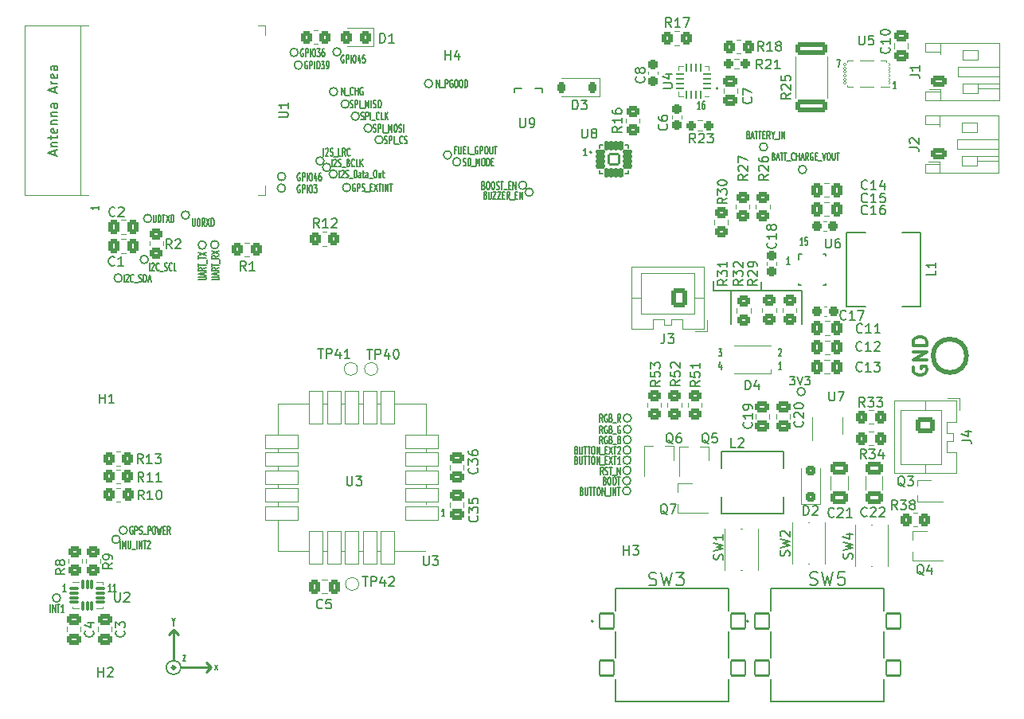
<source format=gto>
G04 #@! TF.GenerationSoftware,KiCad,Pcbnew,7.0.2*
G04 #@! TF.CreationDate,2023-10-18T14:33:44-04:00*
G04 #@! TF.ProjectId,boardlock,626f6172-646c-46f6-936b-2e6b69636164,rev?*
G04 #@! TF.SameCoordinates,Original*
G04 #@! TF.FileFunction,Legend,Top*
G04 #@! TF.FilePolarity,Positive*
%FSLAX46Y46*%
G04 Gerber Fmt 4.6, Leading zero omitted, Abs format (unit mm)*
G04 Created by KiCad (PCBNEW 7.0.2) date 2023-10-18 14:33:44*
%MOMM*%
%LPD*%
G01*
G04 APERTURE LIST*
G04 Aperture macros list*
%AMRoundRect*
0 Rectangle with rounded corners*
0 $1 Rounding radius*
0 $2 $3 $4 $5 $6 $7 $8 $9 X,Y pos of 4 corners*
0 Add a 4 corners polygon primitive as box body*
4,1,4,$2,$3,$4,$5,$6,$7,$8,$9,$2,$3,0*
0 Add four circle primitives for the rounded corners*
1,1,$1+$1,$2,$3*
1,1,$1+$1,$4,$5*
1,1,$1+$1,$6,$7*
1,1,$1+$1,$8,$9*
0 Add four rect primitives between the rounded corners*
20,1,$1+$1,$2,$3,$4,$5,0*
20,1,$1+$1,$4,$5,$6,$7,0*
20,1,$1+$1,$6,$7,$8,$9,0*
20,1,$1+$1,$8,$9,$2,$3,0*%
G04 Aperture macros list end*
%ADD10C,0.200000*%
%ADD11C,0.150000*%
%ADD12C,0.317500*%
%ADD13C,0.254000*%
%ADD14C,0.203200*%
%ADD15C,0.508000*%
%ADD16C,0.127000*%
%ADD17C,0.300000*%
%ADD18C,0.190500*%
%ADD19C,0.120000*%
%ADD20C,0.152400*%
%ADD21C,1.000000*%
%ADD22RoundRect,0.237500X0.250000X0.237500X-0.250000X0.237500X-0.250000X-0.237500X0.250000X-0.237500X0*%
%ADD23RoundRect,0.250000X-0.450000X0.350000X-0.450000X-0.350000X0.450000X-0.350000X0.450000X0.350000X0*%
%ADD24RoundRect,0.250000X-0.350000X-0.450000X0.350000X-0.450000X0.350000X0.450000X-0.350000X0.450000X0*%
%ADD25RoundRect,0.250000X0.650000X-0.412500X0.650000X0.412500X-0.650000X0.412500X-0.650000X-0.412500X0*%
%ADD26RoundRect,0.250000X-0.337500X-0.475000X0.337500X-0.475000X0.337500X0.475000X-0.337500X0.475000X0*%
%ADD27R,0.599999X1.500000*%
%ADD28RoundRect,0.237500X0.237500X-0.300000X0.237500X0.300000X-0.237500X0.300000X-0.237500X-0.300000X0*%
%ADD29R,0.800000X1.900000*%
%ADD30RoundRect,0.087500X-0.437500X-0.087500X0.437500X-0.087500X0.437500X0.087500X-0.437500X0.087500X0*%
%ADD31RoundRect,0.087500X-0.087500X-0.412500X0.087500X-0.412500X0.087500X0.412500X-0.087500X0.412500X0*%
%ADD32RoundRect,0.087500X-0.087500X-0.462500X0.087500X-0.462500X0.087500X0.462500X-0.087500X0.462500X0*%
%ADD33RoundRect,0.237500X-0.300000X-0.237500X0.300000X-0.237500X0.300000X0.237500X-0.300000X0.237500X0*%
%ADD34R,0.650000X1.050000*%
%ADD35RoundRect,0.250000X0.625000X-0.350000X0.625000X0.350000X-0.625000X0.350000X-0.625000X-0.350000X0*%
%ADD36O,1.750000X1.200000*%
%ADD37RoundRect,0.250000X-0.475000X0.337500X-0.475000X-0.337500X0.475000X-0.337500X0.475000X0.337500X0*%
%ADD38R,1.790000X0.800000*%
%ADD39R,1.500000X2.400000*%
%ADD40R,1.900000X0.800000*%
%ADD41C,2.200000*%
%ADD42RoundRect,0.249999X-1.425001X0.450001X-1.425001X-0.450001X1.425001X-0.450001X1.425001X0.450001X0*%
%ADD43RoundRect,0.062500X0.375000X0.062500X-0.375000X0.062500X-0.375000X-0.062500X0.375000X-0.062500X0*%
%ADD44RoundRect,0.062500X0.062500X0.375000X-0.062500X0.375000X-0.062500X-0.375000X0.062500X-0.375000X0*%
%ADD45R,1.600000X1.600000*%
%ADD46R,1.049999X0.240000*%
%ADD47R,0.240000X0.999999*%
%ADD48R,0.849998X1.050000*%
%ADD49R,1.950000X0.349998*%
%ADD50R,2.300000X0.349998*%
%ADD51R,2.300000X0.349997*%
%ADD52R,0.850000X1.150000*%
%ADD53R,0.245000X1.099999*%
%ADD54R,0.240000X1.099999*%
%ADD55RoundRect,0.250000X0.450000X-0.350000X0.450000X0.350000X-0.450000X0.350000X-0.450000X-0.350000X0*%
%ADD56RoundRect,0.050000X0.100000X0.100000X-0.100000X0.100000X-0.100000X-0.100000X0.100000X-0.100000X0*%
%ADD57O,0.950000X0.300000*%
%ADD58R,0.400000X0.575000*%
%ADD59R,0.400000X0.675000*%
%ADD60R,2.600000X1.950000*%
%ADD61RoundRect,0.237500X-0.250000X-0.237500X0.250000X-0.237500X0.250000X0.237500X-0.250000X0.237500X0*%
%ADD62R,1.500000X0.450000*%
%ADD63R,0.650000X1.560000*%
%ADD64RoundRect,0.000001X1.750000X0.750000X-1.750000X0.750000X-1.750000X-0.750000X1.750000X-0.750000X0*%
%ADD65RoundRect,0.000001X0.750000X1.750000X-0.750000X1.750000X-0.750000X-1.750000X0.750000X-1.750000X0*%
%ADD66RoundRect,0.250000X0.350000X0.450000X-0.350000X0.450000X-0.350000X-0.450000X0.350000X-0.450000X0*%
%ADD67RoundRect,0.250000X0.475000X-0.337500X0.475000X0.337500X-0.475000X0.337500X-0.475000X-0.337500X0*%
%ADD68RoundRect,0.110100X-0.411900X-0.126900X0.411900X-0.126900X0.411900X0.126900X-0.411900X0.126900X0*%
%ADD69RoundRect,0.110100X0.126900X-0.411900X0.126900X0.411900X-0.126900X0.411900X-0.126900X-0.411900X0*%
%ADD70RoundRect,0.102000X-0.550000X-0.550000X0.550000X-0.550000X0.550000X0.550000X-0.550000X0.550000X0*%
%ADD71R,0.900000X2.000000*%
%ADD72R,2.000000X0.900000*%
%ADD73R,0.900000X0.900000*%
%ADD74R,3.251200X2.489200*%
%ADD75RoundRect,0.102000X-0.775000X-0.800000X0.775000X-0.800000X0.775000X0.800000X-0.775000X0.800000X0*%
%ADD76RoundRect,0.250000X0.337500X0.475000X-0.337500X0.475000X-0.337500X-0.475000X0.337500X-0.475000X0*%
%ADD77RoundRect,0.250000X0.325000X0.450000X-0.325000X0.450000X-0.325000X-0.450000X0.325000X-0.450000X0*%
%ADD78RoundRect,0.225000X0.225000X0.375000X-0.225000X0.375000X-0.225000X-0.375000X0.225000X-0.375000X0*%
%ADD79RoundRect,0.250000X0.300000X-0.300000X0.300000X0.300000X-0.300000X0.300000X-0.300000X-0.300000X0*%
%ADD80RoundRect,0.250000X-0.725000X0.600000X-0.725000X-0.600000X0.725000X-0.600000X0.725000X0.600000X0*%
%ADD81O,1.950000X1.700000*%
%ADD82RoundRect,0.250000X0.600000X0.725000X-0.600000X0.725000X-0.600000X-0.725000X0.600000X-0.725000X0*%
%ADD83O,1.700000X1.950000*%
%ADD84RoundRect,0.237500X-0.237500X0.300000X-0.237500X-0.300000X0.237500X-0.300000X0.237500X0.300000X0*%
%ADD85C,0.700000*%
%ADD86O,0.900000X1.700000*%
%ADD87O,0.900000X2.400000*%
G04 APERTURE END LIST*
D10*
X171651800Y-112948200D02*
G75*
G03*
X171651800Y-112948200I-431800J0D01*
G01*
X145290000Y-78880000D02*
G75*
G03*
X145290000Y-78880000I-431800J0D01*
G01*
D11*
X180395000Y-94119000D02*
X180395000Y-93865000D01*
D10*
X190169800Y-105664000D02*
G75*
G03*
X190169800Y-105664000I-431800J0D01*
G01*
X126483600Y-90070000D02*
G75*
G03*
X126483600Y-90070000I-431800J0D01*
G01*
X171621800Y-116210000D02*
G75*
G03*
X171621800Y-116210000I-431800J0D01*
G01*
X134903800Y-84020000D02*
G75*
G03*
X134903800Y-84020000I-431800J0D01*
G01*
X127811800Y-90040000D02*
G75*
G03*
X127811800Y-90040000I-431800J0D01*
G01*
D12*
X123158750Y-135000000D02*
G75*
G03*
X123158750Y-135000000I-158750J0D01*
G01*
D10*
X117550000Y-93580000D02*
G75*
G03*
X117550000Y-93580000I-431800J0D01*
G01*
D13*
X123800000Y-135000000D02*
X127000000Y-135000000D01*
D10*
X136691800Y-70941800D02*
G75*
G03*
X136691800Y-70941800I-431800J0D01*
G01*
X152560000Y-80500000D02*
G75*
G03*
X152560000Y-80500000I-431800J0D01*
G01*
X190296800Y-82042000D02*
G75*
G03*
X190296800Y-82042000I-431800J0D01*
G01*
X171680000Y-108470000D02*
G75*
G03*
X171680000Y-108470000I-431800J0D01*
G01*
X160550000Y-83720000D02*
G75*
G03*
X160550000Y-83720000I-431800J0D01*
G01*
X139710000Y-81820000D02*
G75*
G03*
X139710000Y-81820000I-431800J0D01*
G01*
X144120000Y-77640000D02*
G75*
G03*
X144120000Y-77640000I-431800J0D01*
G01*
X171621800Y-115130000D02*
G75*
G03*
X171621800Y-115130000I-431800J0D01*
G01*
X171671800Y-110778200D02*
G75*
G03*
X171671800Y-110778200I-431800J0D01*
G01*
X134920800Y-82790000D02*
G75*
G03*
X134920800Y-82790000I-431800J0D01*
G01*
D13*
X126500000Y-134500000D02*
X127000000Y-135000000D01*
X122500000Y-131500000D02*
X123000000Y-131000000D01*
D10*
X141840000Y-83960000D02*
G75*
G03*
X141840000Y-83960000I-431800J0D01*
G01*
X161243600Y-84450000D02*
G75*
G03*
X161243600Y-84450000I-431800J0D01*
G01*
X150550000Y-72900000D02*
G75*
G03*
X150550000Y-72900000I-431800J0D01*
G01*
D13*
X123000000Y-131000000D02*
X123500000Y-131500000D01*
D10*
X141670000Y-75080000D02*
G75*
G03*
X141670000Y-75080000I-431800J0D01*
G01*
X171673600Y-109670000D02*
G75*
G03*
X171673600Y-109670000I-431800J0D01*
G01*
X136250000Y-69590000D02*
G75*
G03*
X136250000Y-69590000I-431800J0D01*
G01*
X140410000Y-82520000D02*
G75*
G03*
X140410000Y-82520000I-431800J0D01*
G01*
D11*
X185475000Y-94881000D02*
X189793000Y-94881000D01*
D10*
X118081800Y-120408200D02*
G75*
G03*
X118081800Y-120408200I-431800J0D01*
G01*
X186160800Y-79641000D02*
G75*
G03*
X186160800Y-79641000I-431800J0D01*
G01*
D11*
X123762000Y-135000000D02*
G75*
G03*
X123762000Y-135000000I-762000J0D01*
G01*
D13*
X127000000Y-135000000D02*
X126500000Y-135500000D01*
D10*
X120681800Y-87250000D02*
G75*
G03*
X120681800Y-87250000I-431800J0D01*
G01*
X124701800Y-86890000D02*
G75*
G03*
X124701800Y-86890000I-431800J0D01*
G01*
D13*
X123000000Y-134200000D02*
X123000000Y-131000000D01*
D10*
X171653600Y-111870000D02*
G75*
G03*
X171653600Y-111870000I-431800J0D01*
G01*
D11*
X185475000Y-94881000D02*
X185475000Y-93992000D01*
X189793000Y-94881000D02*
X189793000Y-98437000D01*
D10*
X117310000Y-121370000D02*
G75*
G03*
X117310000Y-121370000I-431800J0D01*
G01*
X140810000Y-69538200D02*
G75*
G03*
X140810000Y-69538200I-431800J0D01*
G01*
X153540000Y-81220000D02*
G75*
G03*
X153540000Y-81220000I-431800J0D01*
G01*
D11*
X180395000Y-94119000D02*
X180395000Y-94881000D01*
D10*
X142770000Y-76370000D02*
G75*
G03*
X142770000Y-76370000I-431800J0D01*
G01*
X139000000Y-81140000D02*
G75*
G03*
X139000000Y-81140000I-431800J0D01*
G01*
X120320000Y-91610000D02*
G75*
G03*
X120320000Y-91610000I-431800J0D01*
G01*
D14*
X180877600Y-73418000D02*
G75*
G03*
X180877600Y-73418000I-101600J0D01*
G01*
D15*
X207319000Y-101854000D02*
G75*
G03*
X207319000Y-101854000I-1778000J0D01*
G01*
D11*
X180395000Y-94881000D02*
X185475000Y-94881000D01*
D10*
X171651800Y-114040000D02*
G75*
G03*
X171651800Y-114040000I-431800J0D01*
G01*
X140440800Y-73773600D02*
G75*
G03*
X140440800Y-73773600I-431800J0D01*
G01*
D11*
X182300000Y-94881000D02*
X182300000Y-98437000D01*
D10*
X110990000Y-127600000D02*
G75*
G03*
X110990000Y-127600000I-431800J0D01*
G01*
D16*
X123982571Y-133718683D02*
X124248666Y-133718683D01*
X124248666Y-133718683D02*
X123982571Y-134252083D01*
X123982571Y-134252083D02*
X124248666Y-134252083D01*
D17*
X201697857Y-103009142D02*
X201626428Y-103152000D01*
X201626428Y-103152000D02*
X201626428Y-103366285D01*
X201626428Y-103366285D02*
X201697857Y-103580571D01*
X201697857Y-103580571D02*
X201840714Y-103723428D01*
X201840714Y-103723428D02*
X201983571Y-103794857D01*
X201983571Y-103794857D02*
X202269285Y-103866285D01*
X202269285Y-103866285D02*
X202483571Y-103866285D01*
X202483571Y-103866285D02*
X202769285Y-103794857D01*
X202769285Y-103794857D02*
X202912142Y-103723428D01*
X202912142Y-103723428D02*
X203055000Y-103580571D01*
X203055000Y-103580571D02*
X203126428Y-103366285D01*
X203126428Y-103366285D02*
X203126428Y-103223428D01*
X203126428Y-103223428D02*
X203055000Y-103009142D01*
X203055000Y-103009142D02*
X202983571Y-102937714D01*
X202983571Y-102937714D02*
X202483571Y-102937714D01*
X202483571Y-102937714D02*
X202483571Y-103223428D01*
X203126428Y-102294857D02*
X201626428Y-102294857D01*
X201626428Y-102294857D02*
X203126428Y-101437714D01*
X203126428Y-101437714D02*
X201626428Y-101437714D01*
X203126428Y-100723428D02*
X201626428Y-100723428D01*
X201626428Y-100723428D02*
X201626428Y-100366285D01*
X201626428Y-100366285D02*
X201697857Y-100151999D01*
X201697857Y-100151999D02*
X201840714Y-100009142D01*
X201840714Y-100009142D02*
X201983571Y-99937713D01*
X201983571Y-99937713D02*
X202269285Y-99866285D01*
X202269285Y-99866285D02*
X202483571Y-99866285D01*
X202483571Y-99866285D02*
X202769285Y-99937713D01*
X202769285Y-99937713D02*
X202912142Y-100009142D01*
X202912142Y-100009142D02*
X203055000Y-100151999D01*
X203055000Y-100151999D02*
X203126428Y-100366285D01*
X203126428Y-100366285D02*
X203126428Y-100723428D01*
D16*
X184114285Y-78361983D02*
X184186857Y-78400083D01*
X184186857Y-78400083D02*
X184211047Y-78438183D01*
X184211047Y-78438183D02*
X184235238Y-78514383D01*
X184235238Y-78514383D02*
X184235238Y-78628683D01*
X184235238Y-78628683D02*
X184211047Y-78704883D01*
X184211047Y-78704883D02*
X184186857Y-78742983D01*
X184186857Y-78742983D02*
X184138476Y-78781083D01*
X184138476Y-78781083D02*
X183944952Y-78781083D01*
X183944952Y-78781083D02*
X183944952Y-77980983D01*
X183944952Y-77980983D02*
X184114285Y-77980983D01*
X184114285Y-77980983D02*
X184162666Y-78019083D01*
X184162666Y-78019083D02*
X184186857Y-78057183D01*
X184186857Y-78057183D02*
X184211047Y-78133383D01*
X184211047Y-78133383D02*
X184211047Y-78209583D01*
X184211047Y-78209583D02*
X184186857Y-78285783D01*
X184186857Y-78285783D02*
X184162666Y-78323883D01*
X184162666Y-78323883D02*
X184114285Y-78361983D01*
X184114285Y-78361983D02*
X183944952Y-78361983D01*
X184428761Y-78552483D02*
X184670666Y-78552483D01*
X184380380Y-78781083D02*
X184549714Y-77980983D01*
X184549714Y-77980983D02*
X184719047Y-78781083D01*
X184815809Y-77980983D02*
X185106095Y-77980983D01*
X184960952Y-78781083D02*
X184960952Y-77980983D01*
X185202857Y-77980983D02*
X185493143Y-77980983D01*
X185348000Y-78781083D02*
X185348000Y-77980983D01*
X185662477Y-78361983D02*
X185831810Y-78361983D01*
X185904382Y-78781083D02*
X185662477Y-78781083D01*
X185662477Y-78781083D02*
X185662477Y-77980983D01*
X185662477Y-77980983D02*
X185904382Y-77980983D01*
X186412382Y-78781083D02*
X186243048Y-78400083D01*
X186122096Y-78781083D02*
X186122096Y-77980983D01*
X186122096Y-77980983D02*
X186315620Y-77980983D01*
X186315620Y-77980983D02*
X186364001Y-78019083D01*
X186364001Y-78019083D02*
X186388191Y-78057183D01*
X186388191Y-78057183D02*
X186412382Y-78133383D01*
X186412382Y-78133383D02*
X186412382Y-78247683D01*
X186412382Y-78247683D02*
X186388191Y-78323883D01*
X186388191Y-78323883D02*
X186364001Y-78361983D01*
X186364001Y-78361983D02*
X186315620Y-78400083D01*
X186315620Y-78400083D02*
X186122096Y-78400083D01*
X186726858Y-78400083D02*
X186726858Y-78781083D01*
X186557524Y-77980983D02*
X186726858Y-78400083D01*
X186726858Y-78400083D02*
X186896191Y-77980983D01*
X186944573Y-78857283D02*
X187331620Y-78857283D01*
X187452573Y-78781083D02*
X187452573Y-77980983D01*
X187694478Y-78781083D02*
X187694478Y-77980983D01*
X187694478Y-77980983D02*
X187984764Y-78781083D01*
X187984764Y-78781083D02*
X187984764Y-77980983D01*
X127432571Y-135262083D02*
X127698666Y-134728683D01*
X127432571Y-134728683D02*
X127698666Y-135262083D01*
X145436761Y-79253983D02*
X145509333Y-79292083D01*
X145509333Y-79292083D02*
X145630285Y-79292083D01*
X145630285Y-79292083D02*
X145678666Y-79253983D01*
X145678666Y-79253983D02*
X145702857Y-79215883D01*
X145702857Y-79215883D02*
X145727047Y-79139683D01*
X145727047Y-79139683D02*
X145727047Y-79063483D01*
X145727047Y-79063483D02*
X145702857Y-78987283D01*
X145702857Y-78987283D02*
X145678666Y-78949183D01*
X145678666Y-78949183D02*
X145630285Y-78911083D01*
X145630285Y-78911083D02*
X145533523Y-78872983D01*
X145533523Y-78872983D02*
X145485142Y-78834883D01*
X145485142Y-78834883D02*
X145460952Y-78796783D01*
X145460952Y-78796783D02*
X145436761Y-78720583D01*
X145436761Y-78720583D02*
X145436761Y-78644383D01*
X145436761Y-78644383D02*
X145460952Y-78568183D01*
X145460952Y-78568183D02*
X145485142Y-78530083D01*
X145485142Y-78530083D02*
X145533523Y-78491983D01*
X145533523Y-78491983D02*
X145654476Y-78491983D01*
X145654476Y-78491983D02*
X145727047Y-78530083D01*
X145944762Y-79292083D02*
X145944762Y-78491983D01*
X145944762Y-78491983D02*
X146138286Y-78491983D01*
X146138286Y-78491983D02*
X146186667Y-78530083D01*
X146186667Y-78530083D02*
X146210857Y-78568183D01*
X146210857Y-78568183D02*
X146235048Y-78644383D01*
X146235048Y-78644383D02*
X146235048Y-78758683D01*
X146235048Y-78758683D02*
X146210857Y-78834883D01*
X146210857Y-78834883D02*
X146186667Y-78872983D01*
X146186667Y-78872983D02*
X146138286Y-78911083D01*
X146138286Y-78911083D02*
X145944762Y-78911083D01*
X146452762Y-79292083D02*
X146452762Y-78491983D01*
X146573715Y-79368283D02*
X146960762Y-79368283D01*
X147372001Y-79215883D02*
X147347810Y-79253983D01*
X147347810Y-79253983D02*
X147275239Y-79292083D01*
X147275239Y-79292083D02*
X147226858Y-79292083D01*
X147226858Y-79292083D02*
X147154286Y-79253983D01*
X147154286Y-79253983D02*
X147105905Y-79177783D01*
X147105905Y-79177783D02*
X147081715Y-79101583D01*
X147081715Y-79101583D02*
X147057524Y-78949183D01*
X147057524Y-78949183D02*
X147057524Y-78834883D01*
X147057524Y-78834883D02*
X147081715Y-78682483D01*
X147081715Y-78682483D02*
X147105905Y-78606283D01*
X147105905Y-78606283D02*
X147154286Y-78530083D01*
X147154286Y-78530083D02*
X147226858Y-78491983D01*
X147226858Y-78491983D02*
X147275239Y-78491983D01*
X147275239Y-78491983D02*
X147347810Y-78530083D01*
X147347810Y-78530083D02*
X147372001Y-78568183D01*
X147565524Y-79253983D02*
X147638096Y-79292083D01*
X147638096Y-79292083D02*
X147759048Y-79292083D01*
X147759048Y-79292083D02*
X147807429Y-79253983D01*
X147807429Y-79253983D02*
X147831620Y-79215883D01*
X147831620Y-79215883D02*
X147855810Y-79139683D01*
X147855810Y-79139683D02*
X147855810Y-79063483D01*
X147855810Y-79063483D02*
X147831620Y-78987283D01*
X147831620Y-78987283D02*
X147807429Y-78949183D01*
X147807429Y-78949183D02*
X147759048Y-78911083D01*
X147759048Y-78911083D02*
X147662286Y-78872983D01*
X147662286Y-78872983D02*
X147613905Y-78834883D01*
X147613905Y-78834883D02*
X147589715Y-78796783D01*
X147589715Y-78796783D02*
X147565524Y-78720583D01*
X147565524Y-78720583D02*
X147565524Y-78644383D01*
X147565524Y-78644383D02*
X147589715Y-78568183D01*
X147589715Y-78568183D02*
X147613905Y-78530083D01*
X147613905Y-78530083D02*
X147662286Y-78491983D01*
X147662286Y-78491983D02*
X147783239Y-78491983D01*
X147783239Y-78491983D02*
X147855810Y-78530083D01*
X140891952Y-74107483D02*
X140891952Y-73307383D01*
X140891952Y-73307383D02*
X141182238Y-74107483D01*
X141182238Y-74107483D02*
X141182238Y-73307383D01*
X141303190Y-74183683D02*
X141690237Y-74183683D01*
X142101476Y-74031283D02*
X142077285Y-74069383D01*
X142077285Y-74069383D02*
X142004714Y-74107483D01*
X142004714Y-74107483D02*
X141956333Y-74107483D01*
X141956333Y-74107483D02*
X141883761Y-74069383D01*
X141883761Y-74069383D02*
X141835380Y-73993183D01*
X141835380Y-73993183D02*
X141811190Y-73916983D01*
X141811190Y-73916983D02*
X141786999Y-73764583D01*
X141786999Y-73764583D02*
X141786999Y-73650283D01*
X141786999Y-73650283D02*
X141811190Y-73497883D01*
X141811190Y-73497883D02*
X141835380Y-73421683D01*
X141835380Y-73421683D02*
X141883761Y-73345483D01*
X141883761Y-73345483D02*
X141956333Y-73307383D01*
X141956333Y-73307383D02*
X142004714Y-73307383D01*
X142004714Y-73307383D02*
X142077285Y-73345483D01*
X142077285Y-73345483D02*
X142101476Y-73383583D01*
X142319190Y-74107483D02*
X142319190Y-73307383D01*
X142319190Y-73688383D02*
X142609476Y-73688383D01*
X142609476Y-74107483D02*
X142609476Y-73307383D01*
X143117475Y-73345483D02*
X143069094Y-73307383D01*
X143069094Y-73307383D02*
X142996523Y-73307383D01*
X142996523Y-73307383D02*
X142923951Y-73345483D01*
X142923951Y-73345483D02*
X142875570Y-73421683D01*
X142875570Y-73421683D02*
X142851380Y-73497883D01*
X142851380Y-73497883D02*
X142827189Y-73650283D01*
X142827189Y-73650283D02*
X142827189Y-73764583D01*
X142827189Y-73764583D02*
X142851380Y-73916983D01*
X142851380Y-73916983D02*
X142875570Y-73993183D01*
X142875570Y-73993183D02*
X142923951Y-74069383D01*
X142923951Y-74069383D02*
X142996523Y-74107483D01*
X142996523Y-74107483D02*
X143044904Y-74107483D01*
X143044904Y-74107483D02*
X143117475Y-74069383D01*
X143117475Y-74069383D02*
X143141666Y-74031283D01*
X143141666Y-74031283D02*
X143141666Y-73764583D01*
X143141666Y-73764583D02*
X143044904Y-73764583D01*
X138960952Y-80582083D02*
X138960952Y-79781983D01*
X139178666Y-79858183D02*
X139202857Y-79820083D01*
X139202857Y-79820083D02*
X139251238Y-79781983D01*
X139251238Y-79781983D02*
X139372190Y-79781983D01*
X139372190Y-79781983D02*
X139420571Y-79820083D01*
X139420571Y-79820083D02*
X139444762Y-79858183D01*
X139444762Y-79858183D02*
X139468952Y-79934383D01*
X139468952Y-79934383D02*
X139468952Y-80010583D01*
X139468952Y-80010583D02*
X139444762Y-80124883D01*
X139444762Y-80124883D02*
X139154476Y-80582083D01*
X139154476Y-80582083D02*
X139468952Y-80582083D01*
X139662476Y-80543983D02*
X139735048Y-80582083D01*
X139735048Y-80582083D02*
X139856000Y-80582083D01*
X139856000Y-80582083D02*
X139904381Y-80543983D01*
X139904381Y-80543983D02*
X139928572Y-80505883D01*
X139928572Y-80505883D02*
X139952762Y-80429683D01*
X139952762Y-80429683D02*
X139952762Y-80353483D01*
X139952762Y-80353483D02*
X139928572Y-80277283D01*
X139928572Y-80277283D02*
X139904381Y-80239183D01*
X139904381Y-80239183D02*
X139856000Y-80201083D01*
X139856000Y-80201083D02*
X139759238Y-80162983D01*
X139759238Y-80162983D02*
X139710857Y-80124883D01*
X139710857Y-80124883D02*
X139686667Y-80086783D01*
X139686667Y-80086783D02*
X139662476Y-80010583D01*
X139662476Y-80010583D02*
X139662476Y-79934383D01*
X139662476Y-79934383D02*
X139686667Y-79858183D01*
X139686667Y-79858183D02*
X139710857Y-79820083D01*
X139710857Y-79820083D02*
X139759238Y-79781983D01*
X139759238Y-79781983D02*
X139880191Y-79781983D01*
X139880191Y-79781983D02*
X139952762Y-79820083D01*
X140049525Y-80658283D02*
X140436572Y-80658283D01*
X140799430Y-80582083D02*
X140557525Y-80582083D01*
X140557525Y-80582083D02*
X140557525Y-79781983D01*
X141259049Y-80582083D02*
X141089715Y-80201083D01*
X140968763Y-80582083D02*
X140968763Y-79781983D01*
X140968763Y-79781983D02*
X141162287Y-79781983D01*
X141162287Y-79781983D02*
X141210668Y-79820083D01*
X141210668Y-79820083D02*
X141234858Y-79858183D01*
X141234858Y-79858183D02*
X141259049Y-79934383D01*
X141259049Y-79934383D02*
X141259049Y-80048683D01*
X141259049Y-80048683D02*
X141234858Y-80124883D01*
X141234858Y-80124883D02*
X141210668Y-80162983D01*
X141210668Y-80162983D02*
X141162287Y-80201083D01*
X141162287Y-80201083D02*
X140968763Y-80201083D01*
X141767049Y-80505883D02*
X141742858Y-80543983D01*
X141742858Y-80543983D02*
X141670287Y-80582083D01*
X141670287Y-80582083D02*
X141621906Y-80582083D01*
X141621906Y-80582083D02*
X141549334Y-80543983D01*
X141549334Y-80543983D02*
X141500953Y-80467783D01*
X141500953Y-80467783D02*
X141476763Y-80391583D01*
X141476763Y-80391583D02*
X141452572Y-80239183D01*
X141452572Y-80239183D02*
X141452572Y-80124883D01*
X141452572Y-80124883D02*
X141476763Y-79972483D01*
X141476763Y-79972483D02*
X141500953Y-79896283D01*
X141500953Y-79896283D02*
X141549334Y-79820083D01*
X141549334Y-79820083D02*
X141621906Y-79781983D01*
X141621906Y-79781983D02*
X141670287Y-79781983D01*
X141670287Y-79781983D02*
X141742858Y-79820083D01*
X141742858Y-79820083D02*
X141767049Y-79858183D01*
X150970952Y-73292083D02*
X150970952Y-72491983D01*
X150970952Y-72491983D02*
X151261238Y-73292083D01*
X151261238Y-73292083D02*
X151261238Y-72491983D01*
X151382190Y-73368283D02*
X151769237Y-73368283D01*
X151890190Y-73292083D02*
X151890190Y-72491983D01*
X151890190Y-72491983D02*
X152083714Y-72491983D01*
X152083714Y-72491983D02*
X152132095Y-72530083D01*
X152132095Y-72530083D02*
X152156285Y-72568183D01*
X152156285Y-72568183D02*
X152180476Y-72644383D01*
X152180476Y-72644383D02*
X152180476Y-72758683D01*
X152180476Y-72758683D02*
X152156285Y-72834883D01*
X152156285Y-72834883D02*
X152132095Y-72872983D01*
X152132095Y-72872983D02*
X152083714Y-72911083D01*
X152083714Y-72911083D02*
X151890190Y-72911083D01*
X152664285Y-72530083D02*
X152615904Y-72491983D01*
X152615904Y-72491983D02*
X152543333Y-72491983D01*
X152543333Y-72491983D02*
X152470761Y-72530083D01*
X152470761Y-72530083D02*
X152422380Y-72606283D01*
X152422380Y-72606283D02*
X152398190Y-72682483D01*
X152398190Y-72682483D02*
X152373999Y-72834883D01*
X152373999Y-72834883D02*
X152373999Y-72949183D01*
X152373999Y-72949183D02*
X152398190Y-73101583D01*
X152398190Y-73101583D02*
X152422380Y-73177783D01*
X152422380Y-73177783D02*
X152470761Y-73253983D01*
X152470761Y-73253983D02*
X152543333Y-73292083D01*
X152543333Y-73292083D02*
X152591714Y-73292083D01*
X152591714Y-73292083D02*
X152664285Y-73253983D01*
X152664285Y-73253983D02*
X152688476Y-73215883D01*
X152688476Y-73215883D02*
X152688476Y-72949183D01*
X152688476Y-72949183D02*
X152591714Y-72949183D01*
X153002952Y-72491983D02*
X153099714Y-72491983D01*
X153099714Y-72491983D02*
X153148095Y-72530083D01*
X153148095Y-72530083D02*
X153196476Y-72606283D01*
X153196476Y-72606283D02*
X153220666Y-72758683D01*
X153220666Y-72758683D02*
X153220666Y-73025383D01*
X153220666Y-73025383D02*
X153196476Y-73177783D01*
X153196476Y-73177783D02*
X153148095Y-73253983D01*
X153148095Y-73253983D02*
X153099714Y-73292083D01*
X153099714Y-73292083D02*
X153002952Y-73292083D01*
X153002952Y-73292083D02*
X152954571Y-73253983D01*
X152954571Y-73253983D02*
X152906190Y-73177783D01*
X152906190Y-73177783D02*
X152881999Y-73025383D01*
X152881999Y-73025383D02*
X152881999Y-72758683D01*
X152881999Y-72758683D02*
X152906190Y-72606283D01*
X152906190Y-72606283D02*
X152954571Y-72530083D01*
X152954571Y-72530083D02*
X153002952Y-72491983D01*
X153535142Y-72491983D02*
X153631904Y-72491983D01*
X153631904Y-72491983D02*
X153680285Y-72530083D01*
X153680285Y-72530083D02*
X153728666Y-72606283D01*
X153728666Y-72606283D02*
X153752856Y-72758683D01*
X153752856Y-72758683D02*
X153752856Y-73025383D01*
X153752856Y-73025383D02*
X153728666Y-73177783D01*
X153728666Y-73177783D02*
X153680285Y-73253983D01*
X153680285Y-73253983D02*
X153631904Y-73292083D01*
X153631904Y-73292083D02*
X153535142Y-73292083D01*
X153535142Y-73292083D02*
X153486761Y-73253983D01*
X153486761Y-73253983D02*
X153438380Y-73177783D01*
X153438380Y-73177783D02*
X153414189Y-73025383D01*
X153414189Y-73025383D02*
X153414189Y-72758683D01*
X153414189Y-72758683D02*
X153438380Y-72606283D01*
X153438380Y-72606283D02*
X153486761Y-72530083D01*
X153486761Y-72530083D02*
X153535142Y-72491983D01*
X153970570Y-73292083D02*
X153970570Y-72491983D01*
X153970570Y-72491983D02*
X154091522Y-72491983D01*
X154091522Y-72491983D02*
X154164094Y-72530083D01*
X154164094Y-72530083D02*
X154212475Y-72606283D01*
X154212475Y-72606283D02*
X154236665Y-72682483D01*
X154236665Y-72682483D02*
X154260856Y-72834883D01*
X154260856Y-72834883D02*
X154260856Y-72949183D01*
X154260856Y-72949183D02*
X154236665Y-73101583D01*
X154236665Y-73101583D02*
X154212475Y-73177783D01*
X154212475Y-73177783D02*
X154164094Y-73253983D01*
X154164094Y-73253983D02*
X154091522Y-73292083D01*
X154091522Y-73292083D02*
X153970570Y-73292083D01*
X165840285Y-112942983D02*
X165912857Y-112981083D01*
X165912857Y-112981083D02*
X165937047Y-113019183D01*
X165937047Y-113019183D02*
X165961238Y-113095383D01*
X165961238Y-113095383D02*
X165961238Y-113209683D01*
X165961238Y-113209683D02*
X165937047Y-113285883D01*
X165937047Y-113285883D02*
X165912857Y-113323983D01*
X165912857Y-113323983D02*
X165864476Y-113362083D01*
X165864476Y-113362083D02*
X165670952Y-113362083D01*
X165670952Y-113362083D02*
X165670952Y-112561983D01*
X165670952Y-112561983D02*
X165840285Y-112561983D01*
X165840285Y-112561983D02*
X165888666Y-112600083D01*
X165888666Y-112600083D02*
X165912857Y-112638183D01*
X165912857Y-112638183D02*
X165937047Y-112714383D01*
X165937047Y-112714383D02*
X165937047Y-112790583D01*
X165937047Y-112790583D02*
X165912857Y-112866783D01*
X165912857Y-112866783D02*
X165888666Y-112904883D01*
X165888666Y-112904883D02*
X165840285Y-112942983D01*
X165840285Y-112942983D02*
X165670952Y-112942983D01*
X166178952Y-112561983D02*
X166178952Y-113209683D01*
X166178952Y-113209683D02*
X166203142Y-113285883D01*
X166203142Y-113285883D02*
X166227333Y-113323983D01*
X166227333Y-113323983D02*
X166275714Y-113362083D01*
X166275714Y-113362083D02*
X166372476Y-113362083D01*
X166372476Y-113362083D02*
X166420857Y-113323983D01*
X166420857Y-113323983D02*
X166445047Y-113285883D01*
X166445047Y-113285883D02*
X166469238Y-113209683D01*
X166469238Y-113209683D02*
X166469238Y-112561983D01*
X166638570Y-112561983D02*
X166928856Y-112561983D01*
X166783713Y-113362083D02*
X166783713Y-112561983D01*
X167025618Y-112561983D02*
X167315904Y-112561983D01*
X167170761Y-113362083D02*
X167170761Y-112561983D01*
X167582000Y-112561983D02*
X167678762Y-112561983D01*
X167678762Y-112561983D02*
X167727143Y-112600083D01*
X167727143Y-112600083D02*
X167775524Y-112676283D01*
X167775524Y-112676283D02*
X167799714Y-112828683D01*
X167799714Y-112828683D02*
X167799714Y-113095383D01*
X167799714Y-113095383D02*
X167775524Y-113247783D01*
X167775524Y-113247783D02*
X167727143Y-113323983D01*
X167727143Y-113323983D02*
X167678762Y-113362083D01*
X167678762Y-113362083D02*
X167582000Y-113362083D01*
X167582000Y-113362083D02*
X167533619Y-113323983D01*
X167533619Y-113323983D02*
X167485238Y-113247783D01*
X167485238Y-113247783D02*
X167461047Y-113095383D01*
X167461047Y-113095383D02*
X167461047Y-112828683D01*
X167461047Y-112828683D02*
X167485238Y-112676283D01*
X167485238Y-112676283D02*
X167533619Y-112600083D01*
X167533619Y-112600083D02*
X167582000Y-112561983D01*
X168017428Y-113362083D02*
X168017428Y-112561983D01*
X168017428Y-112561983D02*
X168307714Y-113362083D01*
X168307714Y-113362083D02*
X168307714Y-112561983D01*
X168428666Y-113438283D02*
X168815713Y-113438283D01*
X168936666Y-112942983D02*
X169105999Y-112942983D01*
X169178571Y-113362083D02*
X168936666Y-113362083D01*
X168936666Y-113362083D02*
X168936666Y-112561983D01*
X168936666Y-112561983D02*
X169178571Y-112561983D01*
X169347904Y-112561983D02*
X169686571Y-113362083D01*
X169686571Y-112561983D02*
X169347904Y-113362083D01*
X169807523Y-112561983D02*
X170097809Y-112561983D01*
X169952666Y-113362083D02*
X169952666Y-112561983D01*
X170533238Y-113362083D02*
X170242952Y-113362083D01*
X170388095Y-113362083D02*
X170388095Y-112561983D01*
X170388095Y-112561983D02*
X170339714Y-112676283D01*
X170339714Y-112676283D02*
X170291333Y-112752483D01*
X170291333Y-112752483D02*
X170242952Y-112790583D01*
X136797047Y-69260083D02*
X136748666Y-69221983D01*
X136748666Y-69221983D02*
X136676095Y-69221983D01*
X136676095Y-69221983D02*
X136603523Y-69260083D01*
X136603523Y-69260083D02*
X136555142Y-69336283D01*
X136555142Y-69336283D02*
X136530952Y-69412483D01*
X136530952Y-69412483D02*
X136506761Y-69564883D01*
X136506761Y-69564883D02*
X136506761Y-69679183D01*
X136506761Y-69679183D02*
X136530952Y-69831583D01*
X136530952Y-69831583D02*
X136555142Y-69907783D01*
X136555142Y-69907783D02*
X136603523Y-69983983D01*
X136603523Y-69983983D02*
X136676095Y-70022083D01*
X136676095Y-70022083D02*
X136724476Y-70022083D01*
X136724476Y-70022083D02*
X136797047Y-69983983D01*
X136797047Y-69983983D02*
X136821238Y-69945883D01*
X136821238Y-69945883D02*
X136821238Y-69679183D01*
X136821238Y-69679183D02*
X136724476Y-69679183D01*
X137038952Y-70022083D02*
X137038952Y-69221983D01*
X137038952Y-69221983D02*
X137232476Y-69221983D01*
X137232476Y-69221983D02*
X137280857Y-69260083D01*
X137280857Y-69260083D02*
X137305047Y-69298183D01*
X137305047Y-69298183D02*
X137329238Y-69374383D01*
X137329238Y-69374383D02*
X137329238Y-69488683D01*
X137329238Y-69488683D02*
X137305047Y-69564883D01*
X137305047Y-69564883D02*
X137280857Y-69602983D01*
X137280857Y-69602983D02*
X137232476Y-69641083D01*
X137232476Y-69641083D02*
X137038952Y-69641083D01*
X137546952Y-70022083D02*
X137546952Y-69221983D01*
X137885619Y-69221983D02*
X137982381Y-69221983D01*
X137982381Y-69221983D02*
X138030762Y-69260083D01*
X138030762Y-69260083D02*
X138079143Y-69336283D01*
X138079143Y-69336283D02*
X138103333Y-69488683D01*
X138103333Y-69488683D02*
X138103333Y-69755383D01*
X138103333Y-69755383D02*
X138079143Y-69907783D01*
X138079143Y-69907783D02*
X138030762Y-69983983D01*
X138030762Y-69983983D02*
X137982381Y-70022083D01*
X137982381Y-70022083D02*
X137885619Y-70022083D01*
X137885619Y-70022083D02*
X137837238Y-69983983D01*
X137837238Y-69983983D02*
X137788857Y-69907783D01*
X137788857Y-69907783D02*
X137764666Y-69755383D01*
X137764666Y-69755383D02*
X137764666Y-69488683D01*
X137764666Y-69488683D02*
X137788857Y-69336283D01*
X137788857Y-69336283D02*
X137837238Y-69260083D01*
X137837238Y-69260083D02*
X137885619Y-69221983D01*
X138272666Y-69221983D02*
X138587142Y-69221983D01*
X138587142Y-69221983D02*
X138417809Y-69526783D01*
X138417809Y-69526783D02*
X138490380Y-69526783D01*
X138490380Y-69526783D02*
X138538761Y-69564883D01*
X138538761Y-69564883D02*
X138562952Y-69602983D01*
X138562952Y-69602983D02*
X138587142Y-69679183D01*
X138587142Y-69679183D02*
X138587142Y-69869683D01*
X138587142Y-69869683D02*
X138562952Y-69945883D01*
X138562952Y-69945883D02*
X138538761Y-69983983D01*
X138538761Y-69983983D02*
X138490380Y-70022083D01*
X138490380Y-70022083D02*
X138345237Y-70022083D01*
X138345237Y-70022083D02*
X138296856Y-69983983D01*
X138296856Y-69983983D02*
X138272666Y-69945883D01*
X139022571Y-69221983D02*
X138925809Y-69221983D01*
X138925809Y-69221983D02*
X138877428Y-69260083D01*
X138877428Y-69260083D02*
X138853238Y-69298183D01*
X138853238Y-69298183D02*
X138804857Y-69412483D01*
X138804857Y-69412483D02*
X138780666Y-69564883D01*
X138780666Y-69564883D02*
X138780666Y-69869683D01*
X138780666Y-69869683D02*
X138804857Y-69945883D01*
X138804857Y-69945883D02*
X138829047Y-69983983D01*
X138829047Y-69983983D02*
X138877428Y-70022083D01*
X138877428Y-70022083D02*
X138974190Y-70022083D01*
X138974190Y-70022083D02*
X139022571Y-69983983D01*
X139022571Y-69983983D02*
X139046762Y-69945883D01*
X139046762Y-69945883D02*
X139070952Y-69869683D01*
X139070952Y-69869683D02*
X139070952Y-69679183D01*
X139070952Y-69679183D02*
X139046762Y-69602983D01*
X139046762Y-69602983D02*
X139022571Y-69564883D01*
X139022571Y-69564883D02*
X138974190Y-69526783D01*
X138974190Y-69526783D02*
X138877428Y-69526783D01*
X138877428Y-69526783D02*
X138829047Y-69564883D01*
X138829047Y-69564883D02*
X138804857Y-69602983D01*
X138804857Y-69602983D02*
X138780666Y-69679183D01*
X155970285Y-83712983D02*
X156042857Y-83751083D01*
X156042857Y-83751083D02*
X156067047Y-83789183D01*
X156067047Y-83789183D02*
X156091238Y-83865383D01*
X156091238Y-83865383D02*
X156091238Y-83979683D01*
X156091238Y-83979683D02*
X156067047Y-84055883D01*
X156067047Y-84055883D02*
X156042857Y-84093983D01*
X156042857Y-84093983D02*
X155994476Y-84132083D01*
X155994476Y-84132083D02*
X155800952Y-84132083D01*
X155800952Y-84132083D02*
X155800952Y-83331983D01*
X155800952Y-83331983D02*
X155970285Y-83331983D01*
X155970285Y-83331983D02*
X156018666Y-83370083D01*
X156018666Y-83370083D02*
X156042857Y-83408183D01*
X156042857Y-83408183D02*
X156067047Y-83484383D01*
X156067047Y-83484383D02*
X156067047Y-83560583D01*
X156067047Y-83560583D02*
X156042857Y-83636783D01*
X156042857Y-83636783D02*
X156018666Y-83674883D01*
X156018666Y-83674883D02*
X155970285Y-83712983D01*
X155970285Y-83712983D02*
X155800952Y-83712983D01*
X156405714Y-83331983D02*
X156502476Y-83331983D01*
X156502476Y-83331983D02*
X156550857Y-83370083D01*
X156550857Y-83370083D02*
X156599238Y-83446283D01*
X156599238Y-83446283D02*
X156623428Y-83598683D01*
X156623428Y-83598683D02*
X156623428Y-83865383D01*
X156623428Y-83865383D02*
X156599238Y-84017783D01*
X156599238Y-84017783D02*
X156550857Y-84093983D01*
X156550857Y-84093983D02*
X156502476Y-84132083D01*
X156502476Y-84132083D02*
X156405714Y-84132083D01*
X156405714Y-84132083D02*
X156357333Y-84093983D01*
X156357333Y-84093983D02*
X156308952Y-84017783D01*
X156308952Y-84017783D02*
X156284761Y-83865383D01*
X156284761Y-83865383D02*
X156284761Y-83598683D01*
X156284761Y-83598683D02*
X156308952Y-83446283D01*
X156308952Y-83446283D02*
X156357333Y-83370083D01*
X156357333Y-83370083D02*
X156405714Y-83331983D01*
X156937904Y-83331983D02*
X157034666Y-83331983D01*
X157034666Y-83331983D02*
X157083047Y-83370083D01*
X157083047Y-83370083D02*
X157131428Y-83446283D01*
X157131428Y-83446283D02*
X157155618Y-83598683D01*
X157155618Y-83598683D02*
X157155618Y-83865383D01*
X157155618Y-83865383D02*
X157131428Y-84017783D01*
X157131428Y-84017783D02*
X157083047Y-84093983D01*
X157083047Y-84093983D02*
X157034666Y-84132083D01*
X157034666Y-84132083D02*
X156937904Y-84132083D01*
X156937904Y-84132083D02*
X156889523Y-84093983D01*
X156889523Y-84093983D02*
X156841142Y-84017783D01*
X156841142Y-84017783D02*
X156816951Y-83865383D01*
X156816951Y-83865383D02*
X156816951Y-83598683D01*
X156816951Y-83598683D02*
X156841142Y-83446283D01*
X156841142Y-83446283D02*
X156889523Y-83370083D01*
X156889523Y-83370083D02*
X156937904Y-83331983D01*
X157349141Y-84093983D02*
X157421713Y-84132083D01*
X157421713Y-84132083D02*
X157542665Y-84132083D01*
X157542665Y-84132083D02*
X157591046Y-84093983D01*
X157591046Y-84093983D02*
X157615237Y-84055883D01*
X157615237Y-84055883D02*
X157639427Y-83979683D01*
X157639427Y-83979683D02*
X157639427Y-83903483D01*
X157639427Y-83903483D02*
X157615237Y-83827283D01*
X157615237Y-83827283D02*
X157591046Y-83789183D01*
X157591046Y-83789183D02*
X157542665Y-83751083D01*
X157542665Y-83751083D02*
X157445903Y-83712983D01*
X157445903Y-83712983D02*
X157397522Y-83674883D01*
X157397522Y-83674883D02*
X157373332Y-83636783D01*
X157373332Y-83636783D02*
X157349141Y-83560583D01*
X157349141Y-83560583D02*
X157349141Y-83484383D01*
X157349141Y-83484383D02*
X157373332Y-83408183D01*
X157373332Y-83408183D02*
X157397522Y-83370083D01*
X157397522Y-83370083D02*
X157445903Y-83331983D01*
X157445903Y-83331983D02*
X157566856Y-83331983D01*
X157566856Y-83331983D02*
X157639427Y-83370083D01*
X157784570Y-83331983D02*
X158074856Y-83331983D01*
X157929713Y-84132083D02*
X157929713Y-83331983D01*
X158123238Y-84208283D02*
X158510285Y-84208283D01*
X158631238Y-83712983D02*
X158800571Y-83712983D01*
X158873143Y-84132083D02*
X158631238Y-84132083D01*
X158631238Y-84132083D02*
X158631238Y-83331983D01*
X158631238Y-83331983D02*
X158873143Y-83331983D01*
X159090857Y-84132083D02*
X159090857Y-83331983D01*
X159090857Y-83331983D02*
X159381143Y-84132083D01*
X159381143Y-84132083D02*
X159381143Y-83331983D01*
X141806761Y-75433983D02*
X141879333Y-75472083D01*
X141879333Y-75472083D02*
X142000285Y-75472083D01*
X142000285Y-75472083D02*
X142048666Y-75433983D01*
X142048666Y-75433983D02*
X142072857Y-75395883D01*
X142072857Y-75395883D02*
X142097047Y-75319683D01*
X142097047Y-75319683D02*
X142097047Y-75243483D01*
X142097047Y-75243483D02*
X142072857Y-75167283D01*
X142072857Y-75167283D02*
X142048666Y-75129183D01*
X142048666Y-75129183D02*
X142000285Y-75091083D01*
X142000285Y-75091083D02*
X141903523Y-75052983D01*
X141903523Y-75052983D02*
X141855142Y-75014883D01*
X141855142Y-75014883D02*
X141830952Y-74976783D01*
X141830952Y-74976783D02*
X141806761Y-74900583D01*
X141806761Y-74900583D02*
X141806761Y-74824383D01*
X141806761Y-74824383D02*
X141830952Y-74748183D01*
X141830952Y-74748183D02*
X141855142Y-74710083D01*
X141855142Y-74710083D02*
X141903523Y-74671983D01*
X141903523Y-74671983D02*
X142024476Y-74671983D01*
X142024476Y-74671983D02*
X142097047Y-74710083D01*
X142314762Y-75472083D02*
X142314762Y-74671983D01*
X142314762Y-74671983D02*
X142508286Y-74671983D01*
X142508286Y-74671983D02*
X142556667Y-74710083D01*
X142556667Y-74710083D02*
X142580857Y-74748183D01*
X142580857Y-74748183D02*
X142605048Y-74824383D01*
X142605048Y-74824383D02*
X142605048Y-74938683D01*
X142605048Y-74938683D02*
X142580857Y-75014883D01*
X142580857Y-75014883D02*
X142556667Y-75052983D01*
X142556667Y-75052983D02*
X142508286Y-75091083D01*
X142508286Y-75091083D02*
X142314762Y-75091083D01*
X142822762Y-75472083D02*
X142822762Y-74671983D01*
X142943715Y-75548283D02*
X143330762Y-75548283D01*
X143451715Y-75472083D02*
X143451715Y-74671983D01*
X143451715Y-74671983D02*
X143621048Y-75243483D01*
X143621048Y-75243483D02*
X143790382Y-74671983D01*
X143790382Y-74671983D02*
X143790382Y-75472083D01*
X144032286Y-75472083D02*
X144032286Y-74671983D01*
X144250000Y-75433983D02*
X144322572Y-75472083D01*
X144322572Y-75472083D02*
X144443524Y-75472083D01*
X144443524Y-75472083D02*
X144491905Y-75433983D01*
X144491905Y-75433983D02*
X144516096Y-75395883D01*
X144516096Y-75395883D02*
X144540286Y-75319683D01*
X144540286Y-75319683D02*
X144540286Y-75243483D01*
X144540286Y-75243483D02*
X144516096Y-75167283D01*
X144516096Y-75167283D02*
X144491905Y-75129183D01*
X144491905Y-75129183D02*
X144443524Y-75091083D01*
X144443524Y-75091083D02*
X144346762Y-75052983D01*
X144346762Y-75052983D02*
X144298381Y-75014883D01*
X144298381Y-75014883D02*
X144274191Y-74976783D01*
X144274191Y-74976783D02*
X144250000Y-74900583D01*
X144250000Y-74900583D02*
X144250000Y-74824383D01*
X144250000Y-74824383D02*
X144274191Y-74748183D01*
X144274191Y-74748183D02*
X144298381Y-74710083D01*
X144298381Y-74710083D02*
X144346762Y-74671983D01*
X144346762Y-74671983D02*
X144467715Y-74671983D01*
X144467715Y-74671983D02*
X144540286Y-74710083D01*
X144854763Y-74671983D02*
X144951525Y-74671983D01*
X144951525Y-74671983D02*
X144999906Y-74710083D01*
X144999906Y-74710083D02*
X145048287Y-74786283D01*
X145048287Y-74786283D02*
X145072477Y-74938683D01*
X145072477Y-74938683D02*
X145072477Y-75205383D01*
X145072477Y-75205383D02*
X145048287Y-75357783D01*
X145048287Y-75357783D02*
X144999906Y-75433983D01*
X144999906Y-75433983D02*
X144951525Y-75472083D01*
X144951525Y-75472083D02*
X144854763Y-75472083D01*
X144854763Y-75472083D02*
X144806382Y-75433983D01*
X144806382Y-75433983D02*
X144758001Y-75357783D01*
X144758001Y-75357783D02*
X144733810Y-75205383D01*
X144733810Y-75205383D02*
X144733810Y-74938683D01*
X144733810Y-74938683D02*
X144758001Y-74786283D01*
X144758001Y-74786283D02*
X144806382Y-74710083D01*
X144806382Y-74710083D02*
X144854763Y-74671983D01*
X141117047Y-69930083D02*
X141068666Y-69891983D01*
X141068666Y-69891983D02*
X140996095Y-69891983D01*
X140996095Y-69891983D02*
X140923523Y-69930083D01*
X140923523Y-69930083D02*
X140875142Y-70006283D01*
X140875142Y-70006283D02*
X140850952Y-70082483D01*
X140850952Y-70082483D02*
X140826761Y-70234883D01*
X140826761Y-70234883D02*
X140826761Y-70349183D01*
X140826761Y-70349183D02*
X140850952Y-70501583D01*
X140850952Y-70501583D02*
X140875142Y-70577783D01*
X140875142Y-70577783D02*
X140923523Y-70653983D01*
X140923523Y-70653983D02*
X140996095Y-70692083D01*
X140996095Y-70692083D02*
X141044476Y-70692083D01*
X141044476Y-70692083D02*
X141117047Y-70653983D01*
X141117047Y-70653983D02*
X141141238Y-70615883D01*
X141141238Y-70615883D02*
X141141238Y-70349183D01*
X141141238Y-70349183D02*
X141044476Y-70349183D01*
X141358952Y-70692083D02*
X141358952Y-69891983D01*
X141358952Y-69891983D02*
X141552476Y-69891983D01*
X141552476Y-69891983D02*
X141600857Y-69930083D01*
X141600857Y-69930083D02*
X141625047Y-69968183D01*
X141625047Y-69968183D02*
X141649238Y-70044383D01*
X141649238Y-70044383D02*
X141649238Y-70158683D01*
X141649238Y-70158683D02*
X141625047Y-70234883D01*
X141625047Y-70234883D02*
X141600857Y-70272983D01*
X141600857Y-70272983D02*
X141552476Y-70311083D01*
X141552476Y-70311083D02*
X141358952Y-70311083D01*
X141866952Y-70692083D02*
X141866952Y-69891983D01*
X142205619Y-69891983D02*
X142302381Y-69891983D01*
X142302381Y-69891983D02*
X142350762Y-69930083D01*
X142350762Y-69930083D02*
X142399143Y-70006283D01*
X142399143Y-70006283D02*
X142423333Y-70158683D01*
X142423333Y-70158683D02*
X142423333Y-70425383D01*
X142423333Y-70425383D02*
X142399143Y-70577783D01*
X142399143Y-70577783D02*
X142350762Y-70653983D01*
X142350762Y-70653983D02*
X142302381Y-70692083D01*
X142302381Y-70692083D02*
X142205619Y-70692083D01*
X142205619Y-70692083D02*
X142157238Y-70653983D01*
X142157238Y-70653983D02*
X142108857Y-70577783D01*
X142108857Y-70577783D02*
X142084666Y-70425383D01*
X142084666Y-70425383D02*
X142084666Y-70158683D01*
X142084666Y-70158683D02*
X142108857Y-70006283D01*
X142108857Y-70006283D02*
X142157238Y-69930083D01*
X142157238Y-69930083D02*
X142205619Y-69891983D01*
X142858761Y-70158683D02*
X142858761Y-70692083D01*
X142737809Y-69853883D02*
X142616856Y-70425383D01*
X142616856Y-70425383D02*
X142931333Y-70425383D01*
X143366762Y-69891983D02*
X143124857Y-69891983D01*
X143124857Y-69891983D02*
X143100666Y-70272983D01*
X143100666Y-70272983D02*
X143124857Y-70234883D01*
X143124857Y-70234883D02*
X143173238Y-70196783D01*
X143173238Y-70196783D02*
X143294190Y-70196783D01*
X143294190Y-70196783D02*
X143342571Y-70234883D01*
X143342571Y-70234883D02*
X143366762Y-70272983D01*
X143366762Y-70272983D02*
X143390952Y-70349183D01*
X143390952Y-70349183D02*
X143390952Y-70539683D01*
X143390952Y-70539683D02*
X143366762Y-70615883D01*
X143366762Y-70615883D02*
X143342571Y-70653983D01*
X143342571Y-70653983D02*
X143294190Y-70692083D01*
X143294190Y-70692083D02*
X143173238Y-70692083D01*
X143173238Y-70692083D02*
X143124857Y-70653983D01*
X143124857Y-70653983D02*
X143100666Y-70615883D01*
X111567047Y-126914083D02*
X111276761Y-126914083D01*
X111421904Y-126914083D02*
X111421904Y-126113983D01*
X111421904Y-126113983D02*
X111373523Y-126228283D01*
X111373523Y-126228283D02*
X111325142Y-126304483D01*
X111325142Y-126304483D02*
X111276761Y-126342583D01*
X186806685Y-80622583D02*
X186879257Y-80660683D01*
X186879257Y-80660683D02*
X186903447Y-80698783D01*
X186903447Y-80698783D02*
X186927638Y-80774983D01*
X186927638Y-80774983D02*
X186927638Y-80889283D01*
X186927638Y-80889283D02*
X186903447Y-80965483D01*
X186903447Y-80965483D02*
X186879257Y-81003583D01*
X186879257Y-81003583D02*
X186830876Y-81041683D01*
X186830876Y-81041683D02*
X186637352Y-81041683D01*
X186637352Y-81041683D02*
X186637352Y-80241583D01*
X186637352Y-80241583D02*
X186806685Y-80241583D01*
X186806685Y-80241583D02*
X186855066Y-80279683D01*
X186855066Y-80279683D02*
X186879257Y-80317783D01*
X186879257Y-80317783D02*
X186903447Y-80393983D01*
X186903447Y-80393983D02*
X186903447Y-80470183D01*
X186903447Y-80470183D02*
X186879257Y-80546383D01*
X186879257Y-80546383D02*
X186855066Y-80584483D01*
X186855066Y-80584483D02*
X186806685Y-80622583D01*
X186806685Y-80622583D02*
X186637352Y-80622583D01*
X187121161Y-80813083D02*
X187363066Y-80813083D01*
X187072780Y-81041683D02*
X187242114Y-80241583D01*
X187242114Y-80241583D02*
X187411447Y-81041683D01*
X187508209Y-80241583D02*
X187798495Y-80241583D01*
X187653352Y-81041683D02*
X187653352Y-80241583D01*
X187895257Y-80241583D02*
X188185543Y-80241583D01*
X188040400Y-81041683D02*
X188040400Y-80241583D01*
X188233925Y-81117883D02*
X188620972Y-81117883D01*
X189032211Y-80965483D02*
X189008020Y-81003583D01*
X189008020Y-81003583D02*
X188935449Y-81041683D01*
X188935449Y-81041683D02*
X188887068Y-81041683D01*
X188887068Y-81041683D02*
X188814496Y-81003583D01*
X188814496Y-81003583D02*
X188766115Y-80927383D01*
X188766115Y-80927383D02*
X188741925Y-80851183D01*
X188741925Y-80851183D02*
X188717734Y-80698783D01*
X188717734Y-80698783D02*
X188717734Y-80584483D01*
X188717734Y-80584483D02*
X188741925Y-80432083D01*
X188741925Y-80432083D02*
X188766115Y-80355883D01*
X188766115Y-80355883D02*
X188814496Y-80279683D01*
X188814496Y-80279683D02*
X188887068Y-80241583D01*
X188887068Y-80241583D02*
X188935449Y-80241583D01*
X188935449Y-80241583D02*
X189008020Y-80279683D01*
X189008020Y-80279683D02*
X189032211Y-80317783D01*
X189249925Y-81041683D02*
X189249925Y-80241583D01*
X189249925Y-80622583D02*
X189540211Y-80622583D01*
X189540211Y-81041683D02*
X189540211Y-80241583D01*
X189757924Y-80813083D02*
X189999829Y-80813083D01*
X189709543Y-81041683D02*
X189878877Y-80241583D01*
X189878877Y-80241583D02*
X190048210Y-81041683D01*
X190507830Y-81041683D02*
X190338496Y-80660683D01*
X190217544Y-81041683D02*
X190217544Y-80241583D01*
X190217544Y-80241583D02*
X190411068Y-80241583D01*
X190411068Y-80241583D02*
X190459449Y-80279683D01*
X190459449Y-80279683D02*
X190483639Y-80317783D01*
X190483639Y-80317783D02*
X190507830Y-80393983D01*
X190507830Y-80393983D02*
X190507830Y-80508283D01*
X190507830Y-80508283D02*
X190483639Y-80584483D01*
X190483639Y-80584483D02*
X190459449Y-80622583D01*
X190459449Y-80622583D02*
X190411068Y-80660683D01*
X190411068Y-80660683D02*
X190217544Y-80660683D01*
X190991639Y-80279683D02*
X190943258Y-80241583D01*
X190943258Y-80241583D02*
X190870687Y-80241583D01*
X190870687Y-80241583D02*
X190798115Y-80279683D01*
X190798115Y-80279683D02*
X190749734Y-80355883D01*
X190749734Y-80355883D02*
X190725544Y-80432083D01*
X190725544Y-80432083D02*
X190701353Y-80584483D01*
X190701353Y-80584483D02*
X190701353Y-80698783D01*
X190701353Y-80698783D02*
X190725544Y-80851183D01*
X190725544Y-80851183D02*
X190749734Y-80927383D01*
X190749734Y-80927383D02*
X190798115Y-81003583D01*
X190798115Y-81003583D02*
X190870687Y-81041683D01*
X190870687Y-81041683D02*
X190919068Y-81041683D01*
X190919068Y-81041683D02*
X190991639Y-81003583D01*
X190991639Y-81003583D02*
X191015830Y-80965483D01*
X191015830Y-80965483D02*
X191015830Y-80698783D01*
X191015830Y-80698783D02*
X190919068Y-80698783D01*
X191233544Y-80622583D02*
X191402877Y-80622583D01*
X191475449Y-81041683D02*
X191233544Y-81041683D01*
X191233544Y-81041683D02*
X191233544Y-80241583D01*
X191233544Y-80241583D02*
X191475449Y-80241583D01*
X191572211Y-81117883D02*
X191959258Y-81117883D01*
X192007639Y-80241583D02*
X192176973Y-81041683D01*
X192176973Y-81041683D02*
X192346306Y-80241583D01*
X192612402Y-80241583D02*
X192709164Y-80241583D01*
X192709164Y-80241583D02*
X192757545Y-80279683D01*
X192757545Y-80279683D02*
X192805926Y-80355883D01*
X192805926Y-80355883D02*
X192830116Y-80508283D01*
X192830116Y-80508283D02*
X192830116Y-80774983D01*
X192830116Y-80774983D02*
X192805926Y-80927383D01*
X192805926Y-80927383D02*
X192757545Y-81003583D01*
X192757545Y-81003583D02*
X192709164Y-81041683D01*
X192709164Y-81041683D02*
X192612402Y-81041683D01*
X192612402Y-81041683D02*
X192564021Y-81003583D01*
X192564021Y-81003583D02*
X192515640Y-80927383D01*
X192515640Y-80927383D02*
X192491449Y-80774983D01*
X192491449Y-80774983D02*
X192491449Y-80508283D01*
X192491449Y-80508283D02*
X192515640Y-80355883D01*
X192515640Y-80355883D02*
X192564021Y-80279683D01*
X192564021Y-80279683D02*
X192612402Y-80241583D01*
X193047830Y-80241583D02*
X193047830Y-80889283D01*
X193047830Y-80889283D02*
X193072020Y-80965483D01*
X193072020Y-80965483D02*
X193096211Y-81003583D01*
X193096211Y-81003583D02*
X193144592Y-81041683D01*
X193144592Y-81041683D02*
X193241354Y-81041683D01*
X193241354Y-81041683D02*
X193289735Y-81003583D01*
X193289735Y-81003583D02*
X193313925Y-80965483D01*
X193313925Y-80965483D02*
X193338116Y-80889283D01*
X193338116Y-80889283D02*
X193338116Y-80241583D01*
X193507448Y-80241583D02*
X193797734Y-80241583D01*
X193652591Y-81041683D02*
X193652591Y-80241583D01*
X166939047Y-80559083D02*
X166648761Y-80559083D01*
X166793904Y-80559083D02*
X166793904Y-79758983D01*
X166793904Y-79758983D02*
X166745523Y-79873283D01*
X166745523Y-79873283D02*
X166697142Y-79949483D01*
X166697142Y-79949483D02*
X166648761Y-79987583D01*
X188529047Y-92122083D02*
X188238761Y-92122083D01*
X188383904Y-92122083D02*
X188383904Y-91321983D01*
X188383904Y-91321983D02*
X188335523Y-91436283D01*
X188335523Y-91436283D02*
X188287142Y-91512483D01*
X188287142Y-91512483D02*
X188238761Y-91550583D01*
X165840285Y-111882983D02*
X165912857Y-111921083D01*
X165912857Y-111921083D02*
X165937047Y-111959183D01*
X165937047Y-111959183D02*
X165961238Y-112035383D01*
X165961238Y-112035383D02*
X165961238Y-112149683D01*
X165961238Y-112149683D02*
X165937047Y-112225883D01*
X165937047Y-112225883D02*
X165912857Y-112263983D01*
X165912857Y-112263983D02*
X165864476Y-112302083D01*
X165864476Y-112302083D02*
X165670952Y-112302083D01*
X165670952Y-112302083D02*
X165670952Y-111501983D01*
X165670952Y-111501983D02*
X165840285Y-111501983D01*
X165840285Y-111501983D02*
X165888666Y-111540083D01*
X165888666Y-111540083D02*
X165912857Y-111578183D01*
X165912857Y-111578183D02*
X165937047Y-111654383D01*
X165937047Y-111654383D02*
X165937047Y-111730583D01*
X165937047Y-111730583D02*
X165912857Y-111806783D01*
X165912857Y-111806783D02*
X165888666Y-111844883D01*
X165888666Y-111844883D02*
X165840285Y-111882983D01*
X165840285Y-111882983D02*
X165670952Y-111882983D01*
X166178952Y-111501983D02*
X166178952Y-112149683D01*
X166178952Y-112149683D02*
X166203142Y-112225883D01*
X166203142Y-112225883D02*
X166227333Y-112263983D01*
X166227333Y-112263983D02*
X166275714Y-112302083D01*
X166275714Y-112302083D02*
X166372476Y-112302083D01*
X166372476Y-112302083D02*
X166420857Y-112263983D01*
X166420857Y-112263983D02*
X166445047Y-112225883D01*
X166445047Y-112225883D02*
X166469238Y-112149683D01*
X166469238Y-112149683D02*
X166469238Y-111501983D01*
X166638570Y-111501983D02*
X166928856Y-111501983D01*
X166783713Y-112302083D02*
X166783713Y-111501983D01*
X167025618Y-111501983D02*
X167315904Y-111501983D01*
X167170761Y-112302083D02*
X167170761Y-111501983D01*
X167582000Y-111501983D02*
X167678762Y-111501983D01*
X167678762Y-111501983D02*
X167727143Y-111540083D01*
X167727143Y-111540083D02*
X167775524Y-111616283D01*
X167775524Y-111616283D02*
X167799714Y-111768683D01*
X167799714Y-111768683D02*
X167799714Y-112035383D01*
X167799714Y-112035383D02*
X167775524Y-112187783D01*
X167775524Y-112187783D02*
X167727143Y-112263983D01*
X167727143Y-112263983D02*
X167678762Y-112302083D01*
X167678762Y-112302083D02*
X167582000Y-112302083D01*
X167582000Y-112302083D02*
X167533619Y-112263983D01*
X167533619Y-112263983D02*
X167485238Y-112187783D01*
X167485238Y-112187783D02*
X167461047Y-112035383D01*
X167461047Y-112035383D02*
X167461047Y-111768683D01*
X167461047Y-111768683D02*
X167485238Y-111616283D01*
X167485238Y-111616283D02*
X167533619Y-111540083D01*
X167533619Y-111540083D02*
X167582000Y-111501983D01*
X168017428Y-112302083D02*
X168017428Y-111501983D01*
X168017428Y-111501983D02*
X168307714Y-112302083D01*
X168307714Y-112302083D02*
X168307714Y-111501983D01*
X168428666Y-112378283D02*
X168815713Y-112378283D01*
X168936666Y-111882983D02*
X169105999Y-111882983D01*
X169178571Y-112302083D02*
X168936666Y-112302083D01*
X168936666Y-112302083D02*
X168936666Y-111501983D01*
X168936666Y-111501983D02*
X169178571Y-111501983D01*
X169347904Y-111501983D02*
X169686571Y-112302083D01*
X169686571Y-111501983D02*
X169347904Y-112302083D01*
X169807523Y-111501983D02*
X170097809Y-111501983D01*
X169952666Y-112302083D02*
X169952666Y-111501983D01*
X170242952Y-111578183D02*
X170267143Y-111540083D01*
X170267143Y-111540083D02*
X170315524Y-111501983D01*
X170315524Y-111501983D02*
X170436476Y-111501983D01*
X170436476Y-111501983D02*
X170484857Y-111540083D01*
X170484857Y-111540083D02*
X170509048Y-111578183D01*
X170509048Y-111578183D02*
X170533238Y-111654383D01*
X170533238Y-111654383D02*
X170533238Y-111730583D01*
X170533238Y-111730583D02*
X170509048Y-111844883D01*
X170509048Y-111844883D02*
X170218762Y-112302083D01*
X170218762Y-112302083D02*
X170533238Y-112302083D01*
X118657047Y-120030083D02*
X118608666Y-119991983D01*
X118608666Y-119991983D02*
X118536095Y-119991983D01*
X118536095Y-119991983D02*
X118463523Y-120030083D01*
X118463523Y-120030083D02*
X118415142Y-120106283D01*
X118415142Y-120106283D02*
X118390952Y-120182483D01*
X118390952Y-120182483D02*
X118366761Y-120334883D01*
X118366761Y-120334883D02*
X118366761Y-120449183D01*
X118366761Y-120449183D02*
X118390952Y-120601583D01*
X118390952Y-120601583D02*
X118415142Y-120677783D01*
X118415142Y-120677783D02*
X118463523Y-120753983D01*
X118463523Y-120753983D02*
X118536095Y-120792083D01*
X118536095Y-120792083D02*
X118584476Y-120792083D01*
X118584476Y-120792083D02*
X118657047Y-120753983D01*
X118657047Y-120753983D02*
X118681238Y-120715883D01*
X118681238Y-120715883D02*
X118681238Y-120449183D01*
X118681238Y-120449183D02*
X118584476Y-120449183D01*
X118898952Y-120792083D02*
X118898952Y-119991983D01*
X118898952Y-119991983D02*
X119092476Y-119991983D01*
X119092476Y-119991983D02*
X119140857Y-120030083D01*
X119140857Y-120030083D02*
X119165047Y-120068183D01*
X119165047Y-120068183D02*
X119189238Y-120144383D01*
X119189238Y-120144383D02*
X119189238Y-120258683D01*
X119189238Y-120258683D02*
X119165047Y-120334883D01*
X119165047Y-120334883D02*
X119140857Y-120372983D01*
X119140857Y-120372983D02*
X119092476Y-120411083D01*
X119092476Y-120411083D02*
X118898952Y-120411083D01*
X119382761Y-120753983D02*
X119455333Y-120792083D01*
X119455333Y-120792083D02*
X119576285Y-120792083D01*
X119576285Y-120792083D02*
X119624666Y-120753983D01*
X119624666Y-120753983D02*
X119648857Y-120715883D01*
X119648857Y-120715883D02*
X119673047Y-120639683D01*
X119673047Y-120639683D02*
X119673047Y-120563483D01*
X119673047Y-120563483D02*
X119648857Y-120487283D01*
X119648857Y-120487283D02*
X119624666Y-120449183D01*
X119624666Y-120449183D02*
X119576285Y-120411083D01*
X119576285Y-120411083D02*
X119479523Y-120372983D01*
X119479523Y-120372983D02*
X119431142Y-120334883D01*
X119431142Y-120334883D02*
X119406952Y-120296783D01*
X119406952Y-120296783D02*
X119382761Y-120220583D01*
X119382761Y-120220583D02*
X119382761Y-120144383D01*
X119382761Y-120144383D02*
X119406952Y-120068183D01*
X119406952Y-120068183D02*
X119431142Y-120030083D01*
X119431142Y-120030083D02*
X119479523Y-119991983D01*
X119479523Y-119991983D02*
X119600476Y-119991983D01*
X119600476Y-119991983D02*
X119673047Y-120030083D01*
X119769810Y-120868283D02*
X120156857Y-120868283D01*
X120277810Y-120792083D02*
X120277810Y-119991983D01*
X120277810Y-119991983D02*
X120471334Y-119991983D01*
X120471334Y-119991983D02*
X120519715Y-120030083D01*
X120519715Y-120030083D02*
X120543905Y-120068183D01*
X120543905Y-120068183D02*
X120568096Y-120144383D01*
X120568096Y-120144383D02*
X120568096Y-120258683D01*
X120568096Y-120258683D02*
X120543905Y-120334883D01*
X120543905Y-120334883D02*
X120519715Y-120372983D01*
X120519715Y-120372983D02*
X120471334Y-120411083D01*
X120471334Y-120411083D02*
X120277810Y-120411083D01*
X120882572Y-119991983D02*
X120979334Y-119991983D01*
X120979334Y-119991983D02*
X121027715Y-120030083D01*
X121027715Y-120030083D02*
X121076096Y-120106283D01*
X121076096Y-120106283D02*
X121100286Y-120258683D01*
X121100286Y-120258683D02*
X121100286Y-120525383D01*
X121100286Y-120525383D02*
X121076096Y-120677783D01*
X121076096Y-120677783D02*
X121027715Y-120753983D01*
X121027715Y-120753983D02*
X120979334Y-120792083D01*
X120979334Y-120792083D02*
X120882572Y-120792083D01*
X120882572Y-120792083D02*
X120834191Y-120753983D01*
X120834191Y-120753983D02*
X120785810Y-120677783D01*
X120785810Y-120677783D02*
X120761619Y-120525383D01*
X120761619Y-120525383D02*
X120761619Y-120258683D01*
X120761619Y-120258683D02*
X120785810Y-120106283D01*
X120785810Y-120106283D02*
X120834191Y-120030083D01*
X120834191Y-120030083D02*
X120882572Y-119991983D01*
X121269619Y-119991983D02*
X121390571Y-120792083D01*
X121390571Y-120792083D02*
X121487333Y-120220583D01*
X121487333Y-120220583D02*
X121584095Y-120792083D01*
X121584095Y-120792083D02*
X121705048Y-119991983D01*
X121898571Y-120372983D02*
X122067904Y-120372983D01*
X122140476Y-120792083D02*
X121898571Y-120792083D01*
X121898571Y-120792083D02*
X121898571Y-119991983D01*
X121898571Y-119991983D02*
X122140476Y-119991983D01*
X122648476Y-120792083D02*
X122479142Y-120411083D01*
X122358190Y-120792083D02*
X122358190Y-119991983D01*
X122358190Y-119991983D02*
X122551714Y-119991983D01*
X122551714Y-119991983D02*
X122600095Y-120030083D01*
X122600095Y-120030083D02*
X122624285Y-120068183D01*
X122624285Y-120068183D02*
X122648476Y-120144383D01*
X122648476Y-120144383D02*
X122648476Y-120258683D01*
X122648476Y-120258683D02*
X122624285Y-120334883D01*
X122624285Y-120334883D02*
X122600095Y-120372983D01*
X122600095Y-120372983D02*
X122551714Y-120411083D01*
X122551714Y-120411083D02*
X122358190Y-120411083D01*
X168613038Y-111190283D02*
X168443704Y-110809283D01*
X168322752Y-111190283D02*
X168322752Y-110390183D01*
X168322752Y-110390183D02*
X168516276Y-110390183D01*
X168516276Y-110390183D02*
X168564657Y-110428283D01*
X168564657Y-110428283D02*
X168588847Y-110466383D01*
X168588847Y-110466383D02*
X168613038Y-110542583D01*
X168613038Y-110542583D02*
X168613038Y-110656883D01*
X168613038Y-110656883D02*
X168588847Y-110733083D01*
X168588847Y-110733083D02*
X168564657Y-110771183D01*
X168564657Y-110771183D02*
X168516276Y-110809283D01*
X168516276Y-110809283D02*
X168322752Y-110809283D01*
X169096847Y-110428283D02*
X169048466Y-110390183D01*
X169048466Y-110390183D02*
X168975895Y-110390183D01*
X168975895Y-110390183D02*
X168903323Y-110428283D01*
X168903323Y-110428283D02*
X168854942Y-110504483D01*
X168854942Y-110504483D02*
X168830752Y-110580683D01*
X168830752Y-110580683D02*
X168806561Y-110733083D01*
X168806561Y-110733083D02*
X168806561Y-110847383D01*
X168806561Y-110847383D02*
X168830752Y-110999783D01*
X168830752Y-110999783D02*
X168854942Y-111075983D01*
X168854942Y-111075983D02*
X168903323Y-111152183D01*
X168903323Y-111152183D02*
X168975895Y-111190283D01*
X168975895Y-111190283D02*
X169024276Y-111190283D01*
X169024276Y-111190283D02*
X169096847Y-111152183D01*
X169096847Y-111152183D02*
X169121038Y-111114083D01*
X169121038Y-111114083D02*
X169121038Y-110847383D01*
X169121038Y-110847383D02*
X169024276Y-110847383D01*
X169508085Y-110771183D02*
X169580657Y-110809283D01*
X169580657Y-110809283D02*
X169604847Y-110847383D01*
X169604847Y-110847383D02*
X169629038Y-110923583D01*
X169629038Y-110923583D02*
X169629038Y-111037883D01*
X169629038Y-111037883D02*
X169604847Y-111114083D01*
X169604847Y-111114083D02*
X169580657Y-111152183D01*
X169580657Y-111152183D02*
X169532276Y-111190283D01*
X169532276Y-111190283D02*
X169338752Y-111190283D01*
X169338752Y-111190283D02*
X169338752Y-110390183D01*
X169338752Y-110390183D02*
X169508085Y-110390183D01*
X169508085Y-110390183D02*
X169556466Y-110428283D01*
X169556466Y-110428283D02*
X169580657Y-110466383D01*
X169580657Y-110466383D02*
X169604847Y-110542583D01*
X169604847Y-110542583D02*
X169604847Y-110618783D01*
X169604847Y-110618783D02*
X169580657Y-110694983D01*
X169580657Y-110694983D02*
X169556466Y-110733083D01*
X169556466Y-110733083D02*
X169508085Y-110771183D01*
X169508085Y-110771183D02*
X169338752Y-110771183D01*
X169725800Y-111266483D02*
X170112847Y-111266483D01*
X170403133Y-110771183D02*
X170475705Y-110809283D01*
X170475705Y-110809283D02*
X170499895Y-110847383D01*
X170499895Y-110847383D02*
X170524086Y-110923583D01*
X170524086Y-110923583D02*
X170524086Y-111037883D01*
X170524086Y-111037883D02*
X170499895Y-111114083D01*
X170499895Y-111114083D02*
X170475705Y-111152183D01*
X170475705Y-111152183D02*
X170427324Y-111190283D01*
X170427324Y-111190283D02*
X170233800Y-111190283D01*
X170233800Y-111190283D02*
X170233800Y-110390183D01*
X170233800Y-110390183D02*
X170403133Y-110390183D01*
X170403133Y-110390183D02*
X170451514Y-110428283D01*
X170451514Y-110428283D02*
X170475705Y-110466383D01*
X170475705Y-110466383D02*
X170499895Y-110542583D01*
X170499895Y-110542583D02*
X170499895Y-110618783D01*
X170499895Y-110618783D02*
X170475705Y-110694983D01*
X170475705Y-110694983D02*
X170451514Y-110733083D01*
X170451514Y-110733083D02*
X170403133Y-110771183D01*
X170403133Y-110771183D02*
X170233800Y-110771183D01*
X168621238Y-108882083D02*
X168451904Y-108501083D01*
X168330952Y-108882083D02*
X168330952Y-108081983D01*
X168330952Y-108081983D02*
X168524476Y-108081983D01*
X168524476Y-108081983D02*
X168572857Y-108120083D01*
X168572857Y-108120083D02*
X168597047Y-108158183D01*
X168597047Y-108158183D02*
X168621238Y-108234383D01*
X168621238Y-108234383D02*
X168621238Y-108348683D01*
X168621238Y-108348683D02*
X168597047Y-108424883D01*
X168597047Y-108424883D02*
X168572857Y-108462983D01*
X168572857Y-108462983D02*
X168524476Y-108501083D01*
X168524476Y-108501083D02*
X168330952Y-108501083D01*
X169105047Y-108120083D02*
X169056666Y-108081983D01*
X169056666Y-108081983D02*
X168984095Y-108081983D01*
X168984095Y-108081983D02*
X168911523Y-108120083D01*
X168911523Y-108120083D02*
X168863142Y-108196283D01*
X168863142Y-108196283D02*
X168838952Y-108272483D01*
X168838952Y-108272483D02*
X168814761Y-108424883D01*
X168814761Y-108424883D02*
X168814761Y-108539183D01*
X168814761Y-108539183D02*
X168838952Y-108691583D01*
X168838952Y-108691583D02*
X168863142Y-108767783D01*
X168863142Y-108767783D02*
X168911523Y-108843983D01*
X168911523Y-108843983D02*
X168984095Y-108882083D01*
X168984095Y-108882083D02*
X169032476Y-108882083D01*
X169032476Y-108882083D02*
X169105047Y-108843983D01*
X169105047Y-108843983D02*
X169129238Y-108805883D01*
X169129238Y-108805883D02*
X169129238Y-108539183D01*
X169129238Y-108539183D02*
X169032476Y-108539183D01*
X169516285Y-108462983D02*
X169588857Y-108501083D01*
X169588857Y-108501083D02*
X169613047Y-108539183D01*
X169613047Y-108539183D02*
X169637238Y-108615383D01*
X169637238Y-108615383D02*
X169637238Y-108729683D01*
X169637238Y-108729683D02*
X169613047Y-108805883D01*
X169613047Y-108805883D02*
X169588857Y-108843983D01*
X169588857Y-108843983D02*
X169540476Y-108882083D01*
X169540476Y-108882083D02*
X169346952Y-108882083D01*
X169346952Y-108882083D02*
X169346952Y-108081983D01*
X169346952Y-108081983D02*
X169516285Y-108081983D01*
X169516285Y-108081983D02*
X169564666Y-108120083D01*
X169564666Y-108120083D02*
X169588857Y-108158183D01*
X169588857Y-108158183D02*
X169613047Y-108234383D01*
X169613047Y-108234383D02*
X169613047Y-108310583D01*
X169613047Y-108310583D02*
X169588857Y-108386783D01*
X169588857Y-108386783D02*
X169564666Y-108424883D01*
X169564666Y-108424883D02*
X169516285Y-108462983D01*
X169516285Y-108462983D02*
X169346952Y-108462983D01*
X169734000Y-108958283D02*
X170121047Y-108958283D01*
X170532286Y-108882083D02*
X170362952Y-108501083D01*
X170242000Y-108882083D02*
X170242000Y-108081983D01*
X170242000Y-108081983D02*
X170435524Y-108081983D01*
X170435524Y-108081983D02*
X170483905Y-108120083D01*
X170483905Y-108120083D02*
X170508095Y-108158183D01*
X170508095Y-108158183D02*
X170532286Y-108234383D01*
X170532286Y-108234383D02*
X170532286Y-108348683D01*
X170532286Y-108348683D02*
X170508095Y-108424883D01*
X170508095Y-108424883D02*
X170483905Y-108462983D01*
X170483905Y-108462983D02*
X170435524Y-108501083D01*
X170435524Y-108501083D02*
X170242000Y-108501083D01*
X166400285Y-116252983D02*
X166472857Y-116291083D01*
X166472857Y-116291083D02*
X166497047Y-116329183D01*
X166497047Y-116329183D02*
X166521238Y-116405383D01*
X166521238Y-116405383D02*
X166521238Y-116519683D01*
X166521238Y-116519683D02*
X166497047Y-116595883D01*
X166497047Y-116595883D02*
X166472857Y-116633983D01*
X166472857Y-116633983D02*
X166424476Y-116672083D01*
X166424476Y-116672083D02*
X166230952Y-116672083D01*
X166230952Y-116672083D02*
X166230952Y-115871983D01*
X166230952Y-115871983D02*
X166400285Y-115871983D01*
X166400285Y-115871983D02*
X166448666Y-115910083D01*
X166448666Y-115910083D02*
X166472857Y-115948183D01*
X166472857Y-115948183D02*
X166497047Y-116024383D01*
X166497047Y-116024383D02*
X166497047Y-116100583D01*
X166497047Y-116100583D02*
X166472857Y-116176783D01*
X166472857Y-116176783D02*
X166448666Y-116214883D01*
X166448666Y-116214883D02*
X166400285Y-116252983D01*
X166400285Y-116252983D02*
X166230952Y-116252983D01*
X166738952Y-115871983D02*
X166738952Y-116519683D01*
X166738952Y-116519683D02*
X166763142Y-116595883D01*
X166763142Y-116595883D02*
X166787333Y-116633983D01*
X166787333Y-116633983D02*
X166835714Y-116672083D01*
X166835714Y-116672083D02*
X166932476Y-116672083D01*
X166932476Y-116672083D02*
X166980857Y-116633983D01*
X166980857Y-116633983D02*
X167005047Y-116595883D01*
X167005047Y-116595883D02*
X167029238Y-116519683D01*
X167029238Y-116519683D02*
X167029238Y-115871983D01*
X167198570Y-115871983D02*
X167488856Y-115871983D01*
X167343713Y-116672083D02*
X167343713Y-115871983D01*
X167585618Y-115871983D02*
X167875904Y-115871983D01*
X167730761Y-116672083D02*
X167730761Y-115871983D01*
X168142000Y-115871983D02*
X168238762Y-115871983D01*
X168238762Y-115871983D02*
X168287143Y-115910083D01*
X168287143Y-115910083D02*
X168335524Y-115986283D01*
X168335524Y-115986283D02*
X168359714Y-116138683D01*
X168359714Y-116138683D02*
X168359714Y-116405383D01*
X168359714Y-116405383D02*
X168335524Y-116557783D01*
X168335524Y-116557783D02*
X168287143Y-116633983D01*
X168287143Y-116633983D02*
X168238762Y-116672083D01*
X168238762Y-116672083D02*
X168142000Y-116672083D01*
X168142000Y-116672083D02*
X168093619Y-116633983D01*
X168093619Y-116633983D02*
X168045238Y-116557783D01*
X168045238Y-116557783D02*
X168021047Y-116405383D01*
X168021047Y-116405383D02*
X168021047Y-116138683D01*
X168021047Y-116138683D02*
X168045238Y-115986283D01*
X168045238Y-115986283D02*
X168093619Y-115910083D01*
X168093619Y-115910083D02*
X168142000Y-115871983D01*
X168577428Y-116672083D02*
X168577428Y-115871983D01*
X168577428Y-115871983D02*
X168867714Y-116672083D01*
X168867714Y-116672083D02*
X168867714Y-115871983D01*
X168988666Y-116748283D02*
X169375713Y-116748283D01*
X169496666Y-116672083D02*
X169496666Y-115871983D01*
X169738571Y-116672083D02*
X169738571Y-115871983D01*
X169738571Y-115871983D02*
X170028857Y-116672083D01*
X170028857Y-116672083D02*
X170028857Y-115871983D01*
X170198189Y-115871983D02*
X170488475Y-115871983D01*
X170343332Y-116672083D02*
X170343332Y-115871983D01*
X179004047Y-75606083D02*
X178713761Y-75606083D01*
X178858904Y-75606083D02*
X178858904Y-74805983D01*
X178858904Y-74805983D02*
X178810523Y-74920283D01*
X178810523Y-74920283D02*
X178762142Y-74996483D01*
X178762142Y-74996483D02*
X178713761Y-75034583D01*
X179439476Y-74805983D02*
X179342714Y-74805983D01*
X179342714Y-74805983D02*
X179294333Y-74844083D01*
X179294333Y-74844083D02*
X179270143Y-74882183D01*
X179270143Y-74882183D02*
X179221762Y-74996483D01*
X179221762Y-74996483D02*
X179197571Y-75148883D01*
X179197571Y-75148883D02*
X179197571Y-75453683D01*
X179197571Y-75453683D02*
X179221762Y-75529883D01*
X179221762Y-75529883D02*
X179245952Y-75567983D01*
X179245952Y-75567983D02*
X179294333Y-75606083D01*
X179294333Y-75606083D02*
X179391095Y-75606083D01*
X179391095Y-75606083D02*
X179439476Y-75567983D01*
X179439476Y-75567983D02*
X179463667Y-75529883D01*
X179463667Y-75529883D02*
X179487857Y-75453683D01*
X179487857Y-75453683D02*
X179487857Y-75263183D01*
X179487857Y-75263183D02*
X179463667Y-75186983D01*
X179463667Y-75186983D02*
X179439476Y-75148883D01*
X179439476Y-75148883D02*
X179391095Y-75110783D01*
X179391095Y-75110783D02*
X179294333Y-75110783D01*
X179294333Y-75110783D02*
X179245952Y-75148883D01*
X179245952Y-75148883D02*
X179221762Y-75186983D01*
X179221762Y-75186983D02*
X179197571Y-75263183D01*
X120440952Y-92782083D02*
X120440952Y-91981983D01*
X120658666Y-92058183D02*
X120682857Y-92020083D01*
X120682857Y-92020083D02*
X120731238Y-91981983D01*
X120731238Y-91981983D02*
X120852190Y-91981983D01*
X120852190Y-91981983D02*
X120900571Y-92020083D01*
X120900571Y-92020083D02*
X120924762Y-92058183D01*
X120924762Y-92058183D02*
X120948952Y-92134383D01*
X120948952Y-92134383D02*
X120948952Y-92210583D01*
X120948952Y-92210583D02*
X120924762Y-92324883D01*
X120924762Y-92324883D02*
X120634476Y-92782083D01*
X120634476Y-92782083D02*
X120948952Y-92782083D01*
X121456953Y-92705883D02*
X121432762Y-92743983D01*
X121432762Y-92743983D02*
X121360191Y-92782083D01*
X121360191Y-92782083D02*
X121311810Y-92782083D01*
X121311810Y-92782083D02*
X121239238Y-92743983D01*
X121239238Y-92743983D02*
X121190857Y-92667783D01*
X121190857Y-92667783D02*
X121166667Y-92591583D01*
X121166667Y-92591583D02*
X121142476Y-92439183D01*
X121142476Y-92439183D02*
X121142476Y-92324883D01*
X121142476Y-92324883D02*
X121166667Y-92172483D01*
X121166667Y-92172483D02*
X121190857Y-92096283D01*
X121190857Y-92096283D02*
X121239238Y-92020083D01*
X121239238Y-92020083D02*
X121311810Y-91981983D01*
X121311810Y-91981983D02*
X121360191Y-91981983D01*
X121360191Y-91981983D02*
X121432762Y-92020083D01*
X121432762Y-92020083D02*
X121456953Y-92058183D01*
X121553715Y-92858283D02*
X121940762Y-92858283D01*
X122037524Y-92743983D02*
X122110096Y-92782083D01*
X122110096Y-92782083D02*
X122231048Y-92782083D01*
X122231048Y-92782083D02*
X122279429Y-92743983D01*
X122279429Y-92743983D02*
X122303620Y-92705883D01*
X122303620Y-92705883D02*
X122327810Y-92629683D01*
X122327810Y-92629683D02*
X122327810Y-92553483D01*
X122327810Y-92553483D02*
X122303620Y-92477283D01*
X122303620Y-92477283D02*
X122279429Y-92439183D01*
X122279429Y-92439183D02*
X122231048Y-92401083D01*
X122231048Y-92401083D02*
X122134286Y-92362983D01*
X122134286Y-92362983D02*
X122085905Y-92324883D01*
X122085905Y-92324883D02*
X122061715Y-92286783D01*
X122061715Y-92286783D02*
X122037524Y-92210583D01*
X122037524Y-92210583D02*
X122037524Y-92134383D01*
X122037524Y-92134383D02*
X122061715Y-92058183D01*
X122061715Y-92058183D02*
X122085905Y-92020083D01*
X122085905Y-92020083D02*
X122134286Y-91981983D01*
X122134286Y-91981983D02*
X122255239Y-91981983D01*
X122255239Y-91981983D02*
X122327810Y-92020083D01*
X122835811Y-92705883D02*
X122811620Y-92743983D01*
X122811620Y-92743983D02*
X122739049Y-92782083D01*
X122739049Y-92782083D02*
X122690668Y-92782083D01*
X122690668Y-92782083D02*
X122618096Y-92743983D01*
X122618096Y-92743983D02*
X122569715Y-92667783D01*
X122569715Y-92667783D02*
X122545525Y-92591583D01*
X122545525Y-92591583D02*
X122521334Y-92439183D01*
X122521334Y-92439183D02*
X122521334Y-92324883D01*
X122521334Y-92324883D02*
X122545525Y-92172483D01*
X122545525Y-92172483D02*
X122569715Y-92096283D01*
X122569715Y-92096283D02*
X122618096Y-92020083D01*
X122618096Y-92020083D02*
X122690668Y-91981983D01*
X122690668Y-91981983D02*
X122739049Y-91981983D01*
X122739049Y-91981983D02*
X122811620Y-92020083D01*
X122811620Y-92020083D02*
X122835811Y-92058183D01*
X123295430Y-92782083D02*
X123053525Y-92782083D01*
X123053525Y-92782083D02*
X123053525Y-91981983D01*
X199832047Y-73447083D02*
X199541761Y-73447083D01*
X199686904Y-73447083D02*
X199686904Y-72646983D01*
X199686904Y-72646983D02*
X199638523Y-72761283D01*
X199638523Y-72761283D02*
X199590142Y-72837483D01*
X199590142Y-72837483D02*
X199541761Y-72875583D01*
X168614838Y-110082083D02*
X168445504Y-109701083D01*
X168324552Y-110082083D02*
X168324552Y-109281983D01*
X168324552Y-109281983D02*
X168518076Y-109281983D01*
X168518076Y-109281983D02*
X168566457Y-109320083D01*
X168566457Y-109320083D02*
X168590647Y-109358183D01*
X168590647Y-109358183D02*
X168614838Y-109434383D01*
X168614838Y-109434383D02*
X168614838Y-109548683D01*
X168614838Y-109548683D02*
X168590647Y-109624883D01*
X168590647Y-109624883D02*
X168566457Y-109662983D01*
X168566457Y-109662983D02*
X168518076Y-109701083D01*
X168518076Y-109701083D02*
X168324552Y-109701083D01*
X169098647Y-109320083D02*
X169050266Y-109281983D01*
X169050266Y-109281983D02*
X168977695Y-109281983D01*
X168977695Y-109281983D02*
X168905123Y-109320083D01*
X168905123Y-109320083D02*
X168856742Y-109396283D01*
X168856742Y-109396283D02*
X168832552Y-109472483D01*
X168832552Y-109472483D02*
X168808361Y-109624883D01*
X168808361Y-109624883D02*
X168808361Y-109739183D01*
X168808361Y-109739183D02*
X168832552Y-109891583D01*
X168832552Y-109891583D02*
X168856742Y-109967783D01*
X168856742Y-109967783D02*
X168905123Y-110043983D01*
X168905123Y-110043983D02*
X168977695Y-110082083D01*
X168977695Y-110082083D02*
X169026076Y-110082083D01*
X169026076Y-110082083D02*
X169098647Y-110043983D01*
X169098647Y-110043983D02*
X169122838Y-110005883D01*
X169122838Y-110005883D02*
X169122838Y-109739183D01*
X169122838Y-109739183D02*
X169026076Y-109739183D01*
X169509885Y-109662983D02*
X169582457Y-109701083D01*
X169582457Y-109701083D02*
X169606647Y-109739183D01*
X169606647Y-109739183D02*
X169630838Y-109815383D01*
X169630838Y-109815383D02*
X169630838Y-109929683D01*
X169630838Y-109929683D02*
X169606647Y-110005883D01*
X169606647Y-110005883D02*
X169582457Y-110043983D01*
X169582457Y-110043983D02*
X169534076Y-110082083D01*
X169534076Y-110082083D02*
X169340552Y-110082083D01*
X169340552Y-110082083D02*
X169340552Y-109281983D01*
X169340552Y-109281983D02*
X169509885Y-109281983D01*
X169509885Y-109281983D02*
X169558266Y-109320083D01*
X169558266Y-109320083D02*
X169582457Y-109358183D01*
X169582457Y-109358183D02*
X169606647Y-109434383D01*
X169606647Y-109434383D02*
X169606647Y-109510583D01*
X169606647Y-109510583D02*
X169582457Y-109586783D01*
X169582457Y-109586783D02*
X169558266Y-109624883D01*
X169558266Y-109624883D02*
X169509885Y-109662983D01*
X169509885Y-109662983D02*
X169340552Y-109662983D01*
X169727600Y-110158283D02*
X170114647Y-110158283D01*
X170501695Y-109320083D02*
X170453314Y-109281983D01*
X170453314Y-109281983D02*
X170380743Y-109281983D01*
X170380743Y-109281983D02*
X170308171Y-109320083D01*
X170308171Y-109320083D02*
X170259790Y-109396283D01*
X170259790Y-109396283D02*
X170235600Y-109472483D01*
X170235600Y-109472483D02*
X170211409Y-109624883D01*
X170211409Y-109624883D02*
X170211409Y-109739183D01*
X170211409Y-109739183D02*
X170235600Y-109891583D01*
X170235600Y-109891583D02*
X170259790Y-109967783D01*
X170259790Y-109967783D02*
X170308171Y-110043983D01*
X170308171Y-110043983D02*
X170380743Y-110082083D01*
X170380743Y-110082083D02*
X170429124Y-110082083D01*
X170429124Y-110082083D02*
X170501695Y-110043983D01*
X170501695Y-110043983D02*
X170525886Y-110005883D01*
X170525886Y-110005883D02*
X170525886Y-109739183D01*
X170525886Y-109739183D02*
X170429124Y-109739183D01*
X168701238Y-114482083D02*
X168531904Y-114101083D01*
X168410952Y-114482083D02*
X168410952Y-113681983D01*
X168410952Y-113681983D02*
X168604476Y-113681983D01*
X168604476Y-113681983D02*
X168652857Y-113720083D01*
X168652857Y-113720083D02*
X168677047Y-113758183D01*
X168677047Y-113758183D02*
X168701238Y-113834383D01*
X168701238Y-113834383D02*
X168701238Y-113948683D01*
X168701238Y-113948683D02*
X168677047Y-114024883D01*
X168677047Y-114024883D02*
X168652857Y-114062983D01*
X168652857Y-114062983D02*
X168604476Y-114101083D01*
X168604476Y-114101083D02*
X168410952Y-114101083D01*
X168894761Y-114443983D02*
X168967333Y-114482083D01*
X168967333Y-114482083D02*
X169088285Y-114482083D01*
X169088285Y-114482083D02*
X169136666Y-114443983D01*
X169136666Y-114443983D02*
X169160857Y-114405883D01*
X169160857Y-114405883D02*
X169185047Y-114329683D01*
X169185047Y-114329683D02*
X169185047Y-114253483D01*
X169185047Y-114253483D02*
X169160857Y-114177283D01*
X169160857Y-114177283D02*
X169136666Y-114139183D01*
X169136666Y-114139183D02*
X169088285Y-114101083D01*
X169088285Y-114101083D02*
X168991523Y-114062983D01*
X168991523Y-114062983D02*
X168943142Y-114024883D01*
X168943142Y-114024883D02*
X168918952Y-113986783D01*
X168918952Y-113986783D02*
X168894761Y-113910583D01*
X168894761Y-113910583D02*
X168894761Y-113834383D01*
X168894761Y-113834383D02*
X168918952Y-113758183D01*
X168918952Y-113758183D02*
X168943142Y-113720083D01*
X168943142Y-113720083D02*
X168991523Y-113681983D01*
X168991523Y-113681983D02*
X169112476Y-113681983D01*
X169112476Y-113681983D02*
X169185047Y-113720083D01*
X169330190Y-113681983D02*
X169620476Y-113681983D01*
X169475333Y-114482083D02*
X169475333Y-113681983D01*
X169668858Y-114558283D02*
X170055905Y-114558283D01*
X170176858Y-114482083D02*
X170176858Y-113681983D01*
X170176858Y-113681983D02*
X170467144Y-114482083D01*
X170467144Y-114482083D02*
X170467144Y-113681983D01*
D11*
X141438095Y-114642619D02*
X141438095Y-115452142D01*
X141438095Y-115452142D02*
X141485714Y-115547380D01*
X141485714Y-115547380D02*
X141533333Y-115595000D01*
X141533333Y-115595000D02*
X141628571Y-115642619D01*
X141628571Y-115642619D02*
X141819047Y-115642619D01*
X141819047Y-115642619D02*
X141914285Y-115595000D01*
X141914285Y-115595000D02*
X141961904Y-115547380D01*
X141961904Y-115547380D02*
X142009523Y-115452142D01*
X142009523Y-115452142D02*
X142009523Y-114642619D01*
X142390476Y-114642619D02*
X143009523Y-114642619D01*
X143009523Y-114642619D02*
X142676190Y-115023571D01*
X142676190Y-115023571D02*
X142819047Y-115023571D01*
X142819047Y-115023571D02*
X142914285Y-115071190D01*
X142914285Y-115071190D02*
X142961904Y-115118809D01*
X142961904Y-115118809D02*
X143009523Y-115214047D01*
X143009523Y-115214047D02*
X143009523Y-115452142D01*
X143009523Y-115452142D02*
X142961904Y-115547380D01*
X142961904Y-115547380D02*
X142914285Y-115595000D01*
X142914285Y-115595000D02*
X142819047Y-115642619D01*
X142819047Y-115642619D02*
X142533333Y-115642619D01*
X142533333Y-115642619D02*
X142438095Y-115595000D01*
X142438095Y-115595000D02*
X142390476Y-115547380D01*
D16*
X120852752Y-86861983D02*
X120852752Y-87509683D01*
X120852752Y-87509683D02*
X120876942Y-87585883D01*
X120876942Y-87585883D02*
X120901133Y-87623983D01*
X120901133Y-87623983D02*
X120949514Y-87662083D01*
X120949514Y-87662083D02*
X121046276Y-87662083D01*
X121046276Y-87662083D02*
X121094657Y-87623983D01*
X121094657Y-87623983D02*
X121118847Y-87585883D01*
X121118847Y-87585883D02*
X121143038Y-87509683D01*
X121143038Y-87509683D02*
X121143038Y-86861983D01*
X121481704Y-86861983D02*
X121530085Y-86861983D01*
X121530085Y-86861983D02*
X121578466Y-86900083D01*
X121578466Y-86900083D02*
X121602656Y-86938183D01*
X121602656Y-86938183D02*
X121626847Y-87014383D01*
X121626847Y-87014383D02*
X121651037Y-87166783D01*
X121651037Y-87166783D02*
X121651037Y-87357283D01*
X121651037Y-87357283D02*
X121626847Y-87509683D01*
X121626847Y-87509683D02*
X121602656Y-87585883D01*
X121602656Y-87585883D02*
X121578466Y-87623983D01*
X121578466Y-87623983D02*
X121530085Y-87662083D01*
X121530085Y-87662083D02*
X121481704Y-87662083D01*
X121481704Y-87662083D02*
X121433323Y-87623983D01*
X121433323Y-87623983D02*
X121409132Y-87585883D01*
X121409132Y-87585883D02*
X121384942Y-87509683D01*
X121384942Y-87509683D02*
X121360751Y-87357283D01*
X121360751Y-87357283D02*
X121360751Y-87166783D01*
X121360751Y-87166783D02*
X121384942Y-87014383D01*
X121384942Y-87014383D02*
X121409132Y-86938183D01*
X121409132Y-86938183D02*
X121433323Y-86900083D01*
X121433323Y-86900083D02*
X121481704Y-86861983D01*
X121796180Y-86861983D02*
X122086466Y-86861983D01*
X121941323Y-87662083D02*
X121941323Y-86861983D01*
X122207419Y-86861983D02*
X122546086Y-87662083D01*
X122546086Y-86861983D02*
X122207419Y-87662083D01*
X122739610Y-87662083D02*
X122739610Y-86861983D01*
X122739610Y-86861983D02*
X122860562Y-86861983D01*
X122860562Y-86861983D02*
X122933134Y-86900083D01*
X122933134Y-86900083D02*
X122981515Y-86976283D01*
X122981515Y-86976283D02*
X123005705Y-87052483D01*
X123005705Y-87052483D02*
X123029896Y-87204883D01*
X123029896Y-87204883D02*
X123029896Y-87319183D01*
X123029896Y-87319183D02*
X123005705Y-87471583D01*
X123005705Y-87471583D02*
X122981515Y-87547783D01*
X122981515Y-87547783D02*
X122933134Y-87623983D01*
X122933134Y-87623983D02*
X122860562Y-87662083D01*
X122860562Y-87662083D02*
X122739610Y-87662083D01*
X153040285Y-79972983D02*
X152870952Y-79972983D01*
X152870952Y-80392083D02*
X152870952Y-79591983D01*
X152870952Y-79591983D02*
X153112857Y-79591983D01*
X153306381Y-79591983D02*
X153306381Y-80239683D01*
X153306381Y-80239683D02*
X153330571Y-80315883D01*
X153330571Y-80315883D02*
X153354762Y-80353983D01*
X153354762Y-80353983D02*
X153403143Y-80392083D01*
X153403143Y-80392083D02*
X153499905Y-80392083D01*
X153499905Y-80392083D02*
X153548286Y-80353983D01*
X153548286Y-80353983D02*
X153572476Y-80315883D01*
X153572476Y-80315883D02*
X153596667Y-80239683D01*
X153596667Y-80239683D02*
X153596667Y-79591983D01*
X153838571Y-79972983D02*
X154007904Y-79972983D01*
X154080476Y-80392083D02*
X153838571Y-80392083D01*
X153838571Y-80392083D02*
X153838571Y-79591983D01*
X153838571Y-79591983D02*
X154080476Y-79591983D01*
X154540095Y-80392083D02*
X154298190Y-80392083D01*
X154298190Y-80392083D02*
X154298190Y-79591983D01*
X154588476Y-80468283D02*
X154975523Y-80468283D01*
X155362571Y-79630083D02*
X155314190Y-79591983D01*
X155314190Y-79591983D02*
X155241619Y-79591983D01*
X155241619Y-79591983D02*
X155169047Y-79630083D01*
X155169047Y-79630083D02*
X155120666Y-79706283D01*
X155120666Y-79706283D02*
X155096476Y-79782483D01*
X155096476Y-79782483D02*
X155072285Y-79934883D01*
X155072285Y-79934883D02*
X155072285Y-80049183D01*
X155072285Y-80049183D02*
X155096476Y-80201583D01*
X155096476Y-80201583D02*
X155120666Y-80277783D01*
X155120666Y-80277783D02*
X155169047Y-80353983D01*
X155169047Y-80353983D02*
X155241619Y-80392083D01*
X155241619Y-80392083D02*
X155290000Y-80392083D01*
X155290000Y-80392083D02*
X155362571Y-80353983D01*
X155362571Y-80353983D02*
X155386762Y-80315883D01*
X155386762Y-80315883D02*
X155386762Y-80049183D01*
X155386762Y-80049183D02*
X155290000Y-80049183D01*
X155604476Y-80392083D02*
X155604476Y-79591983D01*
X155604476Y-79591983D02*
X155798000Y-79591983D01*
X155798000Y-79591983D02*
X155846381Y-79630083D01*
X155846381Y-79630083D02*
X155870571Y-79668183D01*
X155870571Y-79668183D02*
X155894762Y-79744383D01*
X155894762Y-79744383D02*
X155894762Y-79858683D01*
X155894762Y-79858683D02*
X155870571Y-79934883D01*
X155870571Y-79934883D02*
X155846381Y-79972983D01*
X155846381Y-79972983D02*
X155798000Y-80011083D01*
X155798000Y-80011083D02*
X155604476Y-80011083D01*
X156209238Y-79591983D02*
X156306000Y-79591983D01*
X156306000Y-79591983D02*
X156354381Y-79630083D01*
X156354381Y-79630083D02*
X156402762Y-79706283D01*
X156402762Y-79706283D02*
X156426952Y-79858683D01*
X156426952Y-79858683D02*
X156426952Y-80125383D01*
X156426952Y-80125383D02*
X156402762Y-80277783D01*
X156402762Y-80277783D02*
X156354381Y-80353983D01*
X156354381Y-80353983D02*
X156306000Y-80392083D01*
X156306000Y-80392083D02*
X156209238Y-80392083D01*
X156209238Y-80392083D02*
X156160857Y-80353983D01*
X156160857Y-80353983D02*
X156112476Y-80277783D01*
X156112476Y-80277783D02*
X156088285Y-80125383D01*
X156088285Y-80125383D02*
X156088285Y-79858683D01*
X156088285Y-79858683D02*
X156112476Y-79706283D01*
X156112476Y-79706283D02*
X156160857Y-79630083D01*
X156160857Y-79630083D02*
X156209238Y-79591983D01*
X156644666Y-79591983D02*
X156644666Y-80239683D01*
X156644666Y-80239683D02*
X156668856Y-80315883D01*
X156668856Y-80315883D02*
X156693047Y-80353983D01*
X156693047Y-80353983D02*
X156741428Y-80392083D01*
X156741428Y-80392083D02*
X156838190Y-80392083D01*
X156838190Y-80392083D02*
X156886571Y-80353983D01*
X156886571Y-80353983D02*
X156910761Y-80315883D01*
X156910761Y-80315883D02*
X156934952Y-80239683D01*
X156934952Y-80239683D02*
X156934952Y-79591983D01*
X157104284Y-79591983D02*
X157394570Y-79591983D01*
X157249427Y-80392083D02*
X157249427Y-79591983D01*
X127045983Y-93744047D02*
X127693683Y-93744047D01*
X127693683Y-93744047D02*
X127769883Y-93719857D01*
X127769883Y-93719857D02*
X127807983Y-93695666D01*
X127807983Y-93695666D02*
X127846083Y-93647285D01*
X127846083Y-93647285D02*
X127846083Y-93550523D01*
X127846083Y-93550523D02*
X127807983Y-93502142D01*
X127807983Y-93502142D02*
X127769883Y-93477952D01*
X127769883Y-93477952D02*
X127693683Y-93453761D01*
X127693683Y-93453761D02*
X127045983Y-93453761D01*
X127617483Y-93236048D02*
X127617483Y-92994143D01*
X127846083Y-93284429D02*
X127045983Y-93115095D01*
X127045983Y-93115095D02*
X127846083Y-92945762D01*
X127846083Y-92486142D02*
X127465083Y-92655476D01*
X127846083Y-92776428D02*
X127045983Y-92776428D01*
X127045983Y-92776428D02*
X127045983Y-92582904D01*
X127045983Y-92582904D02*
X127084083Y-92534523D01*
X127084083Y-92534523D02*
X127122183Y-92510333D01*
X127122183Y-92510333D02*
X127198383Y-92486142D01*
X127198383Y-92486142D02*
X127312683Y-92486142D01*
X127312683Y-92486142D02*
X127388883Y-92510333D01*
X127388883Y-92510333D02*
X127426983Y-92534523D01*
X127426983Y-92534523D02*
X127465083Y-92582904D01*
X127465083Y-92582904D02*
X127465083Y-92776428D01*
X127045983Y-92341000D02*
X127045983Y-92050714D01*
X127846083Y-92195857D02*
X127045983Y-92195857D01*
X127922283Y-92002333D02*
X127922283Y-91615285D01*
X127846083Y-91204046D02*
X127465083Y-91373380D01*
X127846083Y-91494332D02*
X127045983Y-91494332D01*
X127045983Y-91494332D02*
X127045983Y-91300808D01*
X127045983Y-91300808D02*
X127084083Y-91252427D01*
X127084083Y-91252427D02*
X127122183Y-91228237D01*
X127122183Y-91228237D02*
X127198383Y-91204046D01*
X127198383Y-91204046D02*
X127312683Y-91204046D01*
X127312683Y-91204046D02*
X127388883Y-91228237D01*
X127388883Y-91228237D02*
X127426983Y-91252427D01*
X127426983Y-91252427D02*
X127465083Y-91300808D01*
X127465083Y-91300808D02*
X127465083Y-91494332D01*
X127045983Y-91034713D02*
X127846083Y-90696046D01*
X127045983Y-90696046D02*
X127846083Y-91034713D01*
X115019083Y-85984952D02*
X115019083Y-86275238D01*
X115019083Y-86130095D02*
X114218983Y-86130095D01*
X114218983Y-86130095D02*
X114333283Y-86178476D01*
X114333283Y-86178476D02*
X114409483Y-86226857D01*
X114409483Y-86226857D02*
X114447583Y-86275238D01*
D18*
X188523000Y-104043204D02*
X189073333Y-104043204D01*
X189073333Y-104043204D02*
X188777000Y-104381871D01*
X188777000Y-104381871D02*
X188904000Y-104381871D01*
X188904000Y-104381871D02*
X188988666Y-104424204D01*
X188988666Y-104424204D02*
X189031000Y-104466537D01*
X189031000Y-104466537D02*
X189073333Y-104551204D01*
X189073333Y-104551204D02*
X189073333Y-104762871D01*
X189073333Y-104762871D02*
X189031000Y-104847537D01*
X189031000Y-104847537D02*
X188988666Y-104889871D01*
X188988666Y-104889871D02*
X188904000Y-104932204D01*
X188904000Y-104932204D02*
X188650000Y-104932204D01*
X188650000Y-104932204D02*
X188565333Y-104889871D01*
X188565333Y-104889871D02*
X188523000Y-104847537D01*
X189327333Y-104043204D02*
X189623667Y-104932204D01*
X189623667Y-104932204D02*
X189920000Y-104043204D01*
X190131667Y-104043204D02*
X190682000Y-104043204D01*
X190682000Y-104043204D02*
X190385667Y-104381871D01*
X190385667Y-104381871D02*
X190512667Y-104381871D01*
X190512667Y-104381871D02*
X190597333Y-104424204D01*
X190597333Y-104424204D02*
X190639667Y-104466537D01*
X190639667Y-104466537D02*
X190682000Y-104551204D01*
X190682000Y-104551204D02*
X190682000Y-104762871D01*
X190682000Y-104762871D02*
X190639667Y-104847537D01*
X190639667Y-104847537D02*
X190597333Y-104889871D01*
X190597333Y-104889871D02*
X190512667Y-104932204D01*
X190512667Y-104932204D02*
X190258667Y-104932204D01*
X190258667Y-104932204D02*
X190174000Y-104889871D01*
X190174000Y-104889871D02*
X190131667Y-104847537D01*
D16*
X139830952Y-81722083D02*
X139830952Y-80921983D01*
X140048666Y-80998183D02*
X140072857Y-80960083D01*
X140072857Y-80960083D02*
X140121238Y-80921983D01*
X140121238Y-80921983D02*
X140242190Y-80921983D01*
X140242190Y-80921983D02*
X140290571Y-80960083D01*
X140290571Y-80960083D02*
X140314762Y-80998183D01*
X140314762Y-80998183D02*
X140338952Y-81074383D01*
X140338952Y-81074383D02*
X140338952Y-81150583D01*
X140338952Y-81150583D02*
X140314762Y-81264883D01*
X140314762Y-81264883D02*
X140024476Y-81722083D01*
X140024476Y-81722083D02*
X140338952Y-81722083D01*
X140532476Y-81683983D02*
X140605048Y-81722083D01*
X140605048Y-81722083D02*
X140726000Y-81722083D01*
X140726000Y-81722083D02*
X140774381Y-81683983D01*
X140774381Y-81683983D02*
X140798572Y-81645883D01*
X140798572Y-81645883D02*
X140822762Y-81569683D01*
X140822762Y-81569683D02*
X140822762Y-81493483D01*
X140822762Y-81493483D02*
X140798572Y-81417283D01*
X140798572Y-81417283D02*
X140774381Y-81379183D01*
X140774381Y-81379183D02*
X140726000Y-81341083D01*
X140726000Y-81341083D02*
X140629238Y-81302983D01*
X140629238Y-81302983D02*
X140580857Y-81264883D01*
X140580857Y-81264883D02*
X140556667Y-81226783D01*
X140556667Y-81226783D02*
X140532476Y-81150583D01*
X140532476Y-81150583D02*
X140532476Y-81074383D01*
X140532476Y-81074383D02*
X140556667Y-80998183D01*
X140556667Y-80998183D02*
X140580857Y-80960083D01*
X140580857Y-80960083D02*
X140629238Y-80921983D01*
X140629238Y-80921983D02*
X140750191Y-80921983D01*
X140750191Y-80921983D02*
X140822762Y-80960083D01*
X140919525Y-81798283D02*
X141306572Y-81798283D01*
X141596858Y-81302983D02*
X141669430Y-81341083D01*
X141669430Y-81341083D02*
X141693620Y-81379183D01*
X141693620Y-81379183D02*
X141717811Y-81455383D01*
X141717811Y-81455383D02*
X141717811Y-81569683D01*
X141717811Y-81569683D02*
X141693620Y-81645883D01*
X141693620Y-81645883D02*
X141669430Y-81683983D01*
X141669430Y-81683983D02*
X141621049Y-81722083D01*
X141621049Y-81722083D02*
X141427525Y-81722083D01*
X141427525Y-81722083D02*
X141427525Y-80921983D01*
X141427525Y-80921983D02*
X141596858Y-80921983D01*
X141596858Y-80921983D02*
X141645239Y-80960083D01*
X141645239Y-80960083D02*
X141669430Y-80998183D01*
X141669430Y-80998183D02*
X141693620Y-81074383D01*
X141693620Y-81074383D02*
X141693620Y-81150583D01*
X141693620Y-81150583D02*
X141669430Y-81226783D01*
X141669430Y-81226783D02*
X141645239Y-81264883D01*
X141645239Y-81264883D02*
X141596858Y-81302983D01*
X141596858Y-81302983D02*
X141427525Y-81302983D01*
X142225811Y-81645883D02*
X142201620Y-81683983D01*
X142201620Y-81683983D02*
X142129049Y-81722083D01*
X142129049Y-81722083D02*
X142080668Y-81722083D01*
X142080668Y-81722083D02*
X142008096Y-81683983D01*
X142008096Y-81683983D02*
X141959715Y-81607783D01*
X141959715Y-81607783D02*
X141935525Y-81531583D01*
X141935525Y-81531583D02*
X141911334Y-81379183D01*
X141911334Y-81379183D02*
X141911334Y-81264883D01*
X141911334Y-81264883D02*
X141935525Y-81112483D01*
X141935525Y-81112483D02*
X141959715Y-81036283D01*
X141959715Y-81036283D02*
X142008096Y-80960083D01*
X142008096Y-80960083D02*
X142080668Y-80921983D01*
X142080668Y-80921983D02*
X142129049Y-80921983D01*
X142129049Y-80921983D02*
X142201620Y-80960083D01*
X142201620Y-80960083D02*
X142225811Y-80998183D01*
X142685430Y-81722083D02*
X142443525Y-81722083D01*
X142443525Y-81722083D02*
X142443525Y-80921983D01*
X142854763Y-81722083D02*
X142854763Y-80921983D01*
X143145049Y-81722083D02*
X142927334Y-81264883D01*
X143145049Y-80921983D02*
X142854763Y-81379183D01*
X187640047Y-103292083D02*
X187349761Y-103292083D01*
X187494904Y-103292083D02*
X187494904Y-102491983D01*
X187494904Y-102491983D02*
X187446523Y-102606283D01*
X187446523Y-102606283D02*
X187398142Y-102682483D01*
X187398142Y-102682483D02*
X187349761Y-102720583D01*
X151826047Y-118913083D02*
X151535761Y-118913083D01*
X151680904Y-118913083D02*
X151680904Y-118112983D01*
X151680904Y-118112983D02*
X151632523Y-118227283D01*
X151632523Y-118227283D02*
X151584142Y-118303483D01*
X151584142Y-118303483D02*
X151535761Y-118341583D01*
X125648983Y-93744047D02*
X126296683Y-93744047D01*
X126296683Y-93744047D02*
X126372883Y-93719857D01*
X126372883Y-93719857D02*
X126410983Y-93695666D01*
X126410983Y-93695666D02*
X126449083Y-93647285D01*
X126449083Y-93647285D02*
X126449083Y-93550523D01*
X126449083Y-93550523D02*
X126410983Y-93502142D01*
X126410983Y-93502142D02*
X126372883Y-93477952D01*
X126372883Y-93477952D02*
X126296683Y-93453761D01*
X126296683Y-93453761D02*
X125648983Y-93453761D01*
X126220483Y-93236048D02*
X126220483Y-92994143D01*
X126449083Y-93284429D02*
X125648983Y-93115095D01*
X125648983Y-93115095D02*
X126449083Y-92945762D01*
X126449083Y-92486142D02*
X126068083Y-92655476D01*
X126449083Y-92776428D02*
X125648983Y-92776428D01*
X125648983Y-92776428D02*
X125648983Y-92582904D01*
X125648983Y-92582904D02*
X125687083Y-92534523D01*
X125687083Y-92534523D02*
X125725183Y-92510333D01*
X125725183Y-92510333D02*
X125801383Y-92486142D01*
X125801383Y-92486142D02*
X125915683Y-92486142D01*
X125915683Y-92486142D02*
X125991883Y-92510333D01*
X125991883Y-92510333D02*
X126029983Y-92534523D01*
X126029983Y-92534523D02*
X126068083Y-92582904D01*
X126068083Y-92582904D02*
X126068083Y-92776428D01*
X125648983Y-92341000D02*
X125648983Y-92050714D01*
X126449083Y-92195857D02*
X125648983Y-92195857D01*
X126525283Y-92002333D02*
X126525283Y-91615285D01*
X125648983Y-91566904D02*
X125648983Y-91276618D01*
X126449083Y-91421761D02*
X125648983Y-91421761D01*
X125648983Y-91155665D02*
X126449083Y-90816998D01*
X125648983Y-90816998D02*
X126449083Y-91155665D01*
X122997714Y-130181083D02*
X122997714Y-130562083D01*
X122828380Y-129761983D02*
X122997714Y-130181083D01*
X122997714Y-130181083D02*
X123167047Y-129761983D01*
X109920952Y-129102083D02*
X109920952Y-128301983D01*
X110162857Y-129102083D02*
X110162857Y-128301983D01*
X110162857Y-128301983D02*
X110453143Y-129102083D01*
X110453143Y-129102083D02*
X110453143Y-128301983D01*
X110622475Y-128301983D02*
X110912761Y-128301983D01*
X110767618Y-129102083D02*
X110767618Y-128301983D01*
X111348190Y-129102083D02*
X111057904Y-129102083D01*
X111203047Y-129102083D02*
X111203047Y-128301983D01*
X111203047Y-128301983D02*
X111154666Y-128416283D01*
X111154666Y-128416283D02*
X111106285Y-128492483D01*
X111106285Y-128492483D02*
X111057904Y-128530583D01*
X193548571Y-70360983D02*
X193887238Y-70360983D01*
X193887238Y-70360983D02*
X193669523Y-71161083D01*
X136459047Y-83734083D02*
X136410666Y-83695983D01*
X136410666Y-83695983D02*
X136338095Y-83695983D01*
X136338095Y-83695983D02*
X136265523Y-83734083D01*
X136265523Y-83734083D02*
X136217142Y-83810283D01*
X136217142Y-83810283D02*
X136192952Y-83886483D01*
X136192952Y-83886483D02*
X136168761Y-84038883D01*
X136168761Y-84038883D02*
X136168761Y-84153183D01*
X136168761Y-84153183D02*
X136192952Y-84305583D01*
X136192952Y-84305583D02*
X136217142Y-84381783D01*
X136217142Y-84381783D02*
X136265523Y-84457983D01*
X136265523Y-84457983D02*
X136338095Y-84496083D01*
X136338095Y-84496083D02*
X136386476Y-84496083D01*
X136386476Y-84496083D02*
X136459047Y-84457983D01*
X136459047Y-84457983D02*
X136483238Y-84419883D01*
X136483238Y-84419883D02*
X136483238Y-84153183D01*
X136483238Y-84153183D02*
X136386476Y-84153183D01*
X136700952Y-84496083D02*
X136700952Y-83695983D01*
X136700952Y-83695983D02*
X136894476Y-83695983D01*
X136894476Y-83695983D02*
X136942857Y-83734083D01*
X136942857Y-83734083D02*
X136967047Y-83772183D01*
X136967047Y-83772183D02*
X136991238Y-83848383D01*
X136991238Y-83848383D02*
X136991238Y-83962683D01*
X136991238Y-83962683D02*
X136967047Y-84038883D01*
X136967047Y-84038883D02*
X136942857Y-84076983D01*
X136942857Y-84076983D02*
X136894476Y-84115083D01*
X136894476Y-84115083D02*
X136700952Y-84115083D01*
X137208952Y-84496083D02*
X137208952Y-83695983D01*
X137547619Y-83695983D02*
X137644381Y-83695983D01*
X137644381Y-83695983D02*
X137692762Y-83734083D01*
X137692762Y-83734083D02*
X137741143Y-83810283D01*
X137741143Y-83810283D02*
X137765333Y-83962683D01*
X137765333Y-83962683D02*
X137765333Y-84229383D01*
X137765333Y-84229383D02*
X137741143Y-84381783D01*
X137741143Y-84381783D02*
X137692762Y-84457983D01*
X137692762Y-84457983D02*
X137644381Y-84496083D01*
X137644381Y-84496083D02*
X137547619Y-84496083D01*
X137547619Y-84496083D02*
X137499238Y-84457983D01*
X137499238Y-84457983D02*
X137450857Y-84381783D01*
X137450857Y-84381783D02*
X137426666Y-84229383D01*
X137426666Y-84229383D02*
X137426666Y-83962683D01*
X137426666Y-83962683D02*
X137450857Y-83810283D01*
X137450857Y-83810283D02*
X137499238Y-83734083D01*
X137499238Y-83734083D02*
X137547619Y-83695983D01*
X137934666Y-83695983D02*
X138249142Y-83695983D01*
X138249142Y-83695983D02*
X138079809Y-84000783D01*
X138079809Y-84000783D02*
X138152380Y-84000783D01*
X138152380Y-84000783D02*
X138200761Y-84038883D01*
X138200761Y-84038883D02*
X138224952Y-84076983D01*
X138224952Y-84076983D02*
X138249142Y-84153183D01*
X138249142Y-84153183D02*
X138249142Y-84343683D01*
X138249142Y-84343683D02*
X138224952Y-84419883D01*
X138224952Y-84419883D02*
X138200761Y-84457983D01*
X138200761Y-84457983D02*
X138152380Y-84496083D01*
X138152380Y-84496083D02*
X138007237Y-84496083D01*
X138007237Y-84496083D02*
X137958856Y-84457983D01*
X137958856Y-84457983D02*
X137934666Y-84419883D01*
X136459047Y-82464083D02*
X136410666Y-82425983D01*
X136410666Y-82425983D02*
X136338095Y-82425983D01*
X136338095Y-82425983D02*
X136265523Y-82464083D01*
X136265523Y-82464083D02*
X136217142Y-82540283D01*
X136217142Y-82540283D02*
X136192952Y-82616483D01*
X136192952Y-82616483D02*
X136168761Y-82768883D01*
X136168761Y-82768883D02*
X136168761Y-82883183D01*
X136168761Y-82883183D02*
X136192952Y-83035583D01*
X136192952Y-83035583D02*
X136217142Y-83111783D01*
X136217142Y-83111783D02*
X136265523Y-83187983D01*
X136265523Y-83187983D02*
X136338095Y-83226083D01*
X136338095Y-83226083D02*
X136386476Y-83226083D01*
X136386476Y-83226083D02*
X136459047Y-83187983D01*
X136459047Y-83187983D02*
X136483238Y-83149883D01*
X136483238Y-83149883D02*
X136483238Y-82883183D01*
X136483238Y-82883183D02*
X136386476Y-82883183D01*
X136700952Y-83226083D02*
X136700952Y-82425983D01*
X136700952Y-82425983D02*
X136894476Y-82425983D01*
X136894476Y-82425983D02*
X136942857Y-82464083D01*
X136942857Y-82464083D02*
X136967047Y-82502183D01*
X136967047Y-82502183D02*
X136991238Y-82578383D01*
X136991238Y-82578383D02*
X136991238Y-82692683D01*
X136991238Y-82692683D02*
X136967047Y-82768883D01*
X136967047Y-82768883D02*
X136942857Y-82806983D01*
X136942857Y-82806983D02*
X136894476Y-82845083D01*
X136894476Y-82845083D02*
X136700952Y-82845083D01*
X137208952Y-83226083D02*
X137208952Y-82425983D01*
X137547619Y-82425983D02*
X137644381Y-82425983D01*
X137644381Y-82425983D02*
X137692762Y-82464083D01*
X137692762Y-82464083D02*
X137741143Y-82540283D01*
X137741143Y-82540283D02*
X137765333Y-82692683D01*
X137765333Y-82692683D02*
X137765333Y-82959383D01*
X137765333Y-82959383D02*
X137741143Y-83111783D01*
X137741143Y-83111783D02*
X137692762Y-83187983D01*
X137692762Y-83187983D02*
X137644381Y-83226083D01*
X137644381Y-83226083D02*
X137547619Y-83226083D01*
X137547619Y-83226083D02*
X137499238Y-83187983D01*
X137499238Y-83187983D02*
X137450857Y-83111783D01*
X137450857Y-83111783D02*
X137426666Y-82959383D01*
X137426666Y-82959383D02*
X137426666Y-82692683D01*
X137426666Y-82692683D02*
X137450857Y-82540283D01*
X137450857Y-82540283D02*
X137499238Y-82464083D01*
X137499238Y-82464083D02*
X137547619Y-82425983D01*
X138200761Y-82692683D02*
X138200761Y-83226083D01*
X138079809Y-82387883D02*
X137958856Y-82959383D01*
X137958856Y-82959383D02*
X138273333Y-82959383D01*
X138684571Y-82425983D02*
X138587809Y-82425983D01*
X138587809Y-82425983D02*
X138539428Y-82464083D01*
X138539428Y-82464083D02*
X138515238Y-82502183D01*
X138515238Y-82502183D02*
X138466857Y-82616483D01*
X138466857Y-82616483D02*
X138442666Y-82768883D01*
X138442666Y-82768883D02*
X138442666Y-83073683D01*
X138442666Y-83073683D02*
X138466857Y-83149883D01*
X138466857Y-83149883D02*
X138491047Y-83187983D01*
X138491047Y-83187983D02*
X138539428Y-83226083D01*
X138539428Y-83226083D02*
X138636190Y-83226083D01*
X138636190Y-83226083D02*
X138684571Y-83187983D01*
X138684571Y-83187983D02*
X138708762Y-83149883D01*
X138708762Y-83149883D02*
X138732952Y-83073683D01*
X138732952Y-83073683D02*
X138732952Y-82883183D01*
X138732952Y-82883183D02*
X138708762Y-82806983D01*
X138708762Y-82806983D02*
X138684571Y-82768883D01*
X138684571Y-82768883D02*
X138636190Y-82730783D01*
X138636190Y-82730783D02*
X138539428Y-82730783D01*
X138539428Y-82730783D02*
X138491047Y-82768883D01*
X138491047Y-82768883D02*
X138466857Y-82806983D01*
X138466857Y-82806983D02*
X138442666Y-82883183D01*
X142327047Y-83590083D02*
X142278666Y-83551983D01*
X142278666Y-83551983D02*
X142206095Y-83551983D01*
X142206095Y-83551983D02*
X142133523Y-83590083D01*
X142133523Y-83590083D02*
X142085142Y-83666283D01*
X142085142Y-83666283D02*
X142060952Y-83742483D01*
X142060952Y-83742483D02*
X142036761Y-83894883D01*
X142036761Y-83894883D02*
X142036761Y-84009183D01*
X142036761Y-84009183D02*
X142060952Y-84161583D01*
X142060952Y-84161583D02*
X142085142Y-84237783D01*
X142085142Y-84237783D02*
X142133523Y-84313983D01*
X142133523Y-84313983D02*
X142206095Y-84352083D01*
X142206095Y-84352083D02*
X142254476Y-84352083D01*
X142254476Y-84352083D02*
X142327047Y-84313983D01*
X142327047Y-84313983D02*
X142351238Y-84275883D01*
X142351238Y-84275883D02*
X142351238Y-84009183D01*
X142351238Y-84009183D02*
X142254476Y-84009183D01*
X142568952Y-84352083D02*
X142568952Y-83551983D01*
X142568952Y-83551983D02*
X142762476Y-83551983D01*
X142762476Y-83551983D02*
X142810857Y-83590083D01*
X142810857Y-83590083D02*
X142835047Y-83628183D01*
X142835047Y-83628183D02*
X142859238Y-83704383D01*
X142859238Y-83704383D02*
X142859238Y-83818683D01*
X142859238Y-83818683D02*
X142835047Y-83894883D01*
X142835047Y-83894883D02*
X142810857Y-83932983D01*
X142810857Y-83932983D02*
X142762476Y-83971083D01*
X142762476Y-83971083D02*
X142568952Y-83971083D01*
X143052761Y-84313983D02*
X143125333Y-84352083D01*
X143125333Y-84352083D02*
X143246285Y-84352083D01*
X143246285Y-84352083D02*
X143294666Y-84313983D01*
X143294666Y-84313983D02*
X143318857Y-84275883D01*
X143318857Y-84275883D02*
X143343047Y-84199683D01*
X143343047Y-84199683D02*
X143343047Y-84123483D01*
X143343047Y-84123483D02*
X143318857Y-84047283D01*
X143318857Y-84047283D02*
X143294666Y-84009183D01*
X143294666Y-84009183D02*
X143246285Y-83971083D01*
X143246285Y-83971083D02*
X143149523Y-83932983D01*
X143149523Y-83932983D02*
X143101142Y-83894883D01*
X143101142Y-83894883D02*
X143076952Y-83856783D01*
X143076952Y-83856783D02*
X143052761Y-83780583D01*
X143052761Y-83780583D02*
X143052761Y-83704383D01*
X143052761Y-83704383D02*
X143076952Y-83628183D01*
X143076952Y-83628183D02*
X143101142Y-83590083D01*
X143101142Y-83590083D02*
X143149523Y-83551983D01*
X143149523Y-83551983D02*
X143270476Y-83551983D01*
X143270476Y-83551983D02*
X143343047Y-83590083D01*
X143439810Y-84428283D02*
X143826857Y-84428283D01*
X143947810Y-83932983D02*
X144117143Y-83932983D01*
X144189715Y-84352083D02*
X143947810Y-84352083D01*
X143947810Y-84352083D02*
X143947810Y-83551983D01*
X143947810Y-83551983D02*
X144189715Y-83551983D01*
X144359048Y-83551983D02*
X144697715Y-84352083D01*
X144697715Y-83551983D02*
X144359048Y-84352083D01*
X144818667Y-83551983D02*
X145108953Y-83551983D01*
X144963810Y-84352083D02*
X144963810Y-83551983D01*
X145278287Y-84352083D02*
X145278287Y-83551983D01*
X145520192Y-84352083D02*
X145520192Y-83551983D01*
X145520192Y-83551983D02*
X145810478Y-84352083D01*
X145810478Y-84352083D02*
X145810478Y-83551983D01*
X145979810Y-83551983D02*
X146270096Y-83551983D01*
X146124953Y-84352083D02*
X146124953Y-83551983D01*
X153796761Y-81603983D02*
X153869333Y-81642083D01*
X153869333Y-81642083D02*
X153990285Y-81642083D01*
X153990285Y-81642083D02*
X154038666Y-81603983D01*
X154038666Y-81603983D02*
X154062857Y-81565883D01*
X154062857Y-81565883D02*
X154087047Y-81489683D01*
X154087047Y-81489683D02*
X154087047Y-81413483D01*
X154087047Y-81413483D02*
X154062857Y-81337283D01*
X154062857Y-81337283D02*
X154038666Y-81299183D01*
X154038666Y-81299183D02*
X153990285Y-81261083D01*
X153990285Y-81261083D02*
X153893523Y-81222983D01*
X153893523Y-81222983D02*
X153845142Y-81184883D01*
X153845142Y-81184883D02*
X153820952Y-81146783D01*
X153820952Y-81146783D02*
X153796761Y-81070583D01*
X153796761Y-81070583D02*
X153796761Y-80994383D01*
X153796761Y-80994383D02*
X153820952Y-80918183D01*
X153820952Y-80918183D02*
X153845142Y-80880083D01*
X153845142Y-80880083D02*
X153893523Y-80841983D01*
X153893523Y-80841983D02*
X154014476Y-80841983D01*
X154014476Y-80841983D02*
X154087047Y-80880083D01*
X154304762Y-81642083D02*
X154304762Y-80841983D01*
X154304762Y-80841983D02*
X154425714Y-80841983D01*
X154425714Y-80841983D02*
X154498286Y-80880083D01*
X154498286Y-80880083D02*
X154546667Y-80956283D01*
X154546667Y-80956283D02*
X154570857Y-81032483D01*
X154570857Y-81032483D02*
X154595048Y-81184883D01*
X154595048Y-81184883D02*
X154595048Y-81299183D01*
X154595048Y-81299183D02*
X154570857Y-81451583D01*
X154570857Y-81451583D02*
X154546667Y-81527783D01*
X154546667Y-81527783D02*
X154498286Y-81603983D01*
X154498286Y-81603983D02*
X154425714Y-81642083D01*
X154425714Y-81642083D02*
X154304762Y-81642083D01*
X154691810Y-81718283D02*
X155078857Y-81718283D01*
X155199810Y-81642083D02*
X155199810Y-80841983D01*
X155199810Y-80841983D02*
X155369143Y-81413483D01*
X155369143Y-81413483D02*
X155538477Y-80841983D01*
X155538477Y-80841983D02*
X155538477Y-81642083D01*
X155877143Y-80841983D02*
X155973905Y-80841983D01*
X155973905Y-80841983D02*
X156022286Y-80880083D01*
X156022286Y-80880083D02*
X156070667Y-80956283D01*
X156070667Y-80956283D02*
X156094857Y-81108683D01*
X156094857Y-81108683D02*
X156094857Y-81375383D01*
X156094857Y-81375383D02*
X156070667Y-81527783D01*
X156070667Y-81527783D02*
X156022286Y-81603983D01*
X156022286Y-81603983D02*
X155973905Y-81642083D01*
X155973905Y-81642083D02*
X155877143Y-81642083D01*
X155877143Y-81642083D02*
X155828762Y-81603983D01*
X155828762Y-81603983D02*
X155780381Y-81527783D01*
X155780381Y-81527783D02*
X155756190Y-81375383D01*
X155756190Y-81375383D02*
X155756190Y-81108683D01*
X155756190Y-81108683D02*
X155780381Y-80956283D01*
X155780381Y-80956283D02*
X155828762Y-80880083D01*
X155828762Y-80880083D02*
X155877143Y-80841983D01*
X156312571Y-81642083D02*
X156312571Y-80841983D01*
X156312571Y-80841983D02*
X156433523Y-80841983D01*
X156433523Y-80841983D02*
X156506095Y-80880083D01*
X156506095Y-80880083D02*
X156554476Y-80956283D01*
X156554476Y-80956283D02*
X156578666Y-81032483D01*
X156578666Y-81032483D02*
X156602857Y-81184883D01*
X156602857Y-81184883D02*
X156602857Y-81299183D01*
X156602857Y-81299183D02*
X156578666Y-81451583D01*
X156578666Y-81451583D02*
X156554476Y-81527783D01*
X156554476Y-81527783D02*
X156506095Y-81603983D01*
X156506095Y-81603983D02*
X156433523Y-81642083D01*
X156433523Y-81642083D02*
X156312571Y-81642083D01*
X156820571Y-81222983D02*
X156989904Y-81222983D01*
X157062476Y-81642083D02*
X156820571Y-81642083D01*
X156820571Y-81642083D02*
X156820571Y-80841983D01*
X156820571Y-80841983D02*
X157062476Y-80841983D01*
X142936761Y-76722183D02*
X143009333Y-76760283D01*
X143009333Y-76760283D02*
X143130285Y-76760283D01*
X143130285Y-76760283D02*
X143178666Y-76722183D01*
X143178666Y-76722183D02*
X143202857Y-76684083D01*
X143202857Y-76684083D02*
X143227047Y-76607883D01*
X143227047Y-76607883D02*
X143227047Y-76531683D01*
X143227047Y-76531683D02*
X143202857Y-76455483D01*
X143202857Y-76455483D02*
X143178666Y-76417383D01*
X143178666Y-76417383D02*
X143130285Y-76379283D01*
X143130285Y-76379283D02*
X143033523Y-76341183D01*
X143033523Y-76341183D02*
X142985142Y-76303083D01*
X142985142Y-76303083D02*
X142960952Y-76264983D01*
X142960952Y-76264983D02*
X142936761Y-76188783D01*
X142936761Y-76188783D02*
X142936761Y-76112583D01*
X142936761Y-76112583D02*
X142960952Y-76036383D01*
X142960952Y-76036383D02*
X142985142Y-75998283D01*
X142985142Y-75998283D02*
X143033523Y-75960183D01*
X143033523Y-75960183D02*
X143154476Y-75960183D01*
X143154476Y-75960183D02*
X143227047Y-75998283D01*
X143444762Y-76760283D02*
X143444762Y-75960183D01*
X143444762Y-75960183D02*
X143638286Y-75960183D01*
X143638286Y-75960183D02*
X143686667Y-75998283D01*
X143686667Y-75998283D02*
X143710857Y-76036383D01*
X143710857Y-76036383D02*
X143735048Y-76112583D01*
X143735048Y-76112583D02*
X143735048Y-76226883D01*
X143735048Y-76226883D02*
X143710857Y-76303083D01*
X143710857Y-76303083D02*
X143686667Y-76341183D01*
X143686667Y-76341183D02*
X143638286Y-76379283D01*
X143638286Y-76379283D02*
X143444762Y-76379283D01*
X143952762Y-76760283D02*
X143952762Y-75960183D01*
X144073715Y-76836483D02*
X144460762Y-76836483D01*
X144872001Y-76684083D02*
X144847810Y-76722183D01*
X144847810Y-76722183D02*
X144775239Y-76760283D01*
X144775239Y-76760283D02*
X144726858Y-76760283D01*
X144726858Y-76760283D02*
X144654286Y-76722183D01*
X144654286Y-76722183D02*
X144605905Y-76645983D01*
X144605905Y-76645983D02*
X144581715Y-76569783D01*
X144581715Y-76569783D02*
X144557524Y-76417383D01*
X144557524Y-76417383D02*
X144557524Y-76303083D01*
X144557524Y-76303083D02*
X144581715Y-76150683D01*
X144581715Y-76150683D02*
X144605905Y-76074483D01*
X144605905Y-76074483D02*
X144654286Y-75998283D01*
X144654286Y-75998283D02*
X144726858Y-75960183D01*
X144726858Y-75960183D02*
X144775239Y-75960183D01*
X144775239Y-75960183D02*
X144847810Y-75998283D01*
X144847810Y-75998283D02*
X144872001Y-76036383D01*
X145331620Y-76760283D02*
X145089715Y-76760283D01*
X145089715Y-76760283D02*
X145089715Y-75960183D01*
X145500953Y-76760283D02*
X145500953Y-75960183D01*
X145791239Y-76760283D02*
X145573524Y-76303083D01*
X145791239Y-75960183D02*
X145500953Y-76417383D01*
X189926047Y-90084083D02*
X189635761Y-90084083D01*
X189780904Y-90084083D02*
X189780904Y-89283983D01*
X189780904Y-89283983D02*
X189732523Y-89398283D01*
X189732523Y-89398283D02*
X189684142Y-89474483D01*
X189684142Y-89474483D02*
X189635761Y-89512583D01*
X190385667Y-89283983D02*
X190143762Y-89283983D01*
X190143762Y-89283983D02*
X190119571Y-89664983D01*
X190119571Y-89664983D02*
X190143762Y-89626883D01*
X190143762Y-89626883D02*
X190192143Y-89588783D01*
X190192143Y-89588783D02*
X190313095Y-89588783D01*
X190313095Y-89588783D02*
X190361476Y-89626883D01*
X190361476Y-89626883D02*
X190385667Y-89664983D01*
X190385667Y-89664983D02*
X190409857Y-89741183D01*
X190409857Y-89741183D02*
X190409857Y-89931683D01*
X190409857Y-89931683D02*
X190385667Y-90007883D01*
X190385667Y-90007883D02*
X190361476Y-90045983D01*
X190361476Y-90045983D02*
X190313095Y-90084083D01*
X190313095Y-90084083D02*
X190192143Y-90084083D01*
X190192143Y-90084083D02*
X190143762Y-90045983D01*
X190143762Y-90045983D02*
X190119571Y-90007883D01*
X137237047Y-70570083D02*
X137188666Y-70531983D01*
X137188666Y-70531983D02*
X137116095Y-70531983D01*
X137116095Y-70531983D02*
X137043523Y-70570083D01*
X137043523Y-70570083D02*
X136995142Y-70646283D01*
X136995142Y-70646283D02*
X136970952Y-70722483D01*
X136970952Y-70722483D02*
X136946761Y-70874883D01*
X136946761Y-70874883D02*
X136946761Y-70989183D01*
X136946761Y-70989183D02*
X136970952Y-71141583D01*
X136970952Y-71141583D02*
X136995142Y-71217783D01*
X136995142Y-71217783D02*
X137043523Y-71293983D01*
X137043523Y-71293983D02*
X137116095Y-71332083D01*
X137116095Y-71332083D02*
X137164476Y-71332083D01*
X137164476Y-71332083D02*
X137237047Y-71293983D01*
X137237047Y-71293983D02*
X137261238Y-71255883D01*
X137261238Y-71255883D02*
X137261238Y-70989183D01*
X137261238Y-70989183D02*
X137164476Y-70989183D01*
X137478952Y-71332083D02*
X137478952Y-70531983D01*
X137478952Y-70531983D02*
X137672476Y-70531983D01*
X137672476Y-70531983D02*
X137720857Y-70570083D01*
X137720857Y-70570083D02*
X137745047Y-70608183D01*
X137745047Y-70608183D02*
X137769238Y-70684383D01*
X137769238Y-70684383D02*
X137769238Y-70798683D01*
X137769238Y-70798683D02*
X137745047Y-70874883D01*
X137745047Y-70874883D02*
X137720857Y-70912983D01*
X137720857Y-70912983D02*
X137672476Y-70951083D01*
X137672476Y-70951083D02*
X137478952Y-70951083D01*
X137986952Y-71332083D02*
X137986952Y-70531983D01*
X138325619Y-70531983D02*
X138422381Y-70531983D01*
X138422381Y-70531983D02*
X138470762Y-70570083D01*
X138470762Y-70570083D02*
X138519143Y-70646283D01*
X138519143Y-70646283D02*
X138543333Y-70798683D01*
X138543333Y-70798683D02*
X138543333Y-71065383D01*
X138543333Y-71065383D02*
X138519143Y-71217783D01*
X138519143Y-71217783D02*
X138470762Y-71293983D01*
X138470762Y-71293983D02*
X138422381Y-71332083D01*
X138422381Y-71332083D02*
X138325619Y-71332083D01*
X138325619Y-71332083D02*
X138277238Y-71293983D01*
X138277238Y-71293983D02*
X138228857Y-71217783D01*
X138228857Y-71217783D02*
X138204666Y-71065383D01*
X138204666Y-71065383D02*
X138204666Y-70798683D01*
X138204666Y-70798683D02*
X138228857Y-70646283D01*
X138228857Y-70646283D02*
X138277238Y-70570083D01*
X138277238Y-70570083D02*
X138325619Y-70531983D01*
X138712666Y-70531983D02*
X139027142Y-70531983D01*
X139027142Y-70531983D02*
X138857809Y-70836783D01*
X138857809Y-70836783D02*
X138930380Y-70836783D01*
X138930380Y-70836783D02*
X138978761Y-70874883D01*
X138978761Y-70874883D02*
X139002952Y-70912983D01*
X139002952Y-70912983D02*
X139027142Y-70989183D01*
X139027142Y-70989183D02*
X139027142Y-71179683D01*
X139027142Y-71179683D02*
X139002952Y-71255883D01*
X139002952Y-71255883D02*
X138978761Y-71293983D01*
X138978761Y-71293983D02*
X138930380Y-71332083D01*
X138930380Y-71332083D02*
X138785237Y-71332083D01*
X138785237Y-71332083D02*
X138736856Y-71293983D01*
X138736856Y-71293983D02*
X138712666Y-71255883D01*
X139269047Y-71332083D02*
X139365809Y-71332083D01*
X139365809Y-71332083D02*
X139414190Y-71293983D01*
X139414190Y-71293983D02*
X139438381Y-71255883D01*
X139438381Y-71255883D02*
X139486762Y-71141583D01*
X139486762Y-71141583D02*
X139510952Y-70989183D01*
X139510952Y-70989183D02*
X139510952Y-70684383D01*
X139510952Y-70684383D02*
X139486762Y-70608183D01*
X139486762Y-70608183D02*
X139462571Y-70570083D01*
X139462571Y-70570083D02*
X139414190Y-70531983D01*
X139414190Y-70531983D02*
X139317428Y-70531983D01*
X139317428Y-70531983D02*
X139269047Y-70570083D01*
X139269047Y-70570083D02*
X139244857Y-70608183D01*
X139244857Y-70608183D02*
X139220666Y-70684383D01*
X139220666Y-70684383D02*
X139220666Y-70874883D01*
X139220666Y-70874883D02*
X139244857Y-70951083D01*
X139244857Y-70951083D02*
X139269047Y-70989183D01*
X139269047Y-70989183D02*
X139317428Y-71027283D01*
X139317428Y-71027283D02*
X139414190Y-71027283D01*
X139414190Y-71027283D02*
X139462571Y-70989183D01*
X139462571Y-70989183D02*
X139486762Y-70951083D01*
X139486762Y-70951083D02*
X139510952Y-70874883D01*
X144236761Y-78003983D02*
X144309333Y-78042083D01*
X144309333Y-78042083D02*
X144430285Y-78042083D01*
X144430285Y-78042083D02*
X144478666Y-78003983D01*
X144478666Y-78003983D02*
X144502857Y-77965883D01*
X144502857Y-77965883D02*
X144527047Y-77889683D01*
X144527047Y-77889683D02*
X144527047Y-77813483D01*
X144527047Y-77813483D02*
X144502857Y-77737283D01*
X144502857Y-77737283D02*
X144478666Y-77699183D01*
X144478666Y-77699183D02*
X144430285Y-77661083D01*
X144430285Y-77661083D02*
X144333523Y-77622983D01*
X144333523Y-77622983D02*
X144285142Y-77584883D01*
X144285142Y-77584883D02*
X144260952Y-77546783D01*
X144260952Y-77546783D02*
X144236761Y-77470583D01*
X144236761Y-77470583D02*
X144236761Y-77394383D01*
X144236761Y-77394383D02*
X144260952Y-77318183D01*
X144260952Y-77318183D02*
X144285142Y-77280083D01*
X144285142Y-77280083D02*
X144333523Y-77241983D01*
X144333523Y-77241983D02*
X144454476Y-77241983D01*
X144454476Y-77241983D02*
X144527047Y-77280083D01*
X144744762Y-78042083D02*
X144744762Y-77241983D01*
X144744762Y-77241983D02*
X144938286Y-77241983D01*
X144938286Y-77241983D02*
X144986667Y-77280083D01*
X144986667Y-77280083D02*
X145010857Y-77318183D01*
X145010857Y-77318183D02*
X145035048Y-77394383D01*
X145035048Y-77394383D02*
X145035048Y-77508683D01*
X145035048Y-77508683D02*
X145010857Y-77584883D01*
X145010857Y-77584883D02*
X144986667Y-77622983D01*
X144986667Y-77622983D02*
X144938286Y-77661083D01*
X144938286Y-77661083D02*
X144744762Y-77661083D01*
X145252762Y-78042083D02*
X145252762Y-77241983D01*
X145373715Y-78118283D02*
X145760762Y-78118283D01*
X145881715Y-78042083D02*
X145881715Y-77241983D01*
X145881715Y-77241983D02*
X146051048Y-77813483D01*
X146051048Y-77813483D02*
X146220382Y-77241983D01*
X146220382Y-77241983D02*
X146220382Y-78042083D01*
X146559048Y-77241983D02*
X146655810Y-77241983D01*
X146655810Y-77241983D02*
X146704191Y-77280083D01*
X146704191Y-77280083D02*
X146752572Y-77356283D01*
X146752572Y-77356283D02*
X146776762Y-77508683D01*
X146776762Y-77508683D02*
X146776762Y-77775383D01*
X146776762Y-77775383D02*
X146752572Y-77927783D01*
X146752572Y-77927783D02*
X146704191Y-78003983D01*
X146704191Y-78003983D02*
X146655810Y-78042083D01*
X146655810Y-78042083D02*
X146559048Y-78042083D01*
X146559048Y-78042083D02*
X146510667Y-78003983D01*
X146510667Y-78003983D02*
X146462286Y-77927783D01*
X146462286Y-77927783D02*
X146438095Y-77775383D01*
X146438095Y-77775383D02*
X146438095Y-77508683D01*
X146438095Y-77508683D02*
X146462286Y-77356283D01*
X146462286Y-77356283D02*
X146510667Y-77280083D01*
X146510667Y-77280083D02*
X146559048Y-77241983D01*
X146970285Y-78003983D02*
X147042857Y-78042083D01*
X147042857Y-78042083D02*
X147163809Y-78042083D01*
X147163809Y-78042083D02*
X147212190Y-78003983D01*
X147212190Y-78003983D02*
X147236381Y-77965883D01*
X147236381Y-77965883D02*
X147260571Y-77889683D01*
X147260571Y-77889683D02*
X147260571Y-77813483D01*
X147260571Y-77813483D02*
X147236381Y-77737283D01*
X147236381Y-77737283D02*
X147212190Y-77699183D01*
X147212190Y-77699183D02*
X147163809Y-77661083D01*
X147163809Y-77661083D02*
X147067047Y-77622983D01*
X147067047Y-77622983D02*
X147018666Y-77584883D01*
X147018666Y-77584883D02*
X146994476Y-77546783D01*
X146994476Y-77546783D02*
X146970285Y-77470583D01*
X146970285Y-77470583D02*
X146970285Y-77394383D01*
X146970285Y-77394383D02*
X146994476Y-77318183D01*
X146994476Y-77318183D02*
X147018666Y-77280083D01*
X147018666Y-77280083D02*
X147067047Y-77241983D01*
X147067047Y-77241983D02*
X147188000Y-77241983D01*
X147188000Y-77241983D02*
X147260571Y-77280083D01*
X147478286Y-78042083D02*
X147478286Y-77241983D01*
X140610952Y-82912083D02*
X140610952Y-82111983D01*
X140828666Y-82188183D02*
X140852857Y-82150083D01*
X140852857Y-82150083D02*
X140901238Y-82111983D01*
X140901238Y-82111983D02*
X141022190Y-82111983D01*
X141022190Y-82111983D02*
X141070571Y-82150083D01*
X141070571Y-82150083D02*
X141094762Y-82188183D01*
X141094762Y-82188183D02*
X141118952Y-82264383D01*
X141118952Y-82264383D02*
X141118952Y-82340583D01*
X141118952Y-82340583D02*
X141094762Y-82454883D01*
X141094762Y-82454883D02*
X140804476Y-82912083D01*
X140804476Y-82912083D02*
X141118952Y-82912083D01*
X141312476Y-82873983D02*
X141385048Y-82912083D01*
X141385048Y-82912083D02*
X141506000Y-82912083D01*
X141506000Y-82912083D02*
X141554381Y-82873983D01*
X141554381Y-82873983D02*
X141578572Y-82835883D01*
X141578572Y-82835883D02*
X141602762Y-82759683D01*
X141602762Y-82759683D02*
X141602762Y-82683483D01*
X141602762Y-82683483D02*
X141578572Y-82607283D01*
X141578572Y-82607283D02*
X141554381Y-82569183D01*
X141554381Y-82569183D02*
X141506000Y-82531083D01*
X141506000Y-82531083D02*
X141409238Y-82492983D01*
X141409238Y-82492983D02*
X141360857Y-82454883D01*
X141360857Y-82454883D02*
X141336667Y-82416783D01*
X141336667Y-82416783D02*
X141312476Y-82340583D01*
X141312476Y-82340583D02*
X141312476Y-82264383D01*
X141312476Y-82264383D02*
X141336667Y-82188183D01*
X141336667Y-82188183D02*
X141360857Y-82150083D01*
X141360857Y-82150083D02*
X141409238Y-82111983D01*
X141409238Y-82111983D02*
X141530191Y-82111983D01*
X141530191Y-82111983D02*
X141602762Y-82150083D01*
X141699525Y-82988283D02*
X142086572Y-82988283D01*
X142207525Y-82912083D02*
X142207525Y-82111983D01*
X142207525Y-82111983D02*
X142328477Y-82111983D01*
X142328477Y-82111983D02*
X142401049Y-82150083D01*
X142401049Y-82150083D02*
X142449430Y-82226283D01*
X142449430Y-82226283D02*
X142473620Y-82302483D01*
X142473620Y-82302483D02*
X142497811Y-82454883D01*
X142497811Y-82454883D02*
X142497811Y-82569183D01*
X142497811Y-82569183D02*
X142473620Y-82721583D01*
X142473620Y-82721583D02*
X142449430Y-82797783D01*
X142449430Y-82797783D02*
X142401049Y-82873983D01*
X142401049Y-82873983D02*
X142328477Y-82912083D01*
X142328477Y-82912083D02*
X142207525Y-82912083D01*
X142933239Y-82912083D02*
X142933239Y-82492983D01*
X142933239Y-82492983D02*
X142909049Y-82416783D01*
X142909049Y-82416783D02*
X142860668Y-82378683D01*
X142860668Y-82378683D02*
X142763906Y-82378683D01*
X142763906Y-82378683D02*
X142715525Y-82416783D01*
X142933239Y-82873983D02*
X142884858Y-82912083D01*
X142884858Y-82912083D02*
X142763906Y-82912083D01*
X142763906Y-82912083D02*
X142715525Y-82873983D01*
X142715525Y-82873983D02*
X142691334Y-82797783D01*
X142691334Y-82797783D02*
X142691334Y-82721583D01*
X142691334Y-82721583D02*
X142715525Y-82645383D01*
X142715525Y-82645383D02*
X142763906Y-82607283D01*
X142763906Y-82607283D02*
X142884858Y-82607283D01*
X142884858Y-82607283D02*
X142933239Y-82569183D01*
X143102572Y-82378683D02*
X143296096Y-82378683D01*
X143175144Y-82111983D02*
X143175144Y-82797783D01*
X143175144Y-82797783D02*
X143199334Y-82873983D01*
X143199334Y-82873983D02*
X143247715Y-82912083D01*
X143247715Y-82912083D02*
X143296096Y-82912083D01*
X143683144Y-82912083D02*
X143683144Y-82492983D01*
X143683144Y-82492983D02*
X143658954Y-82416783D01*
X143658954Y-82416783D02*
X143610573Y-82378683D01*
X143610573Y-82378683D02*
X143513811Y-82378683D01*
X143513811Y-82378683D02*
X143465430Y-82416783D01*
X143683144Y-82873983D02*
X143634763Y-82912083D01*
X143634763Y-82912083D02*
X143513811Y-82912083D01*
X143513811Y-82912083D02*
X143465430Y-82873983D01*
X143465430Y-82873983D02*
X143441239Y-82797783D01*
X143441239Y-82797783D02*
X143441239Y-82721583D01*
X143441239Y-82721583D02*
X143465430Y-82645383D01*
X143465430Y-82645383D02*
X143513811Y-82607283D01*
X143513811Y-82607283D02*
X143634763Y-82607283D01*
X143634763Y-82607283D02*
X143683144Y-82569183D01*
X143804097Y-82988283D02*
X144191144Y-82988283D01*
X144408859Y-82111983D02*
X144505621Y-82111983D01*
X144505621Y-82111983D02*
X144554002Y-82150083D01*
X144554002Y-82150083D02*
X144602383Y-82226283D01*
X144602383Y-82226283D02*
X144626573Y-82378683D01*
X144626573Y-82378683D02*
X144626573Y-82645383D01*
X144626573Y-82645383D02*
X144602383Y-82797783D01*
X144602383Y-82797783D02*
X144554002Y-82873983D01*
X144554002Y-82873983D02*
X144505621Y-82912083D01*
X144505621Y-82912083D02*
X144408859Y-82912083D01*
X144408859Y-82912083D02*
X144360478Y-82873983D01*
X144360478Y-82873983D02*
X144312097Y-82797783D01*
X144312097Y-82797783D02*
X144287906Y-82645383D01*
X144287906Y-82645383D02*
X144287906Y-82378683D01*
X144287906Y-82378683D02*
X144312097Y-82226283D01*
X144312097Y-82226283D02*
X144360478Y-82150083D01*
X144360478Y-82150083D02*
X144408859Y-82111983D01*
X145062001Y-82378683D02*
X145062001Y-82912083D01*
X144844287Y-82378683D02*
X144844287Y-82797783D01*
X144844287Y-82797783D02*
X144868477Y-82873983D01*
X144868477Y-82873983D02*
X144916858Y-82912083D01*
X144916858Y-82912083D02*
X144989430Y-82912083D01*
X144989430Y-82912083D02*
X145037811Y-82873983D01*
X145037811Y-82873983D02*
X145062001Y-82835883D01*
X145231334Y-82378683D02*
X145424858Y-82378683D01*
X145303906Y-82111983D02*
X145303906Y-82797783D01*
X145303906Y-82797783D02*
X145328096Y-82873983D01*
X145328096Y-82873983D02*
X145376477Y-82912083D01*
X145376477Y-82912083D02*
X145424858Y-82912083D01*
X187349761Y-101171183D02*
X187373952Y-101133083D01*
X187373952Y-101133083D02*
X187422333Y-101094983D01*
X187422333Y-101094983D02*
X187543285Y-101094983D01*
X187543285Y-101094983D02*
X187591666Y-101133083D01*
X187591666Y-101133083D02*
X187615857Y-101171183D01*
X187615857Y-101171183D02*
X187640047Y-101247383D01*
X187640047Y-101247383D02*
X187640047Y-101323583D01*
X187640047Y-101323583D02*
X187615857Y-101437883D01*
X187615857Y-101437883D02*
X187325571Y-101895083D01*
X187325571Y-101895083D02*
X187640047Y-101895083D01*
X117360952Y-122322083D02*
X117360952Y-121521983D01*
X117602857Y-122322083D02*
X117602857Y-121521983D01*
X117602857Y-121521983D02*
X117772190Y-122093483D01*
X117772190Y-122093483D02*
X117941524Y-121521983D01*
X117941524Y-121521983D02*
X117941524Y-122322083D01*
X118183428Y-121521983D02*
X118183428Y-122169683D01*
X118183428Y-122169683D02*
X118207618Y-122245883D01*
X118207618Y-122245883D02*
X118231809Y-122283983D01*
X118231809Y-122283983D02*
X118280190Y-122322083D01*
X118280190Y-122322083D02*
X118376952Y-122322083D01*
X118376952Y-122322083D02*
X118425333Y-122283983D01*
X118425333Y-122283983D02*
X118449523Y-122245883D01*
X118449523Y-122245883D02*
X118473714Y-122169683D01*
X118473714Y-122169683D02*
X118473714Y-121521983D01*
X118594666Y-122398283D02*
X118981713Y-122398283D01*
X119102666Y-122322083D02*
X119102666Y-121521983D01*
X119344571Y-122322083D02*
X119344571Y-121521983D01*
X119344571Y-121521983D02*
X119634857Y-122322083D01*
X119634857Y-122322083D02*
X119634857Y-121521983D01*
X119804189Y-121521983D02*
X120094475Y-121521983D01*
X119949332Y-122322083D02*
X119949332Y-121521983D01*
X120239618Y-121598183D02*
X120263809Y-121560083D01*
X120263809Y-121560083D02*
X120312190Y-121521983D01*
X120312190Y-121521983D02*
X120433142Y-121521983D01*
X120433142Y-121521983D02*
X120481523Y-121560083D01*
X120481523Y-121560083D02*
X120505714Y-121598183D01*
X120505714Y-121598183D02*
X120529904Y-121674383D01*
X120529904Y-121674383D02*
X120529904Y-121750583D01*
X120529904Y-121750583D02*
X120505714Y-121864883D01*
X120505714Y-121864883D02*
X120215428Y-122322083D01*
X120215428Y-122322083D02*
X120529904Y-122322083D01*
X156160285Y-84762983D02*
X156232857Y-84801083D01*
X156232857Y-84801083D02*
X156257047Y-84839183D01*
X156257047Y-84839183D02*
X156281238Y-84915383D01*
X156281238Y-84915383D02*
X156281238Y-85029683D01*
X156281238Y-85029683D02*
X156257047Y-85105883D01*
X156257047Y-85105883D02*
X156232857Y-85143983D01*
X156232857Y-85143983D02*
X156184476Y-85182083D01*
X156184476Y-85182083D02*
X155990952Y-85182083D01*
X155990952Y-85182083D02*
X155990952Y-84381983D01*
X155990952Y-84381983D02*
X156160285Y-84381983D01*
X156160285Y-84381983D02*
X156208666Y-84420083D01*
X156208666Y-84420083D02*
X156232857Y-84458183D01*
X156232857Y-84458183D02*
X156257047Y-84534383D01*
X156257047Y-84534383D02*
X156257047Y-84610583D01*
X156257047Y-84610583D02*
X156232857Y-84686783D01*
X156232857Y-84686783D02*
X156208666Y-84724883D01*
X156208666Y-84724883D02*
X156160285Y-84762983D01*
X156160285Y-84762983D02*
X155990952Y-84762983D01*
X156498952Y-84381983D02*
X156498952Y-85029683D01*
X156498952Y-85029683D02*
X156523142Y-85105883D01*
X156523142Y-85105883D02*
X156547333Y-85143983D01*
X156547333Y-85143983D02*
X156595714Y-85182083D01*
X156595714Y-85182083D02*
X156692476Y-85182083D01*
X156692476Y-85182083D02*
X156740857Y-85143983D01*
X156740857Y-85143983D02*
X156765047Y-85105883D01*
X156765047Y-85105883D02*
X156789238Y-85029683D01*
X156789238Y-85029683D02*
X156789238Y-84381983D01*
X156982761Y-84381983D02*
X157321428Y-84381983D01*
X157321428Y-84381983D02*
X156982761Y-85182083D01*
X156982761Y-85182083D02*
X157321428Y-85182083D01*
X157466571Y-84381983D02*
X157805238Y-84381983D01*
X157805238Y-84381983D02*
X157466571Y-85182083D01*
X157466571Y-85182083D02*
X157805238Y-85182083D01*
X157998762Y-84762983D02*
X158168095Y-84762983D01*
X158240667Y-85182083D02*
X157998762Y-85182083D01*
X157998762Y-85182083D02*
X157998762Y-84381983D01*
X157998762Y-84381983D02*
X158240667Y-84381983D01*
X158748667Y-85182083D02*
X158579333Y-84801083D01*
X158458381Y-85182083D02*
X158458381Y-84381983D01*
X158458381Y-84381983D02*
X158651905Y-84381983D01*
X158651905Y-84381983D02*
X158700286Y-84420083D01*
X158700286Y-84420083D02*
X158724476Y-84458183D01*
X158724476Y-84458183D02*
X158748667Y-84534383D01*
X158748667Y-84534383D02*
X158748667Y-84648683D01*
X158748667Y-84648683D02*
X158724476Y-84724883D01*
X158724476Y-84724883D02*
X158700286Y-84762983D01*
X158700286Y-84762983D02*
X158651905Y-84801083D01*
X158651905Y-84801083D02*
X158458381Y-84801083D01*
X158845429Y-85258283D02*
X159232476Y-85258283D01*
X159353429Y-84762983D02*
X159522762Y-84762983D01*
X159595334Y-85182083D02*
X159353429Y-85182083D01*
X159353429Y-85182083D02*
X159353429Y-84381983D01*
X159353429Y-84381983D02*
X159595334Y-84381983D01*
X159813048Y-85182083D02*
X159813048Y-84381983D01*
X159813048Y-84381983D02*
X160103334Y-85182083D01*
X160103334Y-85182083D02*
X160103334Y-84381983D01*
X116393047Y-126914083D02*
X116102761Y-126914083D01*
X116247904Y-126914083D02*
X116247904Y-126113983D01*
X116247904Y-126113983D02*
X116199523Y-126228283D01*
X116199523Y-126228283D02*
X116151142Y-126304483D01*
X116151142Y-126304483D02*
X116102761Y-126342583D01*
X116876857Y-126914083D02*
X116586571Y-126914083D01*
X116731714Y-126914083D02*
X116731714Y-126113983D01*
X116731714Y-126113983D02*
X116683333Y-126228283D01*
X116683333Y-126228283D02*
X116634952Y-126304483D01*
X116634952Y-126304483D02*
X116586571Y-126342583D01*
X125016952Y-87251983D02*
X125016952Y-87899683D01*
X125016952Y-87899683D02*
X125041142Y-87975883D01*
X125041142Y-87975883D02*
X125065333Y-88013983D01*
X125065333Y-88013983D02*
X125113714Y-88052083D01*
X125113714Y-88052083D02*
X125210476Y-88052083D01*
X125210476Y-88052083D02*
X125258857Y-88013983D01*
X125258857Y-88013983D02*
X125283047Y-87975883D01*
X125283047Y-87975883D02*
X125307238Y-87899683D01*
X125307238Y-87899683D02*
X125307238Y-87251983D01*
X125645904Y-87251983D02*
X125694285Y-87251983D01*
X125694285Y-87251983D02*
X125742666Y-87290083D01*
X125742666Y-87290083D02*
X125766856Y-87328183D01*
X125766856Y-87328183D02*
X125791047Y-87404383D01*
X125791047Y-87404383D02*
X125815237Y-87556783D01*
X125815237Y-87556783D02*
X125815237Y-87747283D01*
X125815237Y-87747283D02*
X125791047Y-87899683D01*
X125791047Y-87899683D02*
X125766856Y-87975883D01*
X125766856Y-87975883D02*
X125742666Y-88013983D01*
X125742666Y-88013983D02*
X125694285Y-88052083D01*
X125694285Y-88052083D02*
X125645904Y-88052083D01*
X125645904Y-88052083D02*
X125597523Y-88013983D01*
X125597523Y-88013983D02*
X125573332Y-87975883D01*
X125573332Y-87975883D02*
X125549142Y-87899683D01*
X125549142Y-87899683D02*
X125524951Y-87747283D01*
X125524951Y-87747283D02*
X125524951Y-87556783D01*
X125524951Y-87556783D02*
X125549142Y-87404383D01*
X125549142Y-87404383D02*
X125573332Y-87328183D01*
X125573332Y-87328183D02*
X125597523Y-87290083D01*
X125597523Y-87290083D02*
X125645904Y-87251983D01*
X126323238Y-88052083D02*
X126153904Y-87671083D01*
X126032952Y-88052083D02*
X126032952Y-87251983D01*
X126032952Y-87251983D02*
X126226476Y-87251983D01*
X126226476Y-87251983D02*
X126274857Y-87290083D01*
X126274857Y-87290083D02*
X126299047Y-87328183D01*
X126299047Y-87328183D02*
X126323238Y-87404383D01*
X126323238Y-87404383D02*
X126323238Y-87518683D01*
X126323238Y-87518683D02*
X126299047Y-87594883D01*
X126299047Y-87594883D02*
X126274857Y-87632983D01*
X126274857Y-87632983D02*
X126226476Y-87671083D01*
X126226476Y-87671083D02*
X126032952Y-87671083D01*
X126492571Y-87251983D02*
X126831238Y-88052083D01*
X126831238Y-87251983D02*
X126492571Y-88052083D01*
X127024762Y-88052083D02*
X127024762Y-87251983D01*
X127024762Y-87251983D02*
X127145714Y-87251983D01*
X127145714Y-87251983D02*
X127218286Y-87290083D01*
X127218286Y-87290083D02*
X127266667Y-87366283D01*
X127266667Y-87366283D02*
X127290857Y-87442483D01*
X127290857Y-87442483D02*
X127315048Y-87594883D01*
X127315048Y-87594883D02*
X127315048Y-87709183D01*
X127315048Y-87709183D02*
X127290857Y-87861583D01*
X127290857Y-87861583D02*
X127266667Y-87937783D01*
X127266667Y-87937783D02*
X127218286Y-88013983D01*
X127218286Y-88013983D02*
X127145714Y-88052083D01*
X127145714Y-88052083D02*
X127024762Y-88052083D01*
X117720952Y-93992083D02*
X117720952Y-93191983D01*
X117938666Y-93268183D02*
X117962857Y-93230083D01*
X117962857Y-93230083D02*
X118011238Y-93191983D01*
X118011238Y-93191983D02*
X118132190Y-93191983D01*
X118132190Y-93191983D02*
X118180571Y-93230083D01*
X118180571Y-93230083D02*
X118204762Y-93268183D01*
X118204762Y-93268183D02*
X118228952Y-93344383D01*
X118228952Y-93344383D02*
X118228952Y-93420583D01*
X118228952Y-93420583D02*
X118204762Y-93534883D01*
X118204762Y-93534883D02*
X117914476Y-93992083D01*
X117914476Y-93992083D02*
X118228952Y-93992083D01*
X118736953Y-93915883D02*
X118712762Y-93953983D01*
X118712762Y-93953983D02*
X118640191Y-93992083D01*
X118640191Y-93992083D02*
X118591810Y-93992083D01*
X118591810Y-93992083D02*
X118519238Y-93953983D01*
X118519238Y-93953983D02*
X118470857Y-93877783D01*
X118470857Y-93877783D02*
X118446667Y-93801583D01*
X118446667Y-93801583D02*
X118422476Y-93649183D01*
X118422476Y-93649183D02*
X118422476Y-93534883D01*
X118422476Y-93534883D02*
X118446667Y-93382483D01*
X118446667Y-93382483D02*
X118470857Y-93306283D01*
X118470857Y-93306283D02*
X118519238Y-93230083D01*
X118519238Y-93230083D02*
X118591810Y-93191983D01*
X118591810Y-93191983D02*
X118640191Y-93191983D01*
X118640191Y-93191983D02*
X118712762Y-93230083D01*
X118712762Y-93230083D02*
X118736953Y-93268183D01*
X118833715Y-94068283D02*
X119220762Y-94068283D01*
X119317524Y-93953983D02*
X119390096Y-93992083D01*
X119390096Y-93992083D02*
X119511048Y-93992083D01*
X119511048Y-93992083D02*
X119559429Y-93953983D01*
X119559429Y-93953983D02*
X119583620Y-93915883D01*
X119583620Y-93915883D02*
X119607810Y-93839683D01*
X119607810Y-93839683D02*
X119607810Y-93763483D01*
X119607810Y-93763483D02*
X119583620Y-93687283D01*
X119583620Y-93687283D02*
X119559429Y-93649183D01*
X119559429Y-93649183D02*
X119511048Y-93611083D01*
X119511048Y-93611083D02*
X119414286Y-93572983D01*
X119414286Y-93572983D02*
X119365905Y-93534883D01*
X119365905Y-93534883D02*
X119341715Y-93496783D01*
X119341715Y-93496783D02*
X119317524Y-93420583D01*
X119317524Y-93420583D02*
X119317524Y-93344383D01*
X119317524Y-93344383D02*
X119341715Y-93268183D01*
X119341715Y-93268183D02*
X119365905Y-93230083D01*
X119365905Y-93230083D02*
X119414286Y-93191983D01*
X119414286Y-93191983D02*
X119535239Y-93191983D01*
X119535239Y-93191983D02*
X119607810Y-93230083D01*
X119825525Y-93992083D02*
X119825525Y-93191983D01*
X119825525Y-93191983D02*
X119946477Y-93191983D01*
X119946477Y-93191983D02*
X120019049Y-93230083D01*
X120019049Y-93230083D02*
X120067430Y-93306283D01*
X120067430Y-93306283D02*
X120091620Y-93382483D01*
X120091620Y-93382483D02*
X120115811Y-93534883D01*
X120115811Y-93534883D02*
X120115811Y-93649183D01*
X120115811Y-93649183D02*
X120091620Y-93801583D01*
X120091620Y-93801583D02*
X120067430Y-93877783D01*
X120067430Y-93877783D02*
X120019049Y-93953983D01*
X120019049Y-93953983D02*
X119946477Y-93992083D01*
X119946477Y-93992083D02*
X119825525Y-93992083D01*
X120309334Y-93763483D02*
X120551239Y-93763483D01*
X120260953Y-93992083D02*
X120430287Y-93191983D01*
X120430287Y-93191983D02*
X120599620Y-93992083D01*
X180975571Y-101094983D02*
X181290047Y-101094983D01*
X181290047Y-101094983D02*
X181120714Y-101399783D01*
X181120714Y-101399783D02*
X181193285Y-101399783D01*
X181193285Y-101399783D02*
X181241666Y-101437883D01*
X181241666Y-101437883D02*
X181265857Y-101475983D01*
X181265857Y-101475983D02*
X181290047Y-101552183D01*
X181290047Y-101552183D02*
X181290047Y-101742683D01*
X181290047Y-101742683D02*
X181265857Y-101818883D01*
X181265857Y-101818883D02*
X181241666Y-101856983D01*
X181241666Y-101856983D02*
X181193285Y-101895083D01*
X181193285Y-101895083D02*
X181048142Y-101895083D01*
X181048142Y-101895083D02*
X180999761Y-101856983D01*
X180999761Y-101856983D02*
X180975571Y-101818883D01*
X168860285Y-115142983D02*
X168932857Y-115181083D01*
X168932857Y-115181083D02*
X168957047Y-115219183D01*
X168957047Y-115219183D02*
X168981238Y-115295383D01*
X168981238Y-115295383D02*
X168981238Y-115409683D01*
X168981238Y-115409683D02*
X168957047Y-115485883D01*
X168957047Y-115485883D02*
X168932857Y-115523983D01*
X168932857Y-115523983D02*
X168884476Y-115562083D01*
X168884476Y-115562083D02*
X168690952Y-115562083D01*
X168690952Y-115562083D02*
X168690952Y-114761983D01*
X168690952Y-114761983D02*
X168860285Y-114761983D01*
X168860285Y-114761983D02*
X168908666Y-114800083D01*
X168908666Y-114800083D02*
X168932857Y-114838183D01*
X168932857Y-114838183D02*
X168957047Y-114914383D01*
X168957047Y-114914383D02*
X168957047Y-114990583D01*
X168957047Y-114990583D02*
X168932857Y-115066783D01*
X168932857Y-115066783D02*
X168908666Y-115104883D01*
X168908666Y-115104883D02*
X168860285Y-115142983D01*
X168860285Y-115142983D02*
X168690952Y-115142983D01*
X169295714Y-114761983D02*
X169392476Y-114761983D01*
X169392476Y-114761983D02*
X169440857Y-114800083D01*
X169440857Y-114800083D02*
X169489238Y-114876283D01*
X169489238Y-114876283D02*
X169513428Y-115028683D01*
X169513428Y-115028683D02*
X169513428Y-115295383D01*
X169513428Y-115295383D02*
X169489238Y-115447783D01*
X169489238Y-115447783D02*
X169440857Y-115523983D01*
X169440857Y-115523983D02*
X169392476Y-115562083D01*
X169392476Y-115562083D02*
X169295714Y-115562083D01*
X169295714Y-115562083D02*
X169247333Y-115523983D01*
X169247333Y-115523983D02*
X169198952Y-115447783D01*
X169198952Y-115447783D02*
X169174761Y-115295383D01*
X169174761Y-115295383D02*
X169174761Y-115028683D01*
X169174761Y-115028683D02*
X169198952Y-114876283D01*
X169198952Y-114876283D02*
X169247333Y-114800083D01*
X169247333Y-114800083D02*
X169295714Y-114761983D01*
X169827904Y-114761983D02*
X169924666Y-114761983D01*
X169924666Y-114761983D02*
X169973047Y-114800083D01*
X169973047Y-114800083D02*
X170021428Y-114876283D01*
X170021428Y-114876283D02*
X170045618Y-115028683D01*
X170045618Y-115028683D02*
X170045618Y-115295383D01*
X170045618Y-115295383D02*
X170021428Y-115447783D01*
X170021428Y-115447783D02*
X169973047Y-115523983D01*
X169973047Y-115523983D02*
X169924666Y-115562083D01*
X169924666Y-115562083D02*
X169827904Y-115562083D01*
X169827904Y-115562083D02*
X169779523Y-115523983D01*
X169779523Y-115523983D02*
X169731142Y-115447783D01*
X169731142Y-115447783D02*
X169706951Y-115295383D01*
X169706951Y-115295383D02*
X169706951Y-115028683D01*
X169706951Y-115028683D02*
X169731142Y-114876283D01*
X169731142Y-114876283D02*
X169779523Y-114800083D01*
X169779523Y-114800083D02*
X169827904Y-114761983D01*
X170190760Y-114761983D02*
X170481046Y-114761983D01*
X170335903Y-115562083D02*
X170335903Y-114761983D01*
X181241666Y-102758683D02*
X181241666Y-103292083D01*
X181120714Y-102453883D02*
X180999761Y-103025383D01*
X180999761Y-103025383D02*
X181314238Y-103025383D01*
D11*
X138361905Y-101122619D02*
X138933333Y-101122619D01*
X138647619Y-102122619D02*
X138647619Y-101122619D01*
X139266667Y-102122619D02*
X139266667Y-101122619D01*
X139266667Y-101122619D02*
X139647619Y-101122619D01*
X139647619Y-101122619D02*
X139742857Y-101170238D01*
X139742857Y-101170238D02*
X139790476Y-101217857D01*
X139790476Y-101217857D02*
X139838095Y-101313095D01*
X139838095Y-101313095D02*
X139838095Y-101455952D01*
X139838095Y-101455952D02*
X139790476Y-101551190D01*
X139790476Y-101551190D02*
X139742857Y-101598809D01*
X139742857Y-101598809D02*
X139647619Y-101646428D01*
X139647619Y-101646428D02*
X139266667Y-101646428D01*
X140695238Y-101455952D02*
X140695238Y-102122619D01*
X140457143Y-101075000D02*
X140219048Y-101789285D01*
X140219048Y-101789285D02*
X140838095Y-101789285D01*
X141742857Y-102122619D02*
X141171429Y-102122619D01*
X141457143Y-102122619D02*
X141457143Y-101122619D01*
X141457143Y-101122619D02*
X141361905Y-101265476D01*
X141361905Y-101265476D02*
X141266667Y-101360714D01*
X141266667Y-101360714D02*
X141171429Y-101408333D01*
X178482142Y-79214619D02*
X178148809Y-78738428D01*
X177910714Y-79214619D02*
X177910714Y-78214619D01*
X177910714Y-78214619D02*
X178291666Y-78214619D01*
X178291666Y-78214619D02*
X178386904Y-78262238D01*
X178386904Y-78262238D02*
X178434523Y-78309857D01*
X178434523Y-78309857D02*
X178482142Y-78405095D01*
X178482142Y-78405095D02*
X178482142Y-78547952D01*
X178482142Y-78547952D02*
X178434523Y-78643190D01*
X178434523Y-78643190D02*
X178386904Y-78690809D01*
X178386904Y-78690809D02*
X178291666Y-78738428D01*
X178291666Y-78738428D02*
X177910714Y-78738428D01*
X178863095Y-78309857D02*
X178910714Y-78262238D01*
X178910714Y-78262238D02*
X179005952Y-78214619D01*
X179005952Y-78214619D02*
X179244047Y-78214619D01*
X179244047Y-78214619D02*
X179339285Y-78262238D01*
X179339285Y-78262238D02*
X179386904Y-78309857D01*
X179386904Y-78309857D02*
X179434523Y-78405095D01*
X179434523Y-78405095D02*
X179434523Y-78500333D01*
X179434523Y-78500333D02*
X179386904Y-78643190D01*
X179386904Y-78643190D02*
X178815476Y-79214619D01*
X178815476Y-79214619D02*
X179434523Y-79214619D01*
X179767857Y-78214619D02*
X180386904Y-78214619D01*
X180386904Y-78214619D02*
X180053571Y-78595571D01*
X180053571Y-78595571D02*
X180196428Y-78595571D01*
X180196428Y-78595571D02*
X180291666Y-78643190D01*
X180291666Y-78643190D02*
X180339285Y-78690809D01*
X180339285Y-78690809D02*
X180386904Y-78786047D01*
X180386904Y-78786047D02*
X180386904Y-79024142D01*
X180386904Y-79024142D02*
X180339285Y-79119380D01*
X180339285Y-79119380D02*
X180291666Y-79167000D01*
X180291666Y-79167000D02*
X180196428Y-79214619D01*
X180196428Y-79214619D02*
X179910714Y-79214619D01*
X179910714Y-79214619D02*
X179815476Y-79167000D01*
X179815476Y-79167000D02*
X179767857Y-79119380D01*
X184032619Y-82569857D02*
X183556428Y-82903190D01*
X184032619Y-83141285D02*
X183032619Y-83141285D01*
X183032619Y-83141285D02*
X183032619Y-82760333D01*
X183032619Y-82760333D02*
X183080238Y-82665095D01*
X183080238Y-82665095D02*
X183127857Y-82617476D01*
X183127857Y-82617476D02*
X183223095Y-82569857D01*
X183223095Y-82569857D02*
X183365952Y-82569857D01*
X183365952Y-82569857D02*
X183461190Y-82617476D01*
X183461190Y-82617476D02*
X183508809Y-82665095D01*
X183508809Y-82665095D02*
X183556428Y-82760333D01*
X183556428Y-82760333D02*
X183556428Y-83141285D01*
X183127857Y-82188904D02*
X183080238Y-82141285D01*
X183080238Y-82141285D02*
X183032619Y-82046047D01*
X183032619Y-82046047D02*
X183032619Y-81807952D01*
X183032619Y-81807952D02*
X183080238Y-81712714D01*
X183080238Y-81712714D02*
X183127857Y-81665095D01*
X183127857Y-81665095D02*
X183223095Y-81617476D01*
X183223095Y-81617476D02*
X183318333Y-81617476D01*
X183318333Y-81617476D02*
X183461190Y-81665095D01*
X183461190Y-81665095D02*
X184032619Y-82236523D01*
X184032619Y-82236523D02*
X184032619Y-81617476D01*
X183032619Y-81284142D02*
X183032619Y-80617476D01*
X183032619Y-80617476D02*
X184032619Y-81046047D01*
X175942142Y-66895619D02*
X175608809Y-66419428D01*
X175370714Y-66895619D02*
X175370714Y-65895619D01*
X175370714Y-65895619D02*
X175751666Y-65895619D01*
X175751666Y-65895619D02*
X175846904Y-65943238D01*
X175846904Y-65943238D02*
X175894523Y-65990857D01*
X175894523Y-65990857D02*
X175942142Y-66086095D01*
X175942142Y-66086095D02*
X175942142Y-66228952D01*
X175942142Y-66228952D02*
X175894523Y-66324190D01*
X175894523Y-66324190D02*
X175846904Y-66371809D01*
X175846904Y-66371809D02*
X175751666Y-66419428D01*
X175751666Y-66419428D02*
X175370714Y-66419428D01*
X176894523Y-66895619D02*
X176323095Y-66895619D01*
X176608809Y-66895619D02*
X176608809Y-65895619D01*
X176608809Y-65895619D02*
X176513571Y-66038476D01*
X176513571Y-66038476D02*
X176418333Y-66133714D01*
X176418333Y-66133714D02*
X176323095Y-66181333D01*
X177227857Y-65895619D02*
X177894523Y-65895619D01*
X177894523Y-65895619D02*
X177465952Y-66895619D01*
X111442619Y-124506666D02*
X110966428Y-124839999D01*
X111442619Y-125078094D02*
X110442619Y-125078094D01*
X110442619Y-125078094D02*
X110442619Y-124697142D01*
X110442619Y-124697142D02*
X110490238Y-124601904D01*
X110490238Y-124601904D02*
X110537857Y-124554285D01*
X110537857Y-124554285D02*
X110633095Y-124506666D01*
X110633095Y-124506666D02*
X110775952Y-124506666D01*
X110775952Y-124506666D02*
X110871190Y-124554285D01*
X110871190Y-124554285D02*
X110918809Y-124601904D01*
X110918809Y-124601904D02*
X110966428Y-124697142D01*
X110966428Y-124697142D02*
X110966428Y-125078094D01*
X110871190Y-123935237D02*
X110823571Y-124030475D01*
X110823571Y-124030475D02*
X110775952Y-124078094D01*
X110775952Y-124078094D02*
X110680714Y-124125713D01*
X110680714Y-124125713D02*
X110633095Y-124125713D01*
X110633095Y-124125713D02*
X110537857Y-124078094D01*
X110537857Y-124078094D02*
X110490238Y-124030475D01*
X110490238Y-124030475D02*
X110442619Y-123935237D01*
X110442619Y-123935237D02*
X110442619Y-123744761D01*
X110442619Y-123744761D02*
X110490238Y-123649523D01*
X110490238Y-123649523D02*
X110537857Y-123601904D01*
X110537857Y-123601904D02*
X110633095Y-123554285D01*
X110633095Y-123554285D02*
X110680714Y-123554285D01*
X110680714Y-123554285D02*
X110775952Y-123601904D01*
X110775952Y-123601904D02*
X110823571Y-123649523D01*
X110823571Y-123649523D02*
X110871190Y-123744761D01*
X110871190Y-123744761D02*
X110871190Y-123935237D01*
X110871190Y-123935237D02*
X110918809Y-124030475D01*
X110918809Y-124030475D02*
X110966428Y-124078094D01*
X110966428Y-124078094D02*
X111061666Y-124125713D01*
X111061666Y-124125713D02*
X111252142Y-124125713D01*
X111252142Y-124125713D02*
X111347380Y-124078094D01*
X111347380Y-124078094D02*
X111395000Y-124030475D01*
X111395000Y-124030475D02*
X111442619Y-123935237D01*
X111442619Y-123935237D02*
X111442619Y-123744761D01*
X111442619Y-123744761D02*
X111395000Y-123649523D01*
X111395000Y-123649523D02*
X111347380Y-123601904D01*
X111347380Y-123601904D02*
X111252142Y-123554285D01*
X111252142Y-123554285D02*
X111061666Y-123554285D01*
X111061666Y-123554285D02*
X110966428Y-123601904D01*
X110966428Y-123601904D02*
X110918809Y-123649523D01*
X110918809Y-123649523D02*
X110871190Y-123744761D01*
X174732619Y-104472857D02*
X174256428Y-104806190D01*
X174732619Y-105044285D02*
X173732619Y-105044285D01*
X173732619Y-105044285D02*
X173732619Y-104663333D01*
X173732619Y-104663333D02*
X173780238Y-104568095D01*
X173780238Y-104568095D02*
X173827857Y-104520476D01*
X173827857Y-104520476D02*
X173923095Y-104472857D01*
X173923095Y-104472857D02*
X174065952Y-104472857D01*
X174065952Y-104472857D02*
X174161190Y-104520476D01*
X174161190Y-104520476D02*
X174208809Y-104568095D01*
X174208809Y-104568095D02*
X174256428Y-104663333D01*
X174256428Y-104663333D02*
X174256428Y-105044285D01*
X173732619Y-103568095D02*
X173732619Y-104044285D01*
X173732619Y-104044285D02*
X174208809Y-104091904D01*
X174208809Y-104091904D02*
X174161190Y-104044285D01*
X174161190Y-104044285D02*
X174113571Y-103949047D01*
X174113571Y-103949047D02*
X174113571Y-103710952D01*
X174113571Y-103710952D02*
X174161190Y-103615714D01*
X174161190Y-103615714D02*
X174208809Y-103568095D01*
X174208809Y-103568095D02*
X174304047Y-103520476D01*
X174304047Y-103520476D02*
X174542142Y-103520476D01*
X174542142Y-103520476D02*
X174637380Y-103568095D01*
X174637380Y-103568095D02*
X174685000Y-103615714D01*
X174685000Y-103615714D02*
X174732619Y-103710952D01*
X174732619Y-103710952D02*
X174732619Y-103949047D01*
X174732619Y-103949047D02*
X174685000Y-104044285D01*
X174685000Y-104044285D02*
X174637380Y-104091904D01*
X173732619Y-103187142D02*
X173732619Y-102568095D01*
X173732619Y-102568095D02*
X174113571Y-102901428D01*
X174113571Y-102901428D02*
X174113571Y-102758571D01*
X174113571Y-102758571D02*
X174161190Y-102663333D01*
X174161190Y-102663333D02*
X174208809Y-102615714D01*
X174208809Y-102615714D02*
X174304047Y-102568095D01*
X174304047Y-102568095D02*
X174542142Y-102568095D01*
X174542142Y-102568095D02*
X174637380Y-102615714D01*
X174637380Y-102615714D02*
X174685000Y-102663333D01*
X174685000Y-102663333D02*
X174732619Y-102758571D01*
X174732619Y-102758571D02*
X174732619Y-103044285D01*
X174732619Y-103044285D02*
X174685000Y-103139523D01*
X174685000Y-103139523D02*
X174637380Y-103187142D01*
X196727142Y-118867380D02*
X196679523Y-118915000D01*
X196679523Y-118915000D02*
X196536666Y-118962619D01*
X196536666Y-118962619D02*
X196441428Y-118962619D01*
X196441428Y-118962619D02*
X196298571Y-118915000D01*
X196298571Y-118915000D02*
X196203333Y-118819761D01*
X196203333Y-118819761D02*
X196155714Y-118724523D01*
X196155714Y-118724523D02*
X196108095Y-118534047D01*
X196108095Y-118534047D02*
X196108095Y-118391190D01*
X196108095Y-118391190D02*
X196155714Y-118200714D01*
X196155714Y-118200714D02*
X196203333Y-118105476D01*
X196203333Y-118105476D02*
X196298571Y-118010238D01*
X196298571Y-118010238D02*
X196441428Y-117962619D01*
X196441428Y-117962619D02*
X196536666Y-117962619D01*
X196536666Y-117962619D02*
X196679523Y-118010238D01*
X196679523Y-118010238D02*
X196727142Y-118057857D01*
X197108095Y-118057857D02*
X197155714Y-118010238D01*
X197155714Y-118010238D02*
X197250952Y-117962619D01*
X197250952Y-117962619D02*
X197489047Y-117962619D01*
X197489047Y-117962619D02*
X197584285Y-118010238D01*
X197584285Y-118010238D02*
X197631904Y-118057857D01*
X197631904Y-118057857D02*
X197679523Y-118153095D01*
X197679523Y-118153095D02*
X197679523Y-118248333D01*
X197679523Y-118248333D02*
X197631904Y-118391190D01*
X197631904Y-118391190D02*
X197060476Y-118962619D01*
X197060476Y-118962619D02*
X197679523Y-118962619D01*
X198060476Y-118057857D02*
X198108095Y-118010238D01*
X198108095Y-118010238D02*
X198203333Y-117962619D01*
X198203333Y-117962619D02*
X198441428Y-117962619D01*
X198441428Y-117962619D02*
X198536666Y-118010238D01*
X198536666Y-118010238D02*
X198584285Y-118057857D01*
X198584285Y-118057857D02*
X198631904Y-118153095D01*
X198631904Y-118153095D02*
X198631904Y-118248333D01*
X198631904Y-118248333D02*
X198584285Y-118391190D01*
X198584285Y-118391190D02*
X198012857Y-118962619D01*
X198012857Y-118962619D02*
X198631904Y-118962619D01*
X196770142Y-84072380D02*
X196722523Y-84120000D01*
X196722523Y-84120000D02*
X196579666Y-84167619D01*
X196579666Y-84167619D02*
X196484428Y-84167619D01*
X196484428Y-84167619D02*
X196341571Y-84120000D01*
X196341571Y-84120000D02*
X196246333Y-84024761D01*
X196246333Y-84024761D02*
X196198714Y-83929523D01*
X196198714Y-83929523D02*
X196151095Y-83739047D01*
X196151095Y-83739047D02*
X196151095Y-83596190D01*
X196151095Y-83596190D02*
X196198714Y-83405714D01*
X196198714Y-83405714D02*
X196246333Y-83310476D01*
X196246333Y-83310476D02*
X196341571Y-83215238D01*
X196341571Y-83215238D02*
X196484428Y-83167619D01*
X196484428Y-83167619D02*
X196579666Y-83167619D01*
X196579666Y-83167619D02*
X196722523Y-83215238D01*
X196722523Y-83215238D02*
X196770142Y-83262857D01*
X197722523Y-84167619D02*
X197151095Y-84167619D01*
X197436809Y-84167619D02*
X197436809Y-83167619D01*
X197436809Y-83167619D02*
X197341571Y-83310476D01*
X197341571Y-83310476D02*
X197246333Y-83405714D01*
X197246333Y-83405714D02*
X197151095Y-83453333D01*
X198579666Y-83500952D02*
X198579666Y-84167619D01*
X198341571Y-83120000D02*
X198103476Y-83834285D01*
X198103476Y-83834285D02*
X198722523Y-83834285D01*
X159821095Y-76589019D02*
X159821095Y-77398542D01*
X159821095Y-77398542D02*
X159868714Y-77493780D01*
X159868714Y-77493780D02*
X159916333Y-77541400D01*
X159916333Y-77541400D02*
X160011571Y-77589019D01*
X160011571Y-77589019D02*
X160202047Y-77589019D01*
X160202047Y-77589019D02*
X160297285Y-77541400D01*
X160297285Y-77541400D02*
X160344904Y-77493780D01*
X160344904Y-77493780D02*
X160392523Y-77398542D01*
X160392523Y-77398542D02*
X160392523Y-76589019D01*
X160916333Y-77589019D02*
X161106809Y-77589019D01*
X161106809Y-77589019D02*
X161202047Y-77541400D01*
X161202047Y-77541400D02*
X161249666Y-77493780D01*
X161249666Y-77493780D02*
X161344904Y-77350923D01*
X161344904Y-77350923D02*
X161392523Y-77160447D01*
X161392523Y-77160447D02*
X161392523Y-76779495D01*
X161392523Y-76779495D02*
X161344904Y-76684257D01*
X161344904Y-76684257D02*
X161297285Y-76636638D01*
X161297285Y-76636638D02*
X161202047Y-76589019D01*
X161202047Y-76589019D02*
X161011571Y-76589019D01*
X161011571Y-76589019D02*
X160916333Y-76636638D01*
X160916333Y-76636638D02*
X160868714Y-76684257D01*
X160868714Y-76684257D02*
X160821095Y-76779495D01*
X160821095Y-76779495D02*
X160821095Y-77017590D01*
X160821095Y-77017590D02*
X160868714Y-77112828D01*
X160868714Y-77112828D02*
X160916333Y-77160447D01*
X160916333Y-77160447D02*
X161011571Y-77208066D01*
X161011571Y-77208066D02*
X161202047Y-77208066D01*
X161202047Y-77208066D02*
X161297285Y-77160447D01*
X161297285Y-77160447D02*
X161344904Y-77112828D01*
X161344904Y-77112828D02*
X161392523Y-77017590D01*
X173037380Y-72186666D02*
X173085000Y-72234285D01*
X173085000Y-72234285D02*
X173132619Y-72377142D01*
X173132619Y-72377142D02*
X173132619Y-72472380D01*
X173132619Y-72472380D02*
X173085000Y-72615237D01*
X173085000Y-72615237D02*
X172989761Y-72710475D01*
X172989761Y-72710475D02*
X172894523Y-72758094D01*
X172894523Y-72758094D02*
X172704047Y-72805713D01*
X172704047Y-72805713D02*
X172561190Y-72805713D01*
X172561190Y-72805713D02*
X172370714Y-72758094D01*
X172370714Y-72758094D02*
X172275476Y-72710475D01*
X172275476Y-72710475D02*
X172180238Y-72615237D01*
X172180238Y-72615237D02*
X172132619Y-72472380D01*
X172132619Y-72472380D02*
X172132619Y-72377142D01*
X172132619Y-72377142D02*
X172180238Y-72234285D01*
X172180238Y-72234285D02*
X172227857Y-72186666D01*
X172561190Y-71615237D02*
X172513571Y-71710475D01*
X172513571Y-71710475D02*
X172465952Y-71758094D01*
X172465952Y-71758094D02*
X172370714Y-71805713D01*
X172370714Y-71805713D02*
X172323095Y-71805713D01*
X172323095Y-71805713D02*
X172227857Y-71758094D01*
X172227857Y-71758094D02*
X172180238Y-71710475D01*
X172180238Y-71710475D02*
X172132619Y-71615237D01*
X172132619Y-71615237D02*
X172132619Y-71424761D01*
X172132619Y-71424761D02*
X172180238Y-71329523D01*
X172180238Y-71329523D02*
X172227857Y-71281904D01*
X172227857Y-71281904D02*
X172323095Y-71234285D01*
X172323095Y-71234285D02*
X172370714Y-71234285D01*
X172370714Y-71234285D02*
X172465952Y-71281904D01*
X172465952Y-71281904D02*
X172513571Y-71329523D01*
X172513571Y-71329523D02*
X172561190Y-71424761D01*
X172561190Y-71424761D02*
X172561190Y-71615237D01*
X172561190Y-71615237D02*
X172608809Y-71710475D01*
X172608809Y-71710475D02*
X172656428Y-71758094D01*
X172656428Y-71758094D02*
X172751666Y-71805713D01*
X172751666Y-71805713D02*
X172942142Y-71805713D01*
X172942142Y-71805713D02*
X173037380Y-71758094D01*
X173037380Y-71758094D02*
X173085000Y-71710475D01*
X173085000Y-71710475D02*
X173132619Y-71615237D01*
X173132619Y-71615237D02*
X173132619Y-71424761D01*
X173132619Y-71424761D02*
X173085000Y-71329523D01*
X173085000Y-71329523D02*
X173037380Y-71281904D01*
X173037380Y-71281904D02*
X172942142Y-71234285D01*
X172942142Y-71234285D02*
X172751666Y-71234285D01*
X172751666Y-71234285D02*
X172656428Y-71281904D01*
X172656428Y-71281904D02*
X172608809Y-71329523D01*
X172608809Y-71329523D02*
X172561190Y-71424761D01*
X176108761Y-111186857D02*
X176013523Y-111139238D01*
X176013523Y-111139238D02*
X175918285Y-111044000D01*
X175918285Y-111044000D02*
X175775428Y-110901142D01*
X175775428Y-110901142D02*
X175680190Y-110853523D01*
X175680190Y-110853523D02*
X175584952Y-110853523D01*
X175632571Y-111091619D02*
X175537333Y-111044000D01*
X175537333Y-111044000D02*
X175442095Y-110948761D01*
X175442095Y-110948761D02*
X175394476Y-110758285D01*
X175394476Y-110758285D02*
X175394476Y-110424952D01*
X175394476Y-110424952D02*
X175442095Y-110234476D01*
X175442095Y-110234476D02*
X175537333Y-110139238D01*
X175537333Y-110139238D02*
X175632571Y-110091619D01*
X175632571Y-110091619D02*
X175823047Y-110091619D01*
X175823047Y-110091619D02*
X175918285Y-110139238D01*
X175918285Y-110139238D02*
X176013523Y-110234476D01*
X176013523Y-110234476D02*
X176061142Y-110424952D01*
X176061142Y-110424952D02*
X176061142Y-110758285D01*
X176061142Y-110758285D02*
X176013523Y-110948761D01*
X176013523Y-110948761D02*
X175918285Y-111044000D01*
X175918285Y-111044000D02*
X175823047Y-111091619D01*
X175823047Y-111091619D02*
X175632571Y-111091619D01*
X176918285Y-110091619D02*
X176727809Y-110091619D01*
X176727809Y-110091619D02*
X176632571Y-110139238D01*
X176632571Y-110139238D02*
X176584952Y-110186857D01*
X176584952Y-110186857D02*
X176489714Y-110329714D01*
X176489714Y-110329714D02*
X176442095Y-110520190D01*
X176442095Y-110520190D02*
X176442095Y-110901142D01*
X176442095Y-110901142D02*
X176489714Y-110996380D01*
X176489714Y-110996380D02*
X176537333Y-111044000D01*
X176537333Y-111044000D02*
X176632571Y-111091619D01*
X176632571Y-111091619D02*
X176823047Y-111091619D01*
X176823047Y-111091619D02*
X176918285Y-111044000D01*
X176918285Y-111044000D02*
X176965904Y-110996380D01*
X176965904Y-110996380D02*
X177013523Y-110901142D01*
X177013523Y-110901142D02*
X177013523Y-110663047D01*
X177013523Y-110663047D02*
X176965904Y-110567809D01*
X176965904Y-110567809D02*
X176918285Y-110520190D01*
X176918285Y-110520190D02*
X176823047Y-110472571D01*
X176823047Y-110472571D02*
X176632571Y-110472571D01*
X176632571Y-110472571D02*
X176537333Y-110520190D01*
X176537333Y-110520190D02*
X176489714Y-110567809D01*
X176489714Y-110567809D02*
X176442095Y-110663047D01*
X116758095Y-126992619D02*
X116758095Y-127802142D01*
X116758095Y-127802142D02*
X116805714Y-127897380D01*
X116805714Y-127897380D02*
X116853333Y-127945000D01*
X116853333Y-127945000D02*
X116948571Y-127992619D01*
X116948571Y-127992619D02*
X117139047Y-127992619D01*
X117139047Y-127992619D02*
X117234285Y-127945000D01*
X117234285Y-127945000D02*
X117281904Y-127897380D01*
X117281904Y-127897380D02*
X117329523Y-127802142D01*
X117329523Y-127802142D02*
X117329523Y-126992619D01*
X117758095Y-127087857D02*
X117805714Y-127040238D01*
X117805714Y-127040238D02*
X117900952Y-126992619D01*
X117900952Y-126992619D02*
X118139047Y-126992619D01*
X118139047Y-126992619D02*
X118234285Y-127040238D01*
X118234285Y-127040238D02*
X118281904Y-127087857D01*
X118281904Y-127087857D02*
X118329523Y-127183095D01*
X118329523Y-127183095D02*
X118329523Y-127278333D01*
X118329523Y-127278333D02*
X118281904Y-127421190D01*
X118281904Y-127421190D02*
X117710476Y-127992619D01*
X117710476Y-127992619D02*
X118329523Y-127992619D01*
X194487142Y-97927380D02*
X194439523Y-97975000D01*
X194439523Y-97975000D02*
X194296666Y-98022619D01*
X194296666Y-98022619D02*
X194201428Y-98022619D01*
X194201428Y-98022619D02*
X194058571Y-97975000D01*
X194058571Y-97975000D02*
X193963333Y-97879761D01*
X193963333Y-97879761D02*
X193915714Y-97784523D01*
X193915714Y-97784523D02*
X193868095Y-97594047D01*
X193868095Y-97594047D02*
X193868095Y-97451190D01*
X193868095Y-97451190D02*
X193915714Y-97260714D01*
X193915714Y-97260714D02*
X193963333Y-97165476D01*
X193963333Y-97165476D02*
X194058571Y-97070238D01*
X194058571Y-97070238D02*
X194201428Y-97022619D01*
X194201428Y-97022619D02*
X194296666Y-97022619D01*
X194296666Y-97022619D02*
X194439523Y-97070238D01*
X194439523Y-97070238D02*
X194487142Y-97117857D01*
X195439523Y-98022619D02*
X194868095Y-98022619D01*
X195153809Y-98022619D02*
X195153809Y-97022619D01*
X195153809Y-97022619D02*
X195058571Y-97165476D01*
X195058571Y-97165476D02*
X194963333Y-97260714D01*
X194963333Y-97260714D02*
X194868095Y-97308333D01*
X195772857Y-97022619D02*
X196439523Y-97022619D01*
X196439523Y-97022619D02*
X196010952Y-98022619D01*
X195155000Y-123413332D02*
X195202619Y-123270475D01*
X195202619Y-123270475D02*
X195202619Y-123032380D01*
X195202619Y-123032380D02*
X195155000Y-122937142D01*
X195155000Y-122937142D02*
X195107380Y-122889523D01*
X195107380Y-122889523D02*
X195012142Y-122841904D01*
X195012142Y-122841904D02*
X194916904Y-122841904D01*
X194916904Y-122841904D02*
X194821666Y-122889523D01*
X194821666Y-122889523D02*
X194774047Y-122937142D01*
X194774047Y-122937142D02*
X194726428Y-123032380D01*
X194726428Y-123032380D02*
X194678809Y-123222856D01*
X194678809Y-123222856D02*
X194631190Y-123318094D01*
X194631190Y-123318094D02*
X194583571Y-123365713D01*
X194583571Y-123365713D02*
X194488333Y-123413332D01*
X194488333Y-123413332D02*
X194393095Y-123413332D01*
X194393095Y-123413332D02*
X194297857Y-123365713D01*
X194297857Y-123365713D02*
X194250238Y-123318094D01*
X194250238Y-123318094D02*
X194202619Y-123222856D01*
X194202619Y-123222856D02*
X194202619Y-122984761D01*
X194202619Y-122984761D02*
X194250238Y-122841904D01*
X194202619Y-122508570D02*
X195202619Y-122270475D01*
X195202619Y-122270475D02*
X194488333Y-122079999D01*
X194488333Y-122079999D02*
X195202619Y-121889523D01*
X195202619Y-121889523D02*
X194202619Y-121651428D01*
X194535952Y-120841904D02*
X195202619Y-120841904D01*
X194155000Y-121079999D02*
X194869285Y-121318094D01*
X194869285Y-121318094D02*
X194869285Y-120699047D01*
X201269419Y-79682933D02*
X201983704Y-79682933D01*
X201983704Y-79682933D02*
X202126561Y-79730552D01*
X202126561Y-79730552D02*
X202221800Y-79825790D01*
X202221800Y-79825790D02*
X202269419Y-79968647D01*
X202269419Y-79968647D02*
X202269419Y-80063885D01*
X201364657Y-79254361D02*
X201317038Y-79206742D01*
X201317038Y-79206742D02*
X201269419Y-79111504D01*
X201269419Y-79111504D02*
X201269419Y-78873409D01*
X201269419Y-78873409D02*
X201317038Y-78778171D01*
X201317038Y-78778171D02*
X201364657Y-78730552D01*
X201364657Y-78730552D02*
X201459895Y-78682933D01*
X201459895Y-78682933D02*
X201555133Y-78682933D01*
X201555133Y-78682933D02*
X201697990Y-78730552D01*
X201697990Y-78730552D02*
X202269419Y-79301980D01*
X202269419Y-79301980D02*
X202269419Y-78682933D01*
X196187142Y-101247380D02*
X196139523Y-101295000D01*
X196139523Y-101295000D02*
X195996666Y-101342619D01*
X195996666Y-101342619D02*
X195901428Y-101342619D01*
X195901428Y-101342619D02*
X195758571Y-101295000D01*
X195758571Y-101295000D02*
X195663333Y-101199761D01*
X195663333Y-101199761D02*
X195615714Y-101104523D01*
X195615714Y-101104523D02*
X195568095Y-100914047D01*
X195568095Y-100914047D02*
X195568095Y-100771190D01*
X195568095Y-100771190D02*
X195615714Y-100580714D01*
X195615714Y-100580714D02*
X195663333Y-100485476D01*
X195663333Y-100485476D02*
X195758571Y-100390238D01*
X195758571Y-100390238D02*
X195901428Y-100342619D01*
X195901428Y-100342619D02*
X195996666Y-100342619D01*
X195996666Y-100342619D02*
X196139523Y-100390238D01*
X196139523Y-100390238D02*
X196187142Y-100437857D01*
X197139523Y-101342619D02*
X196568095Y-101342619D01*
X196853809Y-101342619D02*
X196853809Y-100342619D01*
X196853809Y-100342619D02*
X196758571Y-100485476D01*
X196758571Y-100485476D02*
X196663333Y-100580714D01*
X196663333Y-100580714D02*
X196568095Y-100628333D01*
X197520476Y-100437857D02*
X197568095Y-100390238D01*
X197568095Y-100390238D02*
X197663333Y-100342619D01*
X197663333Y-100342619D02*
X197901428Y-100342619D01*
X197901428Y-100342619D02*
X197996666Y-100390238D01*
X197996666Y-100390238D02*
X198044285Y-100437857D01*
X198044285Y-100437857D02*
X198091904Y-100533095D01*
X198091904Y-100533095D02*
X198091904Y-100628333D01*
X198091904Y-100628333D02*
X198044285Y-100771190D01*
X198044285Y-100771190D02*
X197472857Y-101342619D01*
X197472857Y-101342619D02*
X198091904Y-101342619D01*
X117744380Y-131103666D02*
X117792000Y-131151285D01*
X117792000Y-131151285D02*
X117839619Y-131294142D01*
X117839619Y-131294142D02*
X117839619Y-131389380D01*
X117839619Y-131389380D02*
X117792000Y-131532237D01*
X117792000Y-131532237D02*
X117696761Y-131627475D01*
X117696761Y-131627475D02*
X117601523Y-131675094D01*
X117601523Y-131675094D02*
X117411047Y-131722713D01*
X117411047Y-131722713D02*
X117268190Y-131722713D01*
X117268190Y-131722713D02*
X117077714Y-131675094D01*
X117077714Y-131675094D02*
X116982476Y-131627475D01*
X116982476Y-131627475D02*
X116887238Y-131532237D01*
X116887238Y-131532237D02*
X116839619Y-131389380D01*
X116839619Y-131389380D02*
X116839619Y-131294142D01*
X116839619Y-131294142D02*
X116887238Y-131151285D01*
X116887238Y-131151285D02*
X116934857Y-131103666D01*
X116839619Y-130770332D02*
X116839619Y-130151285D01*
X116839619Y-130151285D02*
X117220571Y-130484618D01*
X117220571Y-130484618D02*
X117220571Y-130341761D01*
X117220571Y-130341761D02*
X117268190Y-130246523D01*
X117268190Y-130246523D02*
X117315809Y-130198904D01*
X117315809Y-130198904D02*
X117411047Y-130151285D01*
X117411047Y-130151285D02*
X117649142Y-130151285D01*
X117649142Y-130151285D02*
X117744380Y-130198904D01*
X117744380Y-130198904D02*
X117792000Y-130246523D01*
X117792000Y-130246523D02*
X117839619Y-130341761D01*
X117839619Y-130341761D02*
X117839619Y-130627475D01*
X117839619Y-130627475D02*
X117792000Y-130722713D01*
X117792000Y-130722713D02*
X117744380Y-130770332D01*
X183781905Y-105452619D02*
X183781905Y-104452619D01*
X183781905Y-104452619D02*
X184020000Y-104452619D01*
X184020000Y-104452619D02*
X184162857Y-104500238D01*
X184162857Y-104500238D02*
X184258095Y-104595476D01*
X184258095Y-104595476D02*
X184305714Y-104690714D01*
X184305714Y-104690714D02*
X184353333Y-104881190D01*
X184353333Y-104881190D02*
X184353333Y-105024047D01*
X184353333Y-105024047D02*
X184305714Y-105214523D01*
X184305714Y-105214523D02*
X184258095Y-105309761D01*
X184258095Y-105309761D02*
X184162857Y-105405000D01*
X184162857Y-105405000D02*
X184020000Y-105452619D01*
X184020000Y-105452619D02*
X183781905Y-105452619D01*
X185210476Y-104785952D02*
X185210476Y-105452619D01*
X184972381Y-104405000D02*
X184734286Y-105119285D01*
X184734286Y-105119285D02*
X185353333Y-105119285D01*
X199945142Y-118203619D02*
X199611809Y-117727428D01*
X199373714Y-118203619D02*
X199373714Y-117203619D01*
X199373714Y-117203619D02*
X199754666Y-117203619D01*
X199754666Y-117203619D02*
X199849904Y-117251238D01*
X199849904Y-117251238D02*
X199897523Y-117298857D01*
X199897523Y-117298857D02*
X199945142Y-117394095D01*
X199945142Y-117394095D02*
X199945142Y-117536952D01*
X199945142Y-117536952D02*
X199897523Y-117632190D01*
X199897523Y-117632190D02*
X199849904Y-117679809D01*
X199849904Y-117679809D02*
X199754666Y-117727428D01*
X199754666Y-117727428D02*
X199373714Y-117727428D01*
X200278476Y-117203619D02*
X200897523Y-117203619D01*
X200897523Y-117203619D02*
X200564190Y-117584571D01*
X200564190Y-117584571D02*
X200707047Y-117584571D01*
X200707047Y-117584571D02*
X200802285Y-117632190D01*
X200802285Y-117632190D02*
X200849904Y-117679809D01*
X200849904Y-117679809D02*
X200897523Y-117775047D01*
X200897523Y-117775047D02*
X200897523Y-118013142D01*
X200897523Y-118013142D02*
X200849904Y-118108380D01*
X200849904Y-118108380D02*
X200802285Y-118156000D01*
X200802285Y-118156000D02*
X200707047Y-118203619D01*
X200707047Y-118203619D02*
X200421333Y-118203619D01*
X200421333Y-118203619D02*
X200326095Y-118156000D01*
X200326095Y-118156000D02*
X200278476Y-118108380D01*
X201468952Y-117632190D02*
X201373714Y-117584571D01*
X201373714Y-117584571D02*
X201326095Y-117536952D01*
X201326095Y-117536952D02*
X201278476Y-117441714D01*
X201278476Y-117441714D02*
X201278476Y-117394095D01*
X201278476Y-117394095D02*
X201326095Y-117298857D01*
X201326095Y-117298857D02*
X201373714Y-117251238D01*
X201373714Y-117251238D02*
X201468952Y-117203619D01*
X201468952Y-117203619D02*
X201659428Y-117203619D01*
X201659428Y-117203619D02*
X201754666Y-117251238D01*
X201754666Y-117251238D02*
X201802285Y-117298857D01*
X201802285Y-117298857D02*
X201849904Y-117394095D01*
X201849904Y-117394095D02*
X201849904Y-117441714D01*
X201849904Y-117441714D02*
X201802285Y-117536952D01*
X201802285Y-117536952D02*
X201754666Y-117584571D01*
X201754666Y-117584571D02*
X201659428Y-117632190D01*
X201659428Y-117632190D02*
X201468952Y-117632190D01*
X201468952Y-117632190D02*
X201373714Y-117679809D01*
X201373714Y-117679809D02*
X201326095Y-117727428D01*
X201326095Y-117727428D02*
X201278476Y-117822666D01*
X201278476Y-117822666D02*
X201278476Y-118013142D01*
X201278476Y-118013142D02*
X201326095Y-118108380D01*
X201326095Y-118108380D02*
X201373714Y-118156000D01*
X201373714Y-118156000D02*
X201468952Y-118203619D01*
X201468952Y-118203619D02*
X201659428Y-118203619D01*
X201659428Y-118203619D02*
X201754666Y-118156000D01*
X201754666Y-118156000D02*
X201802285Y-118108380D01*
X201802285Y-118108380D02*
X201849904Y-118013142D01*
X201849904Y-118013142D02*
X201849904Y-117822666D01*
X201849904Y-117822666D02*
X201802285Y-117727428D01*
X201802285Y-117727428D02*
X201754666Y-117679809D01*
X201754666Y-117679809D02*
X201659428Y-117632190D01*
X182768333Y-111599619D02*
X182292143Y-111599619D01*
X182292143Y-111599619D02*
X182292143Y-110599619D01*
X183054048Y-110694857D02*
X183101667Y-110647238D01*
X183101667Y-110647238D02*
X183196905Y-110599619D01*
X183196905Y-110599619D02*
X183435000Y-110599619D01*
X183435000Y-110599619D02*
X183530238Y-110647238D01*
X183530238Y-110647238D02*
X183577857Y-110694857D01*
X183577857Y-110694857D02*
X183625476Y-110790095D01*
X183625476Y-110790095D02*
X183625476Y-110885333D01*
X183625476Y-110885333D02*
X183577857Y-111028190D01*
X183577857Y-111028190D02*
X183006429Y-111599619D01*
X183006429Y-111599619D02*
X183625476Y-111599619D01*
X175514761Y-118737857D02*
X175419523Y-118690238D01*
X175419523Y-118690238D02*
X175324285Y-118595000D01*
X175324285Y-118595000D02*
X175181428Y-118452142D01*
X175181428Y-118452142D02*
X175086190Y-118404523D01*
X175086190Y-118404523D02*
X174990952Y-118404523D01*
X175038571Y-118642619D02*
X174943333Y-118595000D01*
X174943333Y-118595000D02*
X174848095Y-118499761D01*
X174848095Y-118499761D02*
X174800476Y-118309285D01*
X174800476Y-118309285D02*
X174800476Y-117975952D01*
X174800476Y-117975952D02*
X174848095Y-117785476D01*
X174848095Y-117785476D02*
X174943333Y-117690238D01*
X174943333Y-117690238D02*
X175038571Y-117642619D01*
X175038571Y-117642619D02*
X175229047Y-117642619D01*
X175229047Y-117642619D02*
X175324285Y-117690238D01*
X175324285Y-117690238D02*
X175419523Y-117785476D01*
X175419523Y-117785476D02*
X175467142Y-117975952D01*
X175467142Y-117975952D02*
X175467142Y-118309285D01*
X175467142Y-118309285D02*
X175419523Y-118499761D01*
X175419523Y-118499761D02*
X175324285Y-118595000D01*
X175324285Y-118595000D02*
X175229047Y-118642619D01*
X175229047Y-118642619D02*
X175038571Y-118642619D01*
X175800476Y-117642619D02*
X176467142Y-117642619D01*
X176467142Y-117642619D02*
X176038571Y-118642619D01*
X143096905Y-125331619D02*
X143668333Y-125331619D01*
X143382619Y-126331619D02*
X143382619Y-125331619D01*
X144001667Y-126331619D02*
X144001667Y-125331619D01*
X144001667Y-125331619D02*
X144382619Y-125331619D01*
X144382619Y-125331619D02*
X144477857Y-125379238D01*
X144477857Y-125379238D02*
X144525476Y-125426857D01*
X144525476Y-125426857D02*
X144573095Y-125522095D01*
X144573095Y-125522095D02*
X144573095Y-125664952D01*
X144573095Y-125664952D02*
X144525476Y-125760190D01*
X144525476Y-125760190D02*
X144477857Y-125807809D01*
X144477857Y-125807809D02*
X144382619Y-125855428D01*
X144382619Y-125855428D02*
X144001667Y-125855428D01*
X145430238Y-125664952D02*
X145430238Y-126331619D01*
X145192143Y-125284000D02*
X144954048Y-125998285D01*
X144954048Y-125998285D02*
X145573095Y-125998285D01*
X145906429Y-125426857D02*
X145954048Y-125379238D01*
X145954048Y-125379238D02*
X146049286Y-125331619D01*
X146049286Y-125331619D02*
X146287381Y-125331619D01*
X146287381Y-125331619D02*
X146382619Y-125379238D01*
X146382619Y-125379238D02*
X146430238Y-125426857D01*
X146430238Y-125426857D02*
X146477857Y-125522095D01*
X146477857Y-125522095D02*
X146477857Y-125617333D01*
X146477857Y-125617333D02*
X146430238Y-125760190D01*
X146430238Y-125760190D02*
X145858810Y-126331619D01*
X145858810Y-126331619D02*
X146477857Y-126331619D01*
X151868095Y-70372619D02*
X151868095Y-69372619D01*
X151868095Y-69848809D02*
X152439523Y-69848809D01*
X152439523Y-70372619D02*
X152439523Y-69372619D01*
X153344285Y-69705952D02*
X153344285Y-70372619D01*
X153106190Y-69325000D02*
X152868095Y-70039285D01*
X152868095Y-70039285D02*
X153487142Y-70039285D01*
X188625819Y-73933857D02*
X188149628Y-74267190D01*
X188625819Y-74505285D02*
X187625819Y-74505285D01*
X187625819Y-74505285D02*
X187625819Y-74124333D01*
X187625819Y-74124333D02*
X187673438Y-74029095D01*
X187673438Y-74029095D02*
X187721057Y-73981476D01*
X187721057Y-73981476D02*
X187816295Y-73933857D01*
X187816295Y-73933857D02*
X187959152Y-73933857D01*
X187959152Y-73933857D02*
X188054390Y-73981476D01*
X188054390Y-73981476D02*
X188102009Y-74029095D01*
X188102009Y-74029095D02*
X188149628Y-74124333D01*
X188149628Y-74124333D02*
X188149628Y-74505285D01*
X187721057Y-73552904D02*
X187673438Y-73505285D01*
X187673438Y-73505285D02*
X187625819Y-73410047D01*
X187625819Y-73410047D02*
X187625819Y-73171952D01*
X187625819Y-73171952D02*
X187673438Y-73076714D01*
X187673438Y-73076714D02*
X187721057Y-73029095D01*
X187721057Y-73029095D02*
X187816295Y-72981476D01*
X187816295Y-72981476D02*
X187911533Y-72981476D01*
X187911533Y-72981476D02*
X188054390Y-73029095D01*
X188054390Y-73029095D02*
X188625819Y-73600523D01*
X188625819Y-73600523D02*
X188625819Y-72981476D01*
X187625819Y-72076714D02*
X187625819Y-72552904D01*
X187625819Y-72552904D02*
X188102009Y-72600523D01*
X188102009Y-72600523D02*
X188054390Y-72552904D01*
X188054390Y-72552904D02*
X188006771Y-72457666D01*
X188006771Y-72457666D02*
X188006771Y-72219571D01*
X188006771Y-72219571D02*
X188054390Y-72124333D01*
X188054390Y-72124333D02*
X188102009Y-72076714D01*
X188102009Y-72076714D02*
X188197247Y-72029095D01*
X188197247Y-72029095D02*
X188435342Y-72029095D01*
X188435342Y-72029095D02*
X188530580Y-72076714D01*
X188530580Y-72076714D02*
X188578200Y-72124333D01*
X188578200Y-72124333D02*
X188625819Y-72219571D01*
X188625819Y-72219571D02*
X188625819Y-72457666D01*
X188625819Y-72457666D02*
X188578200Y-72552904D01*
X188578200Y-72552904D02*
X188530580Y-72600523D01*
X122810333Y-90455619D02*
X122477000Y-89979428D01*
X122238905Y-90455619D02*
X122238905Y-89455619D01*
X122238905Y-89455619D02*
X122619857Y-89455619D01*
X122619857Y-89455619D02*
X122715095Y-89503238D01*
X122715095Y-89503238D02*
X122762714Y-89550857D01*
X122762714Y-89550857D02*
X122810333Y-89646095D01*
X122810333Y-89646095D02*
X122810333Y-89788952D01*
X122810333Y-89788952D02*
X122762714Y-89884190D01*
X122762714Y-89884190D02*
X122715095Y-89931809D01*
X122715095Y-89931809D02*
X122619857Y-89979428D01*
X122619857Y-89979428D02*
X122238905Y-89979428D01*
X123191286Y-89550857D02*
X123238905Y-89503238D01*
X123238905Y-89503238D02*
X123334143Y-89455619D01*
X123334143Y-89455619D02*
X123572238Y-89455619D01*
X123572238Y-89455619D02*
X123667476Y-89503238D01*
X123667476Y-89503238D02*
X123715095Y-89550857D01*
X123715095Y-89550857D02*
X123762714Y-89646095D01*
X123762714Y-89646095D02*
X123762714Y-89741333D01*
X123762714Y-89741333D02*
X123715095Y-89884190D01*
X123715095Y-89884190D02*
X123143667Y-90455619D01*
X123143667Y-90455619D02*
X123762714Y-90455619D01*
X175038219Y-73404604D02*
X175847742Y-73404604D01*
X175847742Y-73404604D02*
X175942980Y-73356985D01*
X175942980Y-73356985D02*
X175990600Y-73309366D01*
X175990600Y-73309366D02*
X176038219Y-73214128D01*
X176038219Y-73214128D02*
X176038219Y-73023652D01*
X176038219Y-73023652D02*
X175990600Y-72928414D01*
X175990600Y-72928414D02*
X175942980Y-72880795D01*
X175942980Y-72880795D02*
X175847742Y-72833176D01*
X175847742Y-72833176D02*
X175038219Y-72833176D01*
X175371552Y-71928414D02*
X176038219Y-71928414D01*
X174990600Y-72166509D02*
X175704885Y-72404604D01*
X175704885Y-72404604D02*
X175704885Y-71785557D01*
X201320219Y-71961333D02*
X202034504Y-71961333D01*
X202034504Y-71961333D02*
X202177361Y-72008952D01*
X202177361Y-72008952D02*
X202272600Y-72104190D01*
X202272600Y-72104190D02*
X202320219Y-72247047D01*
X202320219Y-72247047D02*
X202320219Y-72342285D01*
X202320219Y-70961333D02*
X202320219Y-71532761D01*
X202320219Y-71247047D02*
X201320219Y-71247047D01*
X201320219Y-71247047D02*
X201463076Y-71342285D01*
X201463076Y-71342285D02*
X201558314Y-71437523D01*
X201558314Y-71437523D02*
X201605933Y-71532761D01*
X192333095Y-89390619D02*
X192333095Y-90200142D01*
X192333095Y-90200142D02*
X192380714Y-90295380D01*
X192380714Y-90295380D02*
X192428333Y-90343000D01*
X192428333Y-90343000D02*
X192523571Y-90390619D01*
X192523571Y-90390619D02*
X192714047Y-90390619D01*
X192714047Y-90390619D02*
X192809285Y-90343000D01*
X192809285Y-90343000D02*
X192856904Y-90295380D01*
X192856904Y-90295380D02*
X192904523Y-90200142D01*
X192904523Y-90200142D02*
X192904523Y-89390619D01*
X193809285Y-89390619D02*
X193618809Y-89390619D01*
X193618809Y-89390619D02*
X193523571Y-89438238D01*
X193523571Y-89438238D02*
X193475952Y-89485857D01*
X193475952Y-89485857D02*
X193380714Y-89628714D01*
X193380714Y-89628714D02*
X193333095Y-89819190D01*
X193333095Y-89819190D02*
X193333095Y-90200142D01*
X193333095Y-90200142D02*
X193380714Y-90295380D01*
X193380714Y-90295380D02*
X193428333Y-90343000D01*
X193428333Y-90343000D02*
X193523571Y-90390619D01*
X193523571Y-90390619D02*
X193714047Y-90390619D01*
X193714047Y-90390619D02*
X193809285Y-90343000D01*
X193809285Y-90343000D02*
X193856904Y-90295380D01*
X193856904Y-90295380D02*
X193904523Y-90200142D01*
X193904523Y-90200142D02*
X193904523Y-89962047D01*
X193904523Y-89962047D02*
X193856904Y-89866809D01*
X193856904Y-89866809D02*
X193809285Y-89819190D01*
X193809285Y-89819190D02*
X193714047Y-89771571D01*
X193714047Y-89771571D02*
X193523571Y-89771571D01*
X193523571Y-89771571D02*
X193428333Y-89819190D01*
X193428333Y-89819190D02*
X193380714Y-89866809D01*
X193380714Y-89866809D02*
X193333095Y-89962047D01*
X186222619Y-82569857D02*
X185746428Y-82903190D01*
X186222619Y-83141285D02*
X185222619Y-83141285D01*
X185222619Y-83141285D02*
X185222619Y-82760333D01*
X185222619Y-82760333D02*
X185270238Y-82665095D01*
X185270238Y-82665095D02*
X185317857Y-82617476D01*
X185317857Y-82617476D02*
X185413095Y-82569857D01*
X185413095Y-82569857D02*
X185555952Y-82569857D01*
X185555952Y-82569857D02*
X185651190Y-82617476D01*
X185651190Y-82617476D02*
X185698809Y-82665095D01*
X185698809Y-82665095D02*
X185746428Y-82760333D01*
X185746428Y-82760333D02*
X185746428Y-83141285D01*
X185317857Y-82188904D02*
X185270238Y-82141285D01*
X185270238Y-82141285D02*
X185222619Y-82046047D01*
X185222619Y-82046047D02*
X185222619Y-81807952D01*
X185222619Y-81807952D02*
X185270238Y-81712714D01*
X185270238Y-81712714D02*
X185317857Y-81665095D01*
X185317857Y-81665095D02*
X185413095Y-81617476D01*
X185413095Y-81617476D02*
X185508333Y-81617476D01*
X185508333Y-81617476D02*
X185651190Y-81665095D01*
X185651190Y-81665095D02*
X186222619Y-82236523D01*
X186222619Y-82236523D02*
X186222619Y-81617476D01*
X185222619Y-80760333D02*
X185222619Y-80950809D01*
X185222619Y-80950809D02*
X185270238Y-81046047D01*
X185270238Y-81046047D02*
X185317857Y-81093666D01*
X185317857Y-81093666D02*
X185460714Y-81188904D01*
X185460714Y-81188904D02*
X185651190Y-81236523D01*
X185651190Y-81236523D02*
X186032142Y-81236523D01*
X186032142Y-81236523D02*
X186127380Y-81188904D01*
X186127380Y-81188904D02*
X186175000Y-81141285D01*
X186175000Y-81141285D02*
X186222619Y-81046047D01*
X186222619Y-81046047D02*
X186222619Y-80855571D01*
X186222619Y-80855571D02*
X186175000Y-80760333D01*
X186175000Y-80760333D02*
X186127380Y-80712714D01*
X186127380Y-80712714D02*
X186032142Y-80665095D01*
X186032142Y-80665095D02*
X185794047Y-80665095D01*
X185794047Y-80665095D02*
X185698809Y-80712714D01*
X185698809Y-80712714D02*
X185651190Y-80760333D01*
X185651190Y-80760333D02*
X185603571Y-80855571D01*
X185603571Y-80855571D02*
X185603571Y-81046047D01*
X185603571Y-81046047D02*
X185651190Y-81141285D01*
X185651190Y-81141285D02*
X185698809Y-81188904D01*
X185698809Y-81188904D02*
X185794047Y-81236523D01*
X119817142Y-115222619D02*
X119483809Y-114746428D01*
X119245714Y-115222619D02*
X119245714Y-114222619D01*
X119245714Y-114222619D02*
X119626666Y-114222619D01*
X119626666Y-114222619D02*
X119721904Y-114270238D01*
X119721904Y-114270238D02*
X119769523Y-114317857D01*
X119769523Y-114317857D02*
X119817142Y-114413095D01*
X119817142Y-114413095D02*
X119817142Y-114555952D01*
X119817142Y-114555952D02*
X119769523Y-114651190D01*
X119769523Y-114651190D02*
X119721904Y-114698809D01*
X119721904Y-114698809D02*
X119626666Y-114746428D01*
X119626666Y-114746428D02*
X119245714Y-114746428D01*
X120769523Y-115222619D02*
X120198095Y-115222619D01*
X120483809Y-115222619D02*
X120483809Y-114222619D01*
X120483809Y-114222619D02*
X120388571Y-114365476D01*
X120388571Y-114365476D02*
X120293333Y-114460714D01*
X120293333Y-114460714D02*
X120198095Y-114508333D01*
X121721904Y-115222619D02*
X121150476Y-115222619D01*
X121436190Y-115222619D02*
X121436190Y-114222619D01*
X121436190Y-114222619D02*
X121340952Y-114365476D01*
X121340952Y-114365476D02*
X121245714Y-114460714D01*
X121245714Y-114460714D02*
X121150476Y-114508333D01*
X138477142Y-88231619D02*
X138143809Y-87755428D01*
X137905714Y-88231619D02*
X137905714Y-87231619D01*
X137905714Y-87231619D02*
X138286666Y-87231619D01*
X138286666Y-87231619D02*
X138381904Y-87279238D01*
X138381904Y-87279238D02*
X138429523Y-87326857D01*
X138429523Y-87326857D02*
X138477142Y-87422095D01*
X138477142Y-87422095D02*
X138477142Y-87564952D01*
X138477142Y-87564952D02*
X138429523Y-87660190D01*
X138429523Y-87660190D02*
X138381904Y-87707809D01*
X138381904Y-87707809D02*
X138286666Y-87755428D01*
X138286666Y-87755428D02*
X137905714Y-87755428D01*
X139429523Y-88231619D02*
X138858095Y-88231619D01*
X139143809Y-88231619D02*
X139143809Y-87231619D01*
X139143809Y-87231619D02*
X139048571Y-87374476D01*
X139048571Y-87374476D02*
X138953333Y-87469714D01*
X138953333Y-87469714D02*
X138858095Y-87517333D01*
X139810476Y-87326857D02*
X139858095Y-87279238D01*
X139858095Y-87279238D02*
X139953333Y-87231619D01*
X139953333Y-87231619D02*
X140191428Y-87231619D01*
X140191428Y-87231619D02*
X140286666Y-87279238D01*
X140286666Y-87279238D02*
X140334285Y-87326857D01*
X140334285Y-87326857D02*
X140381904Y-87422095D01*
X140381904Y-87422095D02*
X140381904Y-87517333D01*
X140381904Y-87517333D02*
X140334285Y-87660190D01*
X140334285Y-87660190D02*
X139762857Y-88231619D01*
X139762857Y-88231619D02*
X140381904Y-88231619D01*
X185721142Y-69435619D02*
X185387809Y-68959428D01*
X185149714Y-69435619D02*
X185149714Y-68435619D01*
X185149714Y-68435619D02*
X185530666Y-68435619D01*
X185530666Y-68435619D02*
X185625904Y-68483238D01*
X185625904Y-68483238D02*
X185673523Y-68530857D01*
X185673523Y-68530857D02*
X185721142Y-68626095D01*
X185721142Y-68626095D02*
X185721142Y-68768952D01*
X185721142Y-68768952D02*
X185673523Y-68864190D01*
X185673523Y-68864190D02*
X185625904Y-68911809D01*
X185625904Y-68911809D02*
X185530666Y-68959428D01*
X185530666Y-68959428D02*
X185149714Y-68959428D01*
X186673523Y-69435619D02*
X186102095Y-69435619D01*
X186387809Y-69435619D02*
X186387809Y-68435619D01*
X186387809Y-68435619D02*
X186292571Y-68578476D01*
X186292571Y-68578476D02*
X186197333Y-68673714D01*
X186197333Y-68673714D02*
X186102095Y-68721333D01*
X187244952Y-68864190D02*
X187149714Y-68816571D01*
X187149714Y-68816571D02*
X187102095Y-68768952D01*
X187102095Y-68768952D02*
X187054476Y-68673714D01*
X187054476Y-68673714D02*
X187054476Y-68626095D01*
X187054476Y-68626095D02*
X187102095Y-68530857D01*
X187102095Y-68530857D02*
X187149714Y-68483238D01*
X187149714Y-68483238D02*
X187244952Y-68435619D01*
X187244952Y-68435619D02*
X187435428Y-68435619D01*
X187435428Y-68435619D02*
X187530666Y-68483238D01*
X187530666Y-68483238D02*
X187578285Y-68530857D01*
X187578285Y-68530857D02*
X187625904Y-68626095D01*
X187625904Y-68626095D02*
X187625904Y-68673714D01*
X187625904Y-68673714D02*
X187578285Y-68768952D01*
X187578285Y-68768952D02*
X187530666Y-68816571D01*
X187530666Y-68816571D02*
X187435428Y-68864190D01*
X187435428Y-68864190D02*
X187244952Y-68864190D01*
X187244952Y-68864190D02*
X187149714Y-68911809D01*
X187149714Y-68911809D02*
X187102095Y-68959428D01*
X187102095Y-68959428D02*
X187054476Y-69054666D01*
X187054476Y-69054666D02*
X187054476Y-69245142D01*
X187054476Y-69245142D02*
X187102095Y-69340380D01*
X187102095Y-69340380D02*
X187149714Y-69388000D01*
X187149714Y-69388000D02*
X187244952Y-69435619D01*
X187244952Y-69435619D02*
X187435428Y-69435619D01*
X187435428Y-69435619D02*
X187530666Y-69388000D01*
X187530666Y-69388000D02*
X187578285Y-69340380D01*
X187578285Y-69340380D02*
X187625904Y-69245142D01*
X187625904Y-69245142D02*
X187625904Y-69054666D01*
X187625904Y-69054666D02*
X187578285Y-68959428D01*
X187578285Y-68959428D02*
X187530666Y-68911809D01*
X187530666Y-68911809D02*
X187435428Y-68864190D01*
X170643619Y-77477857D02*
X170167428Y-77811190D01*
X170643619Y-78049285D02*
X169643619Y-78049285D01*
X169643619Y-78049285D02*
X169643619Y-77668333D01*
X169643619Y-77668333D02*
X169691238Y-77573095D01*
X169691238Y-77573095D02*
X169738857Y-77525476D01*
X169738857Y-77525476D02*
X169834095Y-77477857D01*
X169834095Y-77477857D02*
X169976952Y-77477857D01*
X169976952Y-77477857D02*
X170072190Y-77525476D01*
X170072190Y-77525476D02*
X170119809Y-77573095D01*
X170119809Y-77573095D02*
X170167428Y-77668333D01*
X170167428Y-77668333D02*
X170167428Y-78049285D01*
X170643619Y-76525476D02*
X170643619Y-77096904D01*
X170643619Y-76811190D02*
X169643619Y-76811190D01*
X169643619Y-76811190D02*
X169786476Y-76906428D01*
X169786476Y-76906428D02*
X169881714Y-77001666D01*
X169881714Y-77001666D02*
X169929333Y-77096904D01*
X169643619Y-75668333D02*
X169643619Y-75858809D01*
X169643619Y-75858809D02*
X169691238Y-75954047D01*
X169691238Y-75954047D02*
X169738857Y-76001666D01*
X169738857Y-76001666D02*
X169881714Y-76096904D01*
X169881714Y-76096904D02*
X170072190Y-76144523D01*
X170072190Y-76144523D02*
X170453142Y-76144523D01*
X170453142Y-76144523D02*
X170548380Y-76096904D01*
X170548380Y-76096904D02*
X170596000Y-76049285D01*
X170596000Y-76049285D02*
X170643619Y-75954047D01*
X170643619Y-75954047D02*
X170643619Y-75763571D01*
X170643619Y-75763571D02*
X170596000Y-75668333D01*
X170596000Y-75668333D02*
X170548380Y-75620714D01*
X170548380Y-75620714D02*
X170453142Y-75573095D01*
X170453142Y-75573095D02*
X170215047Y-75573095D01*
X170215047Y-75573095D02*
X170119809Y-75620714D01*
X170119809Y-75620714D02*
X170072190Y-75668333D01*
X170072190Y-75668333D02*
X170024571Y-75763571D01*
X170024571Y-75763571D02*
X170024571Y-75954047D01*
X170024571Y-75954047D02*
X170072190Y-76049285D01*
X170072190Y-76049285D02*
X170119809Y-76096904D01*
X170119809Y-76096904D02*
X170215047Y-76144523D01*
X195889095Y-67800619D02*
X195889095Y-68610142D01*
X195889095Y-68610142D02*
X195936714Y-68705380D01*
X195936714Y-68705380D02*
X195984333Y-68753000D01*
X195984333Y-68753000D02*
X196079571Y-68800619D01*
X196079571Y-68800619D02*
X196270047Y-68800619D01*
X196270047Y-68800619D02*
X196365285Y-68753000D01*
X196365285Y-68753000D02*
X196412904Y-68705380D01*
X196412904Y-68705380D02*
X196460523Y-68610142D01*
X196460523Y-68610142D02*
X196460523Y-67800619D01*
X197412904Y-67800619D02*
X196936714Y-67800619D01*
X196936714Y-67800619D02*
X196889095Y-68276809D01*
X196889095Y-68276809D02*
X196936714Y-68229190D01*
X196936714Y-68229190D02*
X197031952Y-68181571D01*
X197031952Y-68181571D02*
X197270047Y-68181571D01*
X197270047Y-68181571D02*
X197365285Y-68229190D01*
X197365285Y-68229190D02*
X197412904Y-68276809D01*
X197412904Y-68276809D02*
X197460523Y-68372047D01*
X197460523Y-68372047D02*
X197460523Y-68610142D01*
X197460523Y-68610142D02*
X197412904Y-68705380D01*
X197412904Y-68705380D02*
X197365285Y-68753000D01*
X197365285Y-68753000D02*
X197270047Y-68800619D01*
X197270047Y-68800619D02*
X197031952Y-68800619D01*
X197031952Y-68800619D02*
X196936714Y-68753000D01*
X196936714Y-68753000D02*
X196889095Y-68705380D01*
X196770142Y-86739380D02*
X196722523Y-86787000D01*
X196722523Y-86787000D02*
X196579666Y-86834619D01*
X196579666Y-86834619D02*
X196484428Y-86834619D01*
X196484428Y-86834619D02*
X196341571Y-86787000D01*
X196341571Y-86787000D02*
X196246333Y-86691761D01*
X196246333Y-86691761D02*
X196198714Y-86596523D01*
X196198714Y-86596523D02*
X196151095Y-86406047D01*
X196151095Y-86406047D02*
X196151095Y-86263190D01*
X196151095Y-86263190D02*
X196198714Y-86072714D01*
X196198714Y-86072714D02*
X196246333Y-85977476D01*
X196246333Y-85977476D02*
X196341571Y-85882238D01*
X196341571Y-85882238D02*
X196484428Y-85834619D01*
X196484428Y-85834619D02*
X196579666Y-85834619D01*
X196579666Y-85834619D02*
X196722523Y-85882238D01*
X196722523Y-85882238D02*
X196770142Y-85929857D01*
X197722523Y-86834619D02*
X197151095Y-86834619D01*
X197436809Y-86834619D02*
X197436809Y-85834619D01*
X197436809Y-85834619D02*
X197341571Y-85977476D01*
X197341571Y-85977476D02*
X197246333Y-86072714D01*
X197246333Y-86072714D02*
X197151095Y-86120333D01*
X198579666Y-85834619D02*
X198389190Y-85834619D01*
X198389190Y-85834619D02*
X198293952Y-85882238D01*
X198293952Y-85882238D02*
X198246333Y-85929857D01*
X198246333Y-85929857D02*
X198151095Y-86072714D01*
X198151095Y-86072714D02*
X198103476Y-86263190D01*
X198103476Y-86263190D02*
X198103476Y-86644142D01*
X198103476Y-86644142D02*
X198151095Y-86739380D01*
X198151095Y-86739380D02*
X198198714Y-86787000D01*
X198198714Y-86787000D02*
X198293952Y-86834619D01*
X198293952Y-86834619D02*
X198484428Y-86834619D01*
X198484428Y-86834619D02*
X198579666Y-86787000D01*
X198579666Y-86787000D02*
X198627285Y-86739380D01*
X198627285Y-86739380D02*
X198674904Y-86644142D01*
X198674904Y-86644142D02*
X198674904Y-86406047D01*
X198674904Y-86406047D02*
X198627285Y-86310809D01*
X198627285Y-86310809D02*
X198579666Y-86263190D01*
X198579666Y-86263190D02*
X198484428Y-86215571D01*
X198484428Y-86215571D02*
X198293952Y-86215571D01*
X198293952Y-86215571D02*
X198198714Y-86263190D01*
X198198714Y-86263190D02*
X198151095Y-86310809D01*
X198151095Y-86310809D02*
X198103476Y-86406047D01*
X176862619Y-104432857D02*
X176386428Y-104766190D01*
X176862619Y-105004285D02*
X175862619Y-105004285D01*
X175862619Y-105004285D02*
X175862619Y-104623333D01*
X175862619Y-104623333D02*
X175910238Y-104528095D01*
X175910238Y-104528095D02*
X175957857Y-104480476D01*
X175957857Y-104480476D02*
X176053095Y-104432857D01*
X176053095Y-104432857D02*
X176195952Y-104432857D01*
X176195952Y-104432857D02*
X176291190Y-104480476D01*
X176291190Y-104480476D02*
X176338809Y-104528095D01*
X176338809Y-104528095D02*
X176386428Y-104623333D01*
X176386428Y-104623333D02*
X176386428Y-105004285D01*
X175862619Y-103528095D02*
X175862619Y-104004285D01*
X175862619Y-104004285D02*
X176338809Y-104051904D01*
X176338809Y-104051904D02*
X176291190Y-104004285D01*
X176291190Y-104004285D02*
X176243571Y-103909047D01*
X176243571Y-103909047D02*
X176243571Y-103670952D01*
X176243571Y-103670952D02*
X176291190Y-103575714D01*
X176291190Y-103575714D02*
X176338809Y-103528095D01*
X176338809Y-103528095D02*
X176434047Y-103480476D01*
X176434047Y-103480476D02*
X176672142Y-103480476D01*
X176672142Y-103480476D02*
X176767380Y-103528095D01*
X176767380Y-103528095D02*
X176815000Y-103575714D01*
X176815000Y-103575714D02*
X176862619Y-103670952D01*
X176862619Y-103670952D02*
X176862619Y-103909047D01*
X176862619Y-103909047D02*
X176815000Y-104004285D01*
X176815000Y-104004285D02*
X176767380Y-104051904D01*
X175957857Y-103099523D02*
X175910238Y-103051904D01*
X175910238Y-103051904D02*
X175862619Y-102956666D01*
X175862619Y-102956666D02*
X175862619Y-102718571D01*
X175862619Y-102718571D02*
X175910238Y-102623333D01*
X175910238Y-102623333D02*
X175957857Y-102575714D01*
X175957857Y-102575714D02*
X176053095Y-102528095D01*
X176053095Y-102528095D02*
X176148333Y-102528095D01*
X176148333Y-102528095D02*
X176291190Y-102575714D01*
X176291190Y-102575714D02*
X176862619Y-103147142D01*
X176862619Y-103147142D02*
X176862619Y-102528095D01*
X185594142Y-71340619D02*
X185260809Y-70864428D01*
X185022714Y-71340619D02*
X185022714Y-70340619D01*
X185022714Y-70340619D02*
X185403666Y-70340619D01*
X185403666Y-70340619D02*
X185498904Y-70388238D01*
X185498904Y-70388238D02*
X185546523Y-70435857D01*
X185546523Y-70435857D02*
X185594142Y-70531095D01*
X185594142Y-70531095D02*
X185594142Y-70673952D01*
X185594142Y-70673952D02*
X185546523Y-70769190D01*
X185546523Y-70769190D02*
X185498904Y-70816809D01*
X185498904Y-70816809D02*
X185403666Y-70864428D01*
X185403666Y-70864428D02*
X185022714Y-70864428D01*
X185975095Y-70435857D02*
X186022714Y-70388238D01*
X186022714Y-70388238D02*
X186117952Y-70340619D01*
X186117952Y-70340619D02*
X186356047Y-70340619D01*
X186356047Y-70340619D02*
X186451285Y-70388238D01*
X186451285Y-70388238D02*
X186498904Y-70435857D01*
X186498904Y-70435857D02*
X186546523Y-70531095D01*
X186546523Y-70531095D02*
X186546523Y-70626333D01*
X186546523Y-70626333D02*
X186498904Y-70769190D01*
X186498904Y-70769190D02*
X185927476Y-71340619D01*
X185927476Y-71340619D02*
X186546523Y-71340619D01*
X187498904Y-71340619D02*
X186927476Y-71340619D01*
X187213190Y-71340619D02*
X187213190Y-70340619D01*
X187213190Y-70340619D02*
X187117952Y-70483476D01*
X187117952Y-70483476D02*
X187022714Y-70578714D01*
X187022714Y-70578714D02*
X186927476Y-70626333D01*
X200746761Y-115758857D02*
X200651523Y-115711238D01*
X200651523Y-115711238D02*
X200556285Y-115616000D01*
X200556285Y-115616000D02*
X200413428Y-115473142D01*
X200413428Y-115473142D02*
X200318190Y-115425523D01*
X200318190Y-115425523D02*
X200222952Y-115425523D01*
X200270571Y-115663619D02*
X200175333Y-115616000D01*
X200175333Y-115616000D02*
X200080095Y-115520761D01*
X200080095Y-115520761D02*
X200032476Y-115330285D01*
X200032476Y-115330285D02*
X200032476Y-114996952D01*
X200032476Y-114996952D02*
X200080095Y-114806476D01*
X200080095Y-114806476D02*
X200175333Y-114711238D01*
X200175333Y-114711238D02*
X200270571Y-114663619D01*
X200270571Y-114663619D02*
X200461047Y-114663619D01*
X200461047Y-114663619D02*
X200556285Y-114711238D01*
X200556285Y-114711238D02*
X200651523Y-114806476D01*
X200651523Y-114806476D02*
X200699142Y-114996952D01*
X200699142Y-114996952D02*
X200699142Y-115330285D01*
X200699142Y-115330285D02*
X200651523Y-115520761D01*
X200651523Y-115520761D02*
X200556285Y-115616000D01*
X200556285Y-115616000D02*
X200461047Y-115663619D01*
X200461047Y-115663619D02*
X200270571Y-115663619D01*
X201032476Y-114663619D02*
X201651523Y-114663619D01*
X201651523Y-114663619D02*
X201318190Y-115044571D01*
X201318190Y-115044571D02*
X201461047Y-115044571D01*
X201461047Y-115044571D02*
X201556285Y-115092190D01*
X201556285Y-115092190D02*
X201603904Y-115139809D01*
X201603904Y-115139809D02*
X201651523Y-115235047D01*
X201651523Y-115235047D02*
X201651523Y-115473142D01*
X201651523Y-115473142D02*
X201603904Y-115568380D01*
X201603904Y-115568380D02*
X201556285Y-115616000D01*
X201556285Y-115616000D02*
X201461047Y-115663619D01*
X201461047Y-115663619D02*
X201175333Y-115663619D01*
X201175333Y-115663619D02*
X201080095Y-115616000D01*
X201080095Y-115616000D02*
X201032476Y-115568380D01*
X192714095Y-105646619D02*
X192714095Y-106456142D01*
X192714095Y-106456142D02*
X192761714Y-106551380D01*
X192761714Y-106551380D02*
X192809333Y-106599000D01*
X192809333Y-106599000D02*
X192904571Y-106646619D01*
X192904571Y-106646619D02*
X193095047Y-106646619D01*
X193095047Y-106646619D02*
X193190285Y-106599000D01*
X193190285Y-106599000D02*
X193237904Y-106551380D01*
X193237904Y-106551380D02*
X193285523Y-106456142D01*
X193285523Y-106456142D02*
X193285523Y-105646619D01*
X193666476Y-105646619D02*
X194333142Y-105646619D01*
X194333142Y-105646619D02*
X193904571Y-106646619D01*
X181832619Y-85062857D02*
X181356428Y-85396190D01*
X181832619Y-85634285D02*
X180832619Y-85634285D01*
X180832619Y-85634285D02*
X180832619Y-85253333D01*
X180832619Y-85253333D02*
X180880238Y-85158095D01*
X180880238Y-85158095D02*
X180927857Y-85110476D01*
X180927857Y-85110476D02*
X181023095Y-85062857D01*
X181023095Y-85062857D02*
X181165952Y-85062857D01*
X181165952Y-85062857D02*
X181261190Y-85110476D01*
X181261190Y-85110476D02*
X181308809Y-85158095D01*
X181308809Y-85158095D02*
X181356428Y-85253333D01*
X181356428Y-85253333D02*
X181356428Y-85634285D01*
X180832619Y-84729523D02*
X180832619Y-84110476D01*
X180832619Y-84110476D02*
X181213571Y-84443809D01*
X181213571Y-84443809D02*
X181213571Y-84300952D01*
X181213571Y-84300952D02*
X181261190Y-84205714D01*
X181261190Y-84205714D02*
X181308809Y-84158095D01*
X181308809Y-84158095D02*
X181404047Y-84110476D01*
X181404047Y-84110476D02*
X181642142Y-84110476D01*
X181642142Y-84110476D02*
X181737380Y-84158095D01*
X181737380Y-84158095D02*
X181785000Y-84205714D01*
X181785000Y-84205714D02*
X181832619Y-84300952D01*
X181832619Y-84300952D02*
X181832619Y-84586666D01*
X181832619Y-84586666D02*
X181785000Y-84681904D01*
X181785000Y-84681904D02*
X181737380Y-84729523D01*
X180832619Y-83491428D02*
X180832619Y-83396190D01*
X180832619Y-83396190D02*
X180880238Y-83300952D01*
X180880238Y-83300952D02*
X180927857Y-83253333D01*
X180927857Y-83253333D02*
X181023095Y-83205714D01*
X181023095Y-83205714D02*
X181213571Y-83158095D01*
X181213571Y-83158095D02*
X181451666Y-83158095D01*
X181451666Y-83158095D02*
X181642142Y-83205714D01*
X181642142Y-83205714D02*
X181737380Y-83253333D01*
X181737380Y-83253333D02*
X181785000Y-83300952D01*
X181785000Y-83300952D02*
X181832619Y-83396190D01*
X181832619Y-83396190D02*
X181832619Y-83491428D01*
X181832619Y-83491428D02*
X181785000Y-83586666D01*
X181785000Y-83586666D02*
X181737380Y-83634285D01*
X181737380Y-83634285D02*
X181642142Y-83681904D01*
X181642142Y-83681904D02*
X181451666Y-83729523D01*
X181451666Y-83729523D02*
X181213571Y-83729523D01*
X181213571Y-83729523D02*
X181023095Y-83681904D01*
X181023095Y-83681904D02*
X180927857Y-83634285D01*
X180927857Y-83634285D02*
X180880238Y-83586666D01*
X180880238Y-83586666D02*
X180832619Y-83491428D01*
X193227142Y-118917380D02*
X193179523Y-118965000D01*
X193179523Y-118965000D02*
X193036666Y-119012619D01*
X193036666Y-119012619D02*
X192941428Y-119012619D01*
X192941428Y-119012619D02*
X192798571Y-118965000D01*
X192798571Y-118965000D02*
X192703333Y-118869761D01*
X192703333Y-118869761D02*
X192655714Y-118774523D01*
X192655714Y-118774523D02*
X192608095Y-118584047D01*
X192608095Y-118584047D02*
X192608095Y-118441190D01*
X192608095Y-118441190D02*
X192655714Y-118250714D01*
X192655714Y-118250714D02*
X192703333Y-118155476D01*
X192703333Y-118155476D02*
X192798571Y-118060238D01*
X192798571Y-118060238D02*
X192941428Y-118012619D01*
X192941428Y-118012619D02*
X193036666Y-118012619D01*
X193036666Y-118012619D02*
X193179523Y-118060238D01*
X193179523Y-118060238D02*
X193227142Y-118107857D01*
X193608095Y-118107857D02*
X193655714Y-118060238D01*
X193655714Y-118060238D02*
X193750952Y-118012619D01*
X193750952Y-118012619D02*
X193989047Y-118012619D01*
X193989047Y-118012619D02*
X194084285Y-118060238D01*
X194084285Y-118060238D02*
X194131904Y-118107857D01*
X194131904Y-118107857D02*
X194179523Y-118203095D01*
X194179523Y-118203095D02*
X194179523Y-118298333D01*
X194179523Y-118298333D02*
X194131904Y-118441190D01*
X194131904Y-118441190D02*
X193560476Y-119012619D01*
X193560476Y-119012619D02*
X194179523Y-119012619D01*
X195131904Y-119012619D02*
X194560476Y-119012619D01*
X194846190Y-119012619D02*
X194846190Y-118012619D01*
X194846190Y-118012619D02*
X194750952Y-118155476D01*
X194750952Y-118155476D02*
X194655714Y-118250714D01*
X194655714Y-118250714D02*
X194560476Y-118298333D01*
X116502619Y-123896666D02*
X116026428Y-124229999D01*
X116502619Y-124468094D02*
X115502619Y-124468094D01*
X115502619Y-124468094D02*
X115502619Y-124087142D01*
X115502619Y-124087142D02*
X115550238Y-123991904D01*
X115550238Y-123991904D02*
X115597857Y-123944285D01*
X115597857Y-123944285D02*
X115693095Y-123896666D01*
X115693095Y-123896666D02*
X115835952Y-123896666D01*
X115835952Y-123896666D02*
X115931190Y-123944285D01*
X115931190Y-123944285D02*
X115978809Y-123991904D01*
X115978809Y-123991904D02*
X116026428Y-124087142D01*
X116026428Y-124087142D02*
X116026428Y-124468094D01*
X116502619Y-123420475D02*
X116502619Y-123229999D01*
X116502619Y-123229999D02*
X116455000Y-123134761D01*
X116455000Y-123134761D02*
X116407380Y-123087142D01*
X116407380Y-123087142D02*
X116264523Y-122991904D01*
X116264523Y-122991904D02*
X116074047Y-122944285D01*
X116074047Y-122944285D02*
X115693095Y-122944285D01*
X115693095Y-122944285D02*
X115597857Y-122991904D01*
X115597857Y-122991904D02*
X115550238Y-123039523D01*
X115550238Y-123039523D02*
X115502619Y-123134761D01*
X115502619Y-123134761D02*
X115502619Y-123325237D01*
X115502619Y-123325237D02*
X115550238Y-123420475D01*
X115550238Y-123420475D02*
X115597857Y-123468094D01*
X115597857Y-123468094D02*
X115693095Y-123515713D01*
X115693095Y-123515713D02*
X115931190Y-123515713D01*
X115931190Y-123515713D02*
X116026428Y-123468094D01*
X116026428Y-123468094D02*
X116074047Y-123420475D01*
X116074047Y-123420475D02*
X116121666Y-123325237D01*
X116121666Y-123325237D02*
X116121666Y-123134761D01*
X116121666Y-123134761D02*
X116074047Y-123039523D01*
X116074047Y-123039523D02*
X116026428Y-122991904D01*
X116026428Y-122991904D02*
X115931190Y-122944285D01*
X184447380Y-108922857D02*
X184495000Y-108970476D01*
X184495000Y-108970476D02*
X184542619Y-109113333D01*
X184542619Y-109113333D02*
X184542619Y-109208571D01*
X184542619Y-109208571D02*
X184495000Y-109351428D01*
X184495000Y-109351428D02*
X184399761Y-109446666D01*
X184399761Y-109446666D02*
X184304523Y-109494285D01*
X184304523Y-109494285D02*
X184114047Y-109541904D01*
X184114047Y-109541904D02*
X183971190Y-109541904D01*
X183971190Y-109541904D02*
X183780714Y-109494285D01*
X183780714Y-109494285D02*
X183685476Y-109446666D01*
X183685476Y-109446666D02*
X183590238Y-109351428D01*
X183590238Y-109351428D02*
X183542619Y-109208571D01*
X183542619Y-109208571D02*
X183542619Y-109113333D01*
X183542619Y-109113333D02*
X183590238Y-108970476D01*
X183590238Y-108970476D02*
X183637857Y-108922857D01*
X184542619Y-107970476D02*
X184542619Y-108541904D01*
X184542619Y-108256190D02*
X183542619Y-108256190D01*
X183542619Y-108256190D02*
X183685476Y-108351428D01*
X183685476Y-108351428D02*
X183780714Y-108446666D01*
X183780714Y-108446666D02*
X183828333Y-108541904D01*
X184542619Y-107494285D02*
X184542619Y-107303809D01*
X184542619Y-107303809D02*
X184495000Y-107208571D01*
X184495000Y-107208571D02*
X184447380Y-107160952D01*
X184447380Y-107160952D02*
X184304523Y-107065714D01*
X184304523Y-107065714D02*
X184114047Y-107018095D01*
X184114047Y-107018095D02*
X183733095Y-107018095D01*
X183733095Y-107018095D02*
X183637857Y-107065714D01*
X183637857Y-107065714D02*
X183590238Y-107113333D01*
X183590238Y-107113333D02*
X183542619Y-107208571D01*
X183542619Y-107208571D02*
X183542619Y-107399047D01*
X183542619Y-107399047D02*
X183590238Y-107494285D01*
X183590238Y-107494285D02*
X183637857Y-107541904D01*
X183637857Y-107541904D02*
X183733095Y-107589523D01*
X183733095Y-107589523D02*
X183971190Y-107589523D01*
X183971190Y-107589523D02*
X184066428Y-107541904D01*
X184066428Y-107541904D02*
X184114047Y-107494285D01*
X184114047Y-107494285D02*
X184161666Y-107399047D01*
X184161666Y-107399047D02*
X184161666Y-10
... [97803 chars truncated]
</source>
